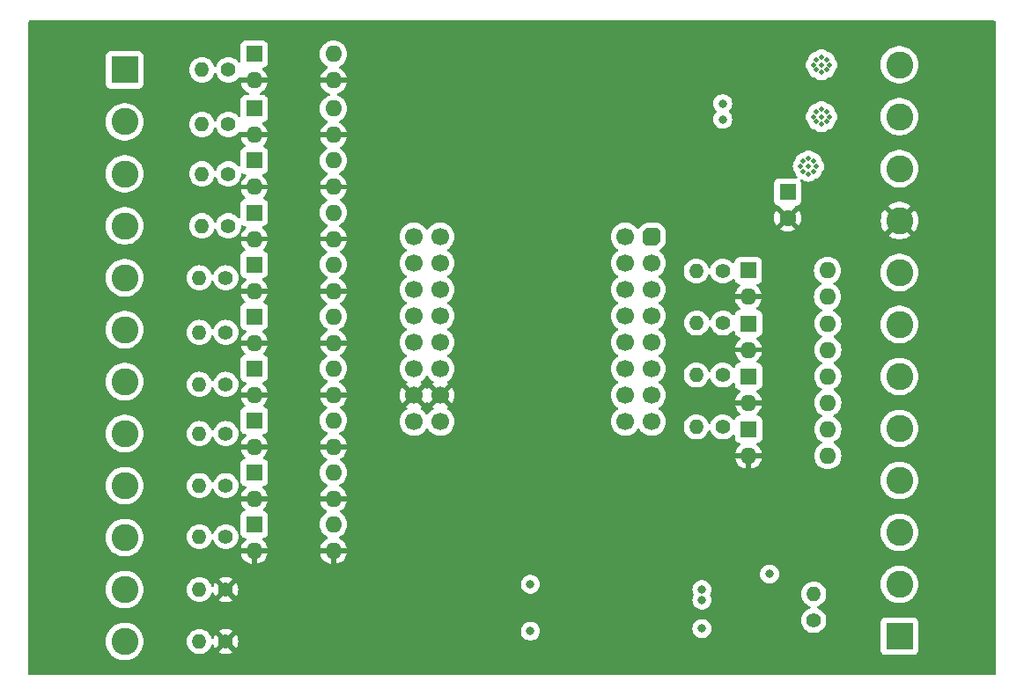
<source format=gbr>
%TF.GenerationSoftware,KiCad,Pcbnew,7.0.6*%
%TF.CreationDate,2023-09-04T23:14:40+02:00*%
%TF.ProjectId,ESP32RIO,45535033-3252-4494-9f2e-6b696361645f,rev?*%
%TF.SameCoordinates,Original*%
%TF.FileFunction,Copper,L4,Bot*%
%TF.FilePolarity,Positive*%
%FSLAX46Y46*%
G04 Gerber Fmt 4.6, Leading zero omitted, Abs format (unit mm)*
G04 Created by KiCad (PCBNEW 7.0.6) date 2023-09-04 23:14:40*
%MOMM*%
%LPD*%
G01*
G04 APERTURE LIST*
G04 Aperture macros list*
%AMFreePoly0*
4,1,19,-0.850000,0.255000,-0.829726,0.408997,-0.770285,0.552500,-0.675729,0.675729,-0.552500,0.770285,-0.408997,0.829726,-0.255000,0.850000,0.510000,0.850000,0.850000,0.510000,0.850000,-0.255000,0.829726,-0.408997,0.770285,-0.552500,0.675729,-0.675729,0.552500,-0.770285,0.408997,-0.829726,0.255000,-0.850000,-0.510000,-0.850000,-0.850000,-0.510000,-0.850000,0.255000,-0.850000,0.255000,
$1*%
G04 Aperture macros list end*
%TA.AperFunction,ComponentPad*%
%ADD10C,1.600000*%
%TD*%
%TA.AperFunction,ComponentPad*%
%ADD11R,1.600000X1.600000*%
%TD*%
%TA.AperFunction,ComponentPad*%
%ADD12O,1.600000X1.600000*%
%TD*%
%TA.AperFunction,ComponentPad*%
%ADD13C,1.400000*%
%TD*%
%TA.AperFunction,ComponentPad*%
%ADD14O,1.400000X1.400000*%
%TD*%
%TA.AperFunction,ComponentPad*%
%ADD15R,2.600000X2.600000*%
%TD*%
%TA.AperFunction,ComponentPad*%
%ADD16C,2.600000*%
%TD*%
%TA.AperFunction,ComponentPad*%
%ADD17FreePoly0,180.000000*%
%TD*%
%TA.AperFunction,ComponentPad*%
%ADD18C,1.700000*%
%TD*%
%TA.AperFunction,ViaPad*%
%ADD19C,0.500000*%
%TD*%
%TA.AperFunction,ViaPad*%
%ADD20C,0.800000*%
%TD*%
G04 APERTURE END LIST*
D10*
%TO.P,C4,2*%
%TO.N,GND*%
X173250000Y-72000000D03*
D11*
%TO.P,C4,1*%
%TO.N,Net-(J1-Pin_10)*%
X173250000Y-69500000D03*
%TD*%
%TO.P,U8,1*%
%TO.N,Net-(R8-Pad1)*%
X121950000Y-91475000D03*
D12*
%TO.P,U8,2*%
%TO.N,GND*%
X121950000Y-94015000D03*
%TO.P,U8,3*%
X129570000Y-94015000D03*
%TO.P,U8,4*%
%TO.N,Net-(U11-GPIO33)*%
X129570000Y-91475000D03*
%TD*%
D11*
%TO.P,U4,1*%
%TO.N,Net-(R4-Pad1)*%
X121950000Y-71475000D03*
D12*
%TO.P,U4,2*%
%TO.N,GND*%
X121950000Y-74015000D03*
%TO.P,U4,3*%
X129570000Y-74015000D03*
%TO.P,U4,4*%
%TO.N,Net-(U11-GPIO37)*%
X129570000Y-71475000D03*
%TD*%
D13*
%TO.P,R7,1*%
%TO.N,Net-(R7-Pad1)*%
X119220000Y-88000000D03*
D14*
%TO.P,R7,2*%
%TO.N,Net-(J2-Pin_7)*%
X116680000Y-88000000D03*
%TD*%
D13*
%TO.P,R3,1*%
%TO.N,Net-(R3-Pad1)*%
X119470000Y-67750000D03*
D14*
%TO.P,R3,2*%
%TO.N,Net-(J2-Pin_3)*%
X116930000Y-67750000D03*
%TD*%
D11*
%TO.P,U1,1*%
%TO.N,Net-(R1-Pad1)*%
X121950000Y-56225000D03*
D12*
%TO.P,U1,2*%
%TO.N,GND*%
X121950000Y-58765000D03*
%TO.P,U1,3*%
X129570000Y-58765000D03*
%TO.P,U1,4*%
%TO.N,Net-(U11-GPIO40)*%
X129570000Y-56225000D03*
%TD*%
D13*
%TO.P,R11,1*%
%TO.N,Net-(R11-Pad1)*%
X167002032Y-77102460D03*
D14*
%TO.P,R11,2*%
%TO.N,Net-(U11-GPIO8)*%
X164462032Y-77102460D03*
%TD*%
D11*
%TO.P,U10,1*%
%TO.N,Net-(R10-Pad1)*%
X121950000Y-101475000D03*
D12*
%TO.P,U10,2*%
%TO.N,GND*%
X121950000Y-104015000D03*
%TO.P,U10,3*%
X129570000Y-104015000D03*
%TO.P,U10,4*%
%TO.N,Net-(U11-GPIO18)*%
X129570000Y-101475000D03*
%TD*%
D11*
%TO.P,U14,1*%
%TO.N,Net-(R13-Pad1)*%
X169482032Y-87234126D03*
D12*
%TO.P,U14,2*%
%TO.N,GND*%
X169482032Y-89774126D03*
%TO.P,U14,3*%
%TO.N,Net-(J1-Pin_4)*%
X177102032Y-89774126D03*
%TO.P,U14,4*%
%TO.N,Net-(J1-Pin_6)*%
X177102032Y-87234126D03*
%TD*%
D11*
%TO.P,U16,1*%
%TO.N,Net-(R14-Pad1)*%
X169482032Y-92327459D03*
D12*
%TO.P,U16,2*%
%TO.N,GND*%
X169482032Y-94867459D03*
%TO.P,U16,3*%
%TO.N,Net-(J1-Pin_4)*%
X177102032Y-94867459D03*
%TO.P,U16,4*%
%TO.N,Net-(J1-Pin_5)*%
X177102032Y-92327459D03*
%TD*%
D13*
%TO.P,R13,1*%
%TO.N,Net-(R13-Pad1)*%
X167002032Y-87102460D03*
D14*
%TO.P,R13,2*%
%TO.N,Net-(U11-GPIO10)*%
X164462032Y-87102460D03*
%TD*%
D13*
%TO.P,R15,1*%
%TO.N,Net-(J1-Pin_1)*%
X175750000Y-110720000D03*
D14*
%TO.P,R15,2*%
%TO.N,Net-(J1-Pin_2)*%
X175750000Y-108180000D03*
%TD*%
D13*
%TO.P,R6,1*%
%TO.N,Net-(R6-Pad1)*%
X119220000Y-83000000D03*
D14*
%TO.P,R6,2*%
%TO.N,Net-(J2-Pin_6)*%
X116680000Y-83000000D03*
%TD*%
D11*
%TO.P,U9,1*%
%TO.N,Net-(R9-Pad1)*%
X121950000Y-96475000D03*
D12*
%TO.P,U9,2*%
%TO.N,GND*%
X121950000Y-99015000D03*
%TO.P,U9,3*%
X129570000Y-99015000D03*
%TO.P,U9,4*%
%TO.N,Net-(U11-GPIO21)*%
X129570000Y-96475000D03*
%TD*%
D13*
%TO.P,R4,1*%
%TO.N,Net-(R4-Pad1)*%
X119470000Y-72750000D03*
D14*
%TO.P,R4,2*%
%TO.N,Net-(J2-Pin_4)*%
X116930000Y-72750000D03*
%TD*%
D13*
%TO.P,R12,1*%
%TO.N,Net-(R12-Pad1)*%
X167032032Y-82102460D03*
D14*
%TO.P,R12,2*%
%TO.N,Net-(U11-GPIO9)*%
X164492032Y-82102460D03*
%TD*%
D13*
%TO.P,R9,1*%
%TO.N,Net-(R9-Pad1)*%
X119220000Y-97750000D03*
D14*
%TO.P,R9,2*%
%TO.N,Net-(J2-Pin_9)*%
X116680000Y-97750000D03*
%TD*%
D13*
%TO.P,R1,1*%
%TO.N,Net-(R1-Pad1)*%
X119470000Y-57750000D03*
D14*
%TO.P,R1,2*%
%TO.N,Net-(J2-Pin_1)*%
X116930000Y-57750000D03*
%TD*%
D13*
%TO.P,R10,1*%
%TO.N,Net-(R10-Pad1)*%
X119220000Y-102669888D03*
D14*
%TO.P,R10,2*%
%TO.N,Net-(J2-Pin_10)*%
X116680000Y-102669888D03*
%TD*%
D13*
%TO.P,R8,1*%
%TO.N,Net-(R8-Pad1)*%
X119220000Y-92750000D03*
D14*
%TO.P,R8,2*%
%TO.N,Net-(J2-Pin_8)*%
X116680000Y-92750000D03*
%TD*%
D11*
%TO.P,U12,1*%
%TO.N,Net-(R11-Pad1)*%
X169462032Y-77047460D03*
D12*
%TO.P,U12,2*%
%TO.N,GND*%
X169462032Y-79587460D03*
%TO.P,U12,3*%
%TO.N,Net-(J1-Pin_4)*%
X177082032Y-79587460D03*
%TO.P,U12,4*%
%TO.N,Net-(J1-Pin_8)*%
X177082032Y-77047460D03*
%TD*%
D15*
%TO.P,J1,1,Pin_1*%
%TO.N,Net-(J1-Pin_1)*%
X184000000Y-112250000D03*
D16*
%TO.P,J1,2,Pin_2*%
%TO.N,Net-(J1-Pin_2)*%
X184000000Y-107250000D03*
%TO.P,J1,3,Pin_3*%
%TO.N,+24V*%
X184000000Y-102250000D03*
%TO.P,J1,4,Pin_4*%
%TO.N,Net-(J1-Pin_4)*%
X184000000Y-97250000D03*
%TO.P,J1,5,Pin_5*%
%TO.N,Net-(J1-Pin_5)*%
X184000000Y-92250000D03*
%TO.P,J1,6,Pin_6*%
%TO.N,Net-(J1-Pin_6)*%
X184000000Y-87250000D03*
%TO.P,J1,7,Pin_7*%
%TO.N,Net-(J1-Pin_7)*%
X184000000Y-82250000D03*
%TO.P,J1,8,Pin_8*%
%TO.N,Net-(J1-Pin_8)*%
X184000000Y-77250000D03*
%TO.P,J1,9,Pin_9*%
%TO.N,GND*%
X184000000Y-72250000D03*
%TO.P,J1,10,Pin_10*%
%TO.N,Net-(J1-Pin_10)*%
X184000000Y-67250000D03*
%TO.P,J1,11,Pin_11*%
%TO.N,Net-(J1-Pin_11)*%
X184000000Y-62250000D03*
%TO.P,J1,12,Pin_12*%
%TO.N,Net-(J1-Pin_12)*%
X184000000Y-57250000D03*
%TD*%
D13*
%TO.P,R17,1*%
%TO.N,GND*%
X119220000Y-107750000D03*
D14*
%TO.P,R17,2*%
%TO.N,Net-(J2-Pin_11)*%
X116680000Y-107750000D03*
%TD*%
D13*
%TO.P,R2,1*%
%TO.N,Net-(R2-Pad1)*%
X119470000Y-63000000D03*
D14*
%TO.P,R2,2*%
%TO.N,Net-(J2-Pin_2)*%
X116930000Y-63000000D03*
%TD*%
D13*
%TO.P,R16,1*%
%TO.N,GND*%
X119220000Y-112750000D03*
D14*
%TO.P,R16,2*%
%TO.N,Net-(J2-Pin_12)*%
X116680000Y-112750000D03*
%TD*%
D11*
%TO.P,U3,1*%
%TO.N,Net-(R3-Pad1)*%
X121950000Y-66475000D03*
D12*
%TO.P,U3,2*%
%TO.N,GND*%
X121950000Y-69015000D03*
%TO.P,U3,3*%
X129570000Y-69015000D03*
%TO.P,U3,4*%
%TO.N,Net-(U11-GPIO38)*%
X129570000Y-66475000D03*
%TD*%
D11*
%TO.P,U13,1*%
%TO.N,Net-(R12-Pad1)*%
X169482032Y-82140793D03*
D12*
%TO.P,U13,2*%
%TO.N,GND*%
X169482032Y-84680793D03*
%TO.P,U13,3*%
%TO.N,Net-(J1-Pin_4)*%
X177102032Y-84680793D03*
%TO.P,U13,4*%
%TO.N,Net-(J1-Pin_7)*%
X177102032Y-82140793D03*
%TD*%
D11*
%TO.P,U7,1*%
%TO.N,Net-(R7-Pad1)*%
X121950000Y-86475000D03*
D12*
%TO.P,U7,2*%
%TO.N,GND*%
X121950000Y-89015000D03*
%TO.P,U7,3*%
X129570000Y-89015000D03*
%TO.P,U7,4*%
%TO.N,Net-(U11-GPIO34)*%
X129570000Y-86475000D03*
%TD*%
D13*
%TO.P,R5,1*%
%TO.N,Net-(R5-Pad1)*%
X119220000Y-77750000D03*
D14*
%TO.P,R5,2*%
%TO.N,Net-(J2-Pin_5)*%
X116680000Y-77750000D03*
%TD*%
D11*
%TO.P,U5,1*%
%TO.N,Net-(R5-Pad1)*%
X121950000Y-76475000D03*
D12*
%TO.P,U5,2*%
%TO.N,GND*%
X121950000Y-79015000D03*
%TO.P,U5,3*%
X129570000Y-79015000D03*
%TO.P,U5,4*%
%TO.N,Net-(U11-GPIO36)*%
X129570000Y-76475000D03*
%TD*%
D11*
%TO.P,U6,1*%
%TO.N,Net-(R6-Pad1)*%
X121950000Y-81475000D03*
D12*
%TO.P,U6,2*%
%TO.N,GND*%
X121950000Y-84015000D03*
%TO.P,U6,3*%
X129570000Y-84015000D03*
%TO.P,U6,4*%
%TO.N,Net-(U11-GPIO35)*%
X129570000Y-81475000D03*
%TD*%
D13*
%TO.P,R14,1*%
%TO.N,Net-(R14-Pad1)*%
X167002032Y-92102460D03*
D14*
%TO.P,R14,2*%
%TO.N,Net-(U11-GPIO11)*%
X164462032Y-92102460D03*
%TD*%
D11*
%TO.P,U2,1*%
%TO.N,Net-(R2-Pad1)*%
X121950000Y-61475000D03*
D12*
%TO.P,U2,2*%
%TO.N,GND*%
X121950000Y-64015000D03*
%TO.P,U2,3*%
X129570000Y-64015000D03*
%TO.P,U2,4*%
%TO.N,Net-(U11-GPIO39)*%
X129570000Y-61475000D03*
%TD*%
D15*
%TO.P,J2,1,Pin_1*%
%TO.N,Net-(J2-Pin_1)*%
X109500000Y-57750000D03*
D16*
%TO.P,J2,2,Pin_2*%
%TO.N,Net-(J2-Pin_2)*%
X109500000Y-62750000D03*
%TO.P,J2,3,Pin_3*%
%TO.N,Net-(J2-Pin_3)*%
X109500000Y-67750000D03*
%TO.P,J2,4,Pin_4*%
%TO.N,Net-(J2-Pin_4)*%
X109500000Y-72750000D03*
%TO.P,J2,5,Pin_5*%
%TO.N,Net-(J2-Pin_5)*%
X109500000Y-77750000D03*
%TO.P,J2,6,Pin_6*%
%TO.N,Net-(J2-Pin_6)*%
X109500000Y-82750000D03*
%TO.P,J2,7,Pin_7*%
%TO.N,Net-(J2-Pin_7)*%
X109500000Y-87750000D03*
%TO.P,J2,8,Pin_8*%
%TO.N,Net-(J2-Pin_8)*%
X109500000Y-92750000D03*
%TO.P,J2,9,Pin_9*%
%TO.N,Net-(J2-Pin_9)*%
X109500000Y-97750000D03*
%TO.P,J2,10,Pin_10*%
%TO.N,Net-(J2-Pin_10)*%
X109500000Y-102750000D03*
%TO.P,J2,11,Pin_11*%
%TO.N,Net-(J2-Pin_11)*%
X109500000Y-107750000D03*
%TO.P,J2,12,Pin_12*%
%TO.N,Net-(J2-Pin_12)*%
X109500000Y-112750000D03*
%TD*%
D17*
%TO.P,U11,1,EN*%
%TO.N,unconnected-(U11-EN-Pad1)*%
X160162500Y-73805000D03*
D18*
%TO.P,U11,2,GPIO3*%
%TO.N,Net-(U11-GPIO3)*%
X160162500Y-76345000D03*
%TO.P,U11,3,GPIO5*%
%TO.N,unconnected-(U11-GPIO5-Pad3)*%
X160162500Y-78885000D03*
%TO.P,U11,4,GPIO7*%
%TO.N,unconnected-(U11-GPIO7-Pad4)*%
X160162500Y-81425000D03*
%TO.P,U11,5,GPIO9*%
%TO.N,Net-(U11-GPIO9)*%
X160162500Y-83965000D03*
%TO.P,U11,6,GPIO11*%
%TO.N,Net-(U11-GPIO11)*%
X160162500Y-86505000D03*
%TO.P,U11,7,GPIO12*%
%TO.N,/RX-I*%
X160162500Y-89045000D03*
%TO.P,U11,8,3V3*%
%TO.N,Net-(U11-3V3)*%
X160162500Y-91585000D03*
%TO.P,U11,9,VBUS*%
%TO.N,Net-(U11-VBUS)*%
X137302500Y-91585000D03*
%TO.P,U11,10,GND*%
%TO.N,GND*%
X137302500Y-89045000D03*
%TO.P,U11,11,GPIO16*%
%TO.N,Net-(J2-Pin_11)*%
X137302500Y-86505000D03*
%TO.P,U11,12,GPIO18*%
%TO.N,Net-(U11-GPIO18)*%
X137302500Y-83965000D03*
%TO.P,U11,13,GPIO33*%
%TO.N,Net-(U11-GPIO33)*%
X137302500Y-81425000D03*
%TO.P,U11,14,GPIO35*%
%TO.N,Net-(U11-GPIO35)*%
X137302500Y-78885000D03*
%TO.P,U11,15,GPIO37*%
%TO.N,Net-(U11-GPIO37)*%
X137302500Y-76345000D03*
%TO.P,U11,16,GPIO39*%
%TO.N,Net-(U11-GPIO39)*%
X137302500Y-73805000D03*
%TO.P,U11,17,GPIO1*%
%TO.N,unconnected-(U11-GPIO1-Pad17)*%
X157622500Y-73805000D03*
%TO.P,U11,18,GPIO2*%
%TO.N,Net-(U11-GPIO2)*%
X157622500Y-76345000D03*
%TO.P,U11,19,GPIO4*%
%TO.N,unconnected-(U11-GPIO4-Pad19)*%
X157622500Y-78885000D03*
%TO.P,U11,20,GPIO6*%
%TO.N,unconnected-(U11-GPIO6-Pad20)*%
X157622500Y-81425000D03*
%TO.P,U11,21,GPIO8*%
%TO.N,Net-(U11-GPIO8)*%
X157622500Y-83965000D03*
%TO.P,U11,22,GPIO10*%
%TO.N,Net-(U11-GPIO10)*%
X157622500Y-86505000D03*
%TO.P,U11,23,GPIO13*%
%TO.N,/RTS*%
X157622500Y-89045000D03*
%TO.P,U11,24,GPIO14*%
%TO.N,/TX-O*%
X157622500Y-91585000D03*
%TO.P,U11,25,GPIO15*%
%TO.N,unconnected-(U11-GPIO15-Pad25)*%
X139842500Y-91585000D03*
%TO.P,U11,26,GND*%
%TO.N,GND*%
X139842500Y-89045000D03*
%TO.P,U11,27,GPIO17*%
%TO.N,Net-(J2-Pin_12)*%
X139842500Y-86505000D03*
%TO.P,U11,28,GPIO21*%
%TO.N,Net-(U11-GPIO21)*%
X139842500Y-83965000D03*
%TO.P,U11,29,GPIO34*%
%TO.N,Net-(U11-GPIO34)*%
X139842500Y-81425000D03*
%TO.P,U11,30,GPIO36*%
%TO.N,Net-(U11-GPIO36)*%
X139842500Y-78885000D03*
%TO.P,U11,31,GPIO38*%
%TO.N,Net-(U11-GPIO38)*%
X139842500Y-76345000D03*
%TO.P,U11,32,GPIO40*%
%TO.N,Net-(U11-GPIO40)*%
X139842500Y-73805000D03*
%TD*%
D19*
%TO.N,GND*%
X141250000Y-112000000D03*
X140250000Y-112000000D03*
X144250000Y-110250000D03*
X170250000Y-60500000D03*
X145250000Y-109250000D03*
X171000000Y-62750000D03*
X144250000Y-109250000D03*
X142250000Y-107250000D03*
X143250000Y-112000000D03*
X139250000Y-110250000D03*
X139250000Y-112000000D03*
X141250000Y-110250000D03*
X139250000Y-107250000D03*
X140250000Y-110250000D03*
X144250000Y-108250000D03*
X171000000Y-60500000D03*
X171750000Y-60500000D03*
X145250000Y-108250000D03*
X171750000Y-62750000D03*
X140250000Y-108250000D03*
X139250000Y-108250000D03*
X140250000Y-107250000D03*
X142250000Y-108250000D03*
X139250000Y-111000000D03*
X170250000Y-62000000D03*
X141250000Y-111000000D03*
X141250000Y-108250000D03*
X171750000Y-61250000D03*
X170250000Y-61250000D03*
X144250000Y-112000000D03*
X144250000Y-107250000D03*
X143250000Y-108250000D03*
X142250000Y-111000000D03*
X142250000Y-110250000D03*
X145250000Y-107250000D03*
X145250000Y-111250000D03*
X170250000Y-62750000D03*
X171000000Y-61250000D03*
X143250000Y-110250000D03*
X145250000Y-112000000D03*
X140250000Y-109250000D03*
X141250000Y-107250000D03*
X143250000Y-109250000D03*
X143250000Y-111250000D03*
X140250000Y-111000000D03*
X171750000Y-62000000D03*
X144250000Y-111250000D03*
X145250000Y-110250000D03*
X171000000Y-62000000D03*
X143250000Y-107250000D03*
X141250000Y-109250000D03*
X139250000Y-109250000D03*
X142250000Y-112000000D03*
X142250000Y-109250000D03*
D20*
%TO.N,/TX-O*%
X165000000Y-107750000D03*
%TO.N,/RTS*%
X165000000Y-108750000D03*
%TO.N,/RX-I*%
X165000000Y-111500000D03*
D19*
%TO.N,Net-(J1-Pin_11)*%
X176500000Y-62250000D03*
X177250000Y-62250000D03*
X176000000Y-62750000D03*
X176500000Y-61500000D03*
X177000000Y-61750000D03*
X175750000Y-62250000D03*
X176000000Y-61750000D03*
X176500000Y-63000000D03*
X177000000Y-62750000D03*
%TO.N,Net-(J1-Pin_12)*%
X177250000Y-57250000D03*
X176000000Y-57750000D03*
X176000000Y-56750000D03*
X176500000Y-58000000D03*
X177000000Y-57750000D03*
X176500000Y-56500000D03*
X175750000Y-57250000D03*
X177000000Y-56750000D03*
X176500000Y-57250000D03*
D20*
%TO.N,+24V*%
X148500000Y-111750000D03*
D19*
%TO.N,Net-(J1-Pin_10)*%
X174500000Y-67000000D03*
X174750000Y-67500000D03*
X176000000Y-67000000D03*
X175750000Y-66500000D03*
X175750000Y-67500000D03*
X174750000Y-66500000D03*
X175250000Y-67000000D03*
X175250000Y-67750000D03*
X175250000Y-66250000D03*
D20*
%TO.N,Net-(U11-3V3)*%
X171500000Y-106250000D03*
%TO.N,Net-(U11-VBUS)*%
X148500000Y-107250000D03*
%TO.N,Net-(U11-GPIO3)*%
X167000000Y-62500000D03*
%TO.N,Net-(U11-GPIO2)*%
X167000000Y-61000000D03*
%TD*%
%TA.AperFunction,Conductor*%
%TO.N,GND*%
G36*
X139383007Y-89254844D02*
G01*
X139460739Y-89375798D01*
X139569400Y-89469952D01*
X139700185Y-89529680D01*
X139709966Y-89531086D01*
X139081125Y-90159925D01*
X139152301Y-90209763D01*
X139195926Y-90264340D01*
X139203120Y-90333838D01*
X139171597Y-90396193D01*
X139140197Y-90420392D01*
X139096927Y-90443809D01*
X139096922Y-90443812D01*
X138919261Y-90582092D01*
X138919256Y-90582097D01*
X138766784Y-90747723D01*
X138766776Y-90747734D01*
X138676308Y-90886206D01*
X138623162Y-90931562D01*
X138553931Y-90940986D01*
X138490595Y-90911484D01*
X138468692Y-90886206D01*
X138399512Y-90780319D01*
X138378222Y-90747732D01*
X138378219Y-90747729D01*
X138378215Y-90747723D01*
X138225743Y-90582097D01*
X138225738Y-90582092D01*
X138048077Y-90443812D01*
X138048077Y-90443811D01*
X138004803Y-90420393D01*
X137955213Y-90371173D01*
X137940105Y-90302957D01*
X137964275Y-90237401D01*
X137992698Y-90209763D01*
X138063873Y-90159925D01*
X137435033Y-89531086D01*
X137444815Y-89529680D01*
X137575600Y-89469952D01*
X137684261Y-89375798D01*
X137761993Y-89254844D01*
X137785576Y-89174524D01*
X138417425Y-89806373D01*
X138470925Y-89729968D01*
X138525502Y-89686344D01*
X138595001Y-89679151D01*
X138657355Y-89710673D01*
X138674076Y-89729969D01*
X138727573Y-89806372D01*
X139359422Y-89174523D01*
X139383007Y-89254844D01*
G37*
%TD.AperFunction*%
%TA.AperFunction,Conductor*%
G36*
X138654405Y-87178515D02*
G01*
X138676304Y-87203787D01*
X138766778Y-87342268D01*
X138766783Y-87342273D01*
X138766784Y-87342276D01*
X138894673Y-87481198D01*
X138919260Y-87507906D01*
X139096924Y-87646189D01*
X139123962Y-87660821D01*
X139140195Y-87669606D01*
X139189786Y-87718825D01*
X139204894Y-87787042D01*
X139180724Y-87852597D01*
X139152301Y-87880236D01*
X139081126Y-87930072D01*
X139081125Y-87930073D01*
X139709966Y-88558913D01*
X139700185Y-88560320D01*
X139569400Y-88620048D01*
X139460739Y-88714202D01*
X139383007Y-88835156D01*
X139359423Y-88915474D01*
X138727573Y-88283625D01*
X138727572Y-88283626D01*
X138674074Y-88360030D01*
X138619498Y-88403655D01*
X138549999Y-88410849D01*
X138487644Y-88379326D01*
X138470924Y-88360030D01*
X138417425Y-88283626D01*
X138417425Y-88283625D01*
X137785576Y-88915475D01*
X137761993Y-88835156D01*
X137684261Y-88714202D01*
X137575600Y-88620048D01*
X137444815Y-88560320D01*
X137435033Y-88558913D01*
X138063873Y-87930073D01*
X138063873Y-87930072D01*
X137992699Y-87880236D01*
X137949074Y-87825659D01*
X137941880Y-87756161D01*
X137973403Y-87693806D01*
X138004805Y-87669606D01*
X138021038Y-87660821D01*
X138048076Y-87646189D01*
X138225740Y-87507906D01*
X138331113Y-87393442D01*
X138378215Y-87342276D01*
X138378215Y-87342275D01*
X138378222Y-87342268D01*
X138468693Y-87203790D01*
X138521838Y-87158437D01*
X138591069Y-87149013D01*
X138654405Y-87178515D01*
G37*
%TD.AperFunction*%
%TA.AperFunction,Conductor*%
G36*
X193193039Y-53019685D02*
G01*
X193238794Y-53072489D01*
X193250000Y-53124000D01*
X193250000Y-115876000D01*
X193230315Y-115943039D01*
X193177511Y-115988794D01*
X193126000Y-116000000D01*
X100374000Y-116000000D01*
X100306961Y-115980315D01*
X100261206Y-115927511D01*
X100250000Y-115876000D01*
X100250000Y-112750004D01*
X107686429Y-112750004D01*
X107706683Y-113020289D01*
X107706684Y-113020294D01*
X107766997Y-113284545D01*
X107766999Y-113284554D01*
X107767001Y-113284559D01*
X107866029Y-113536879D01*
X108001557Y-113771621D01*
X108170558Y-113983542D01*
X108369257Y-114167907D01*
X108593215Y-114320599D01*
X108837428Y-114438206D01*
X109096442Y-114518101D01*
X109096443Y-114518101D01*
X109096446Y-114518102D01*
X109364464Y-114558499D01*
X109364469Y-114558499D01*
X109364472Y-114558500D01*
X109364473Y-114558500D01*
X109635527Y-114558500D01*
X109635528Y-114558500D01*
X109635535Y-114558499D01*
X109903553Y-114518102D01*
X109903554Y-114518101D01*
X109903558Y-114518101D01*
X110162572Y-114438206D01*
X110406786Y-114320599D01*
X110630743Y-114167907D01*
X110829442Y-113983542D01*
X110998443Y-113771621D01*
X111133971Y-113536879D01*
X111232999Y-113284559D01*
X111293315Y-113020299D01*
X111296977Y-112971439D01*
X111313571Y-112750004D01*
X111313571Y-112750001D01*
X115466884Y-112750001D01*
X115485313Y-112960649D01*
X115485315Y-112960660D01*
X115540041Y-113164902D01*
X115540043Y-113164906D01*
X115540044Y-113164910D01*
X115595831Y-113284545D01*
X115629410Y-113356556D01*
X115629411Y-113356558D01*
X115750700Y-113529778D01*
X115900221Y-113679299D01*
X115900224Y-113679301D01*
X116073442Y-113800589D01*
X116265090Y-113889956D01*
X116469345Y-113944686D01*
X116619812Y-113957850D01*
X116679998Y-113963116D01*
X116680000Y-113963116D01*
X116680002Y-113963116D01*
X116732663Y-113958508D01*
X116890655Y-113944686D01*
X117094910Y-113889956D01*
X117286558Y-113800589D01*
X117348981Y-113756880D01*
X118566672Y-113756880D01*
X118682821Y-113828797D01*
X118682822Y-113828798D01*
X118890195Y-113909134D01*
X119108807Y-113950000D01*
X119331193Y-113950000D01*
X119549809Y-113909133D01*
X119757168Y-113828801D01*
X119757181Y-113828795D01*
X119873326Y-113756879D01*
X119715101Y-113598654D01*
X182191500Y-113598654D01*
X182198011Y-113659202D01*
X182198011Y-113659204D01*
X182239942Y-113771621D01*
X182249111Y-113796204D01*
X182336739Y-113913261D01*
X182453796Y-114000889D01*
X182590799Y-114051989D01*
X182618050Y-114054918D01*
X182651345Y-114058499D01*
X182651362Y-114058500D01*
X185348638Y-114058500D01*
X185348654Y-114058499D01*
X185375692Y-114055591D01*
X185409201Y-114051989D01*
X185546204Y-114000889D01*
X185663261Y-113913261D01*
X185750889Y-113796204D01*
X185801989Y-113659201D01*
X185805591Y-113625692D01*
X185808499Y-113598654D01*
X185808500Y-113598637D01*
X185808500Y-110901362D01*
X185808499Y-110901345D01*
X185802064Y-110841500D01*
X185801989Y-110840799D01*
X185794654Y-110821134D01*
X185756933Y-110720001D01*
X185750889Y-110703796D01*
X185663261Y-110586739D01*
X185546204Y-110499111D01*
X185546203Y-110499110D01*
X185409203Y-110448011D01*
X185348654Y-110441500D01*
X185348638Y-110441500D01*
X182651362Y-110441500D01*
X182651345Y-110441500D01*
X182590797Y-110448011D01*
X182590795Y-110448011D01*
X182453795Y-110499111D01*
X182336739Y-110586739D01*
X182249111Y-110703795D01*
X182198011Y-110840795D01*
X182198011Y-110840797D01*
X182191500Y-110901345D01*
X182191500Y-113598654D01*
X119715101Y-113598654D01*
X119220001Y-113103553D01*
X119220000Y-113103553D01*
X118566672Y-113756879D01*
X118566672Y-113756880D01*
X117348981Y-113756880D01*
X117459776Y-113679301D01*
X117609301Y-113529776D01*
X117730589Y-113356558D01*
X117819956Y-113164910D01*
X117834944Y-113108973D01*
X117871309Y-113049314D01*
X117934155Y-113018784D01*
X118003531Y-113027078D01*
X118057409Y-113071563D01*
X118073986Y-113107134D01*
X118096239Y-113185349D01*
X118195369Y-113384428D01*
X118211137Y-113405308D01*
X118211138Y-113405308D01*
X118837145Y-112779302D01*
X118866372Y-112779302D01*
X118895047Y-112892538D01*
X118958936Y-112990327D01*
X119051115Y-113062072D01*
X119161595Y-113100000D01*
X119249005Y-113100000D01*
X119335216Y-113085614D01*
X119437947Y-113030019D01*
X119517060Y-112944079D01*
X119563982Y-112837108D01*
X119571200Y-112750000D01*
X119573553Y-112750000D01*
X120228861Y-113405308D01*
X120244631Y-113384425D01*
X120244633Y-113384422D01*
X120343759Y-113185350D01*
X120404621Y-112971439D01*
X120425141Y-112750000D01*
X120425141Y-112749999D01*
X120404621Y-112528560D01*
X120343759Y-112314649D01*
X120244635Y-112115580D01*
X120244630Y-112115572D01*
X120228860Y-112094690D01*
X119573553Y-112749999D01*
X119573553Y-112750000D01*
X119571200Y-112750000D01*
X119573628Y-112720698D01*
X119544953Y-112607462D01*
X119481064Y-112509673D01*
X119388885Y-112437928D01*
X119278405Y-112400000D01*
X119190995Y-112400000D01*
X119104784Y-112414386D01*
X119002053Y-112469981D01*
X118922940Y-112555921D01*
X118876018Y-112662892D01*
X118866372Y-112779302D01*
X118837145Y-112779302D01*
X118866447Y-112750000D01*
X118211138Y-112094691D01*
X118211137Y-112094691D01*
X118195368Y-112115574D01*
X118096240Y-112314649D01*
X118073986Y-112392866D01*
X118036706Y-112451959D01*
X117973397Y-112481517D01*
X117904157Y-112472155D01*
X117850971Y-112426846D01*
X117834944Y-112391025D01*
X117819958Y-112335097D01*
X117819957Y-112335096D01*
X117819956Y-112335090D01*
X117730589Y-112143442D01*
X117609301Y-111970224D01*
X117609299Y-111970221D01*
X117459778Y-111820700D01*
X117348980Y-111743119D01*
X118566671Y-111743119D01*
X119220000Y-112396447D01*
X119220001Y-112396447D01*
X119866446Y-111750000D01*
X147586496Y-111750000D01*
X147606458Y-111939928D01*
X147606459Y-111939931D01*
X147665470Y-112121549D01*
X147665473Y-112121556D01*
X147760960Y-112286944D01*
X147888747Y-112428866D01*
X148043248Y-112541118D01*
X148217712Y-112618794D01*
X148404513Y-112658500D01*
X148595487Y-112658500D01*
X148782288Y-112618794D01*
X148956752Y-112541118D01*
X149111253Y-112428866D01*
X149239040Y-112286944D01*
X149334527Y-112121556D01*
X149393542Y-111939928D01*
X149413504Y-111750000D01*
X149393542Y-111560072D01*
X149374023Y-111500000D01*
X164086496Y-111500000D01*
X164106458Y-111689928D01*
X164106459Y-111689931D01*
X164165470Y-111871549D01*
X164165473Y-111871556D01*
X164260960Y-112036944D01*
X164388747Y-112178866D01*
X164543248Y-112291118D01*
X164717712Y-112368794D01*
X164904513Y-112408500D01*
X165095487Y-112408500D01*
X165282288Y-112368794D01*
X165456752Y-112291118D01*
X165611253Y-112178866D01*
X165739040Y-112036944D01*
X165834527Y-111871556D01*
X165893542Y-111689928D01*
X165913504Y-111500000D01*
X165893542Y-111310072D01*
X165834527Y-111128444D01*
X165739040Y-110963056D01*
X165611253Y-110821134D01*
X165472056Y-110720001D01*
X174536884Y-110720001D01*
X174555313Y-110930649D01*
X174555315Y-110930660D01*
X174610041Y-111134902D01*
X174610043Y-111134906D01*
X174610044Y-111134910D01*
X174630791Y-111179401D01*
X174699410Y-111326556D01*
X174699411Y-111326558D01*
X174820700Y-111499778D01*
X174970221Y-111649299D01*
X174970224Y-111649301D01*
X175143442Y-111770589D01*
X175335090Y-111859956D01*
X175539345Y-111914686D01*
X175689812Y-111927850D01*
X175749998Y-111933116D01*
X175750000Y-111933116D01*
X175750002Y-111933116D01*
X175802663Y-111928508D01*
X175960655Y-111914686D01*
X176164910Y-111859956D01*
X176356558Y-111770589D01*
X176529776Y-111649301D01*
X176679301Y-111499776D01*
X176800589Y-111326558D01*
X176889956Y-111134910D01*
X176944686Y-110930655D01*
X176963116Y-110720000D01*
X176962143Y-110708883D01*
X176955347Y-110631205D01*
X176944686Y-110509345D01*
X176889956Y-110305090D01*
X176800589Y-110113442D01*
X176679301Y-109940224D01*
X176679299Y-109940221D01*
X176529778Y-109790700D01*
X176356558Y-109669411D01*
X176356556Y-109669410D01*
X176333159Y-109658500D01*
X176164910Y-109580044D01*
X176164906Y-109580043D01*
X176164902Y-109580041D01*
X176126586Y-109569775D01*
X176066925Y-109533410D01*
X176036396Y-109470564D01*
X176044690Y-109401188D01*
X176089175Y-109347310D01*
X176126586Y-109330225D01*
X176162499Y-109320602D01*
X176164910Y-109319956D01*
X176356558Y-109230589D01*
X176529776Y-109109301D01*
X176679301Y-108959776D01*
X176800589Y-108786558D01*
X176889956Y-108594910D01*
X176944686Y-108390655D01*
X176963116Y-108180000D01*
X176944686Y-107969345D01*
X176889956Y-107765090D01*
X176800589Y-107573442D01*
X176679301Y-107400224D01*
X176679299Y-107400221D01*
X176529778Y-107250700D01*
X176528784Y-107250004D01*
X182186429Y-107250004D01*
X182206683Y-107520289D01*
X182206684Y-107520294D01*
X182266997Y-107784545D01*
X182266999Y-107784554D01*
X182267001Y-107784559D01*
X182366029Y-108036879D01*
X182501557Y-108271621D01*
X182670558Y-108483542D01*
X182869257Y-108667907D01*
X183093215Y-108820599D01*
X183337428Y-108938206D01*
X183596442Y-109018101D01*
X183596443Y-109018101D01*
X183596446Y-109018102D01*
X183864464Y-109058499D01*
X183864469Y-109058499D01*
X183864472Y-109058500D01*
X183864473Y-109058500D01*
X184135527Y-109058500D01*
X184135528Y-109058500D01*
X184135535Y-109058499D01*
X184403553Y-109018102D01*
X184403554Y-109018101D01*
X184403558Y-109018101D01*
X184662572Y-108938206D01*
X184855548Y-108845273D01*
X184906778Y-108820603D01*
X184906778Y-108820602D01*
X184906786Y-108820599D01*
X185130743Y-108667907D01*
X185329442Y-108483542D01*
X185498443Y-108271621D01*
X185633971Y-108036879D01*
X185732999Y-107784559D01*
X185793315Y-107520299D01*
X185793316Y-107520289D01*
X185813571Y-107250004D01*
X185813571Y-107249995D01*
X185793316Y-106979710D01*
X185793315Y-106979705D01*
X185793315Y-106979701D01*
X185732999Y-106715441D01*
X185633971Y-106463121D01*
X185498443Y-106228379D01*
X185329442Y-106016458D01*
X185130743Y-105832093D01*
X184906786Y-105679401D01*
X184906780Y-105679398D01*
X184906779Y-105679397D01*
X184906778Y-105679396D01*
X184662574Y-105561795D01*
X184662576Y-105561795D01*
X184403559Y-105481899D01*
X184403553Y-105481897D01*
X184135535Y-105441500D01*
X184135528Y-105441500D01*
X183864472Y-105441500D01*
X183864464Y-105441500D01*
X183596446Y-105481897D01*
X183596440Y-105481899D01*
X183337427Y-105561794D01*
X183093219Y-105679398D01*
X182869256Y-105832093D01*
X182670560Y-106016456D01*
X182670558Y-106016458D01*
X182501557Y-106228379D01*
X182366029Y-106463120D01*
X182267003Y-106715435D01*
X182266997Y-106715454D01*
X182206684Y-106979705D01*
X182206683Y-106979710D01*
X182186429Y-107249995D01*
X182186429Y-107250004D01*
X176528784Y-107250004D01*
X176356558Y-107129411D01*
X176356556Y-107129410D01*
X176326880Y-107115572D01*
X176164910Y-107040044D01*
X176164906Y-107040043D01*
X176164902Y-107040041D01*
X175960660Y-106985315D01*
X175960656Y-106985314D01*
X175960655Y-106985314D01*
X175960654Y-106985313D01*
X175960649Y-106985313D01*
X175750002Y-106966884D01*
X175749998Y-106966884D01*
X175539350Y-106985313D01*
X175539339Y-106985315D01*
X175335097Y-107040041D01*
X175335088Y-107040045D01*
X175143443Y-107129410D01*
X175143441Y-107129411D01*
X174970221Y-107250700D01*
X174820700Y-107400221D01*
X174699411Y-107573441D01*
X174699410Y-107573443D01*
X174610045Y-107765088D01*
X174610041Y-107765097D01*
X174555315Y-107969339D01*
X174555313Y-107969350D01*
X174536884Y-108179998D01*
X174536884Y-108180001D01*
X174555313Y-108390649D01*
X174555315Y-108390660D01*
X174610041Y-108594902D01*
X174610043Y-108594906D01*
X174610044Y-108594910D01*
X174649396Y-108679301D01*
X174699410Y-108786556D01*
X174699411Y-108786558D01*
X174820700Y-108959778D01*
X174970221Y-109109299D01*
X174970224Y-109109301D01*
X175143442Y-109230589D01*
X175335090Y-109319956D01*
X175337490Y-109320599D01*
X175373414Y-109330225D01*
X175433074Y-109366590D01*
X175463603Y-109429437D01*
X175455308Y-109498813D01*
X175410823Y-109552691D01*
X175373414Y-109569775D01*
X175335094Y-109580042D01*
X175335088Y-109580045D01*
X175143443Y-109669410D01*
X175143441Y-109669411D01*
X174970221Y-109790700D01*
X174820700Y-109940221D01*
X174699411Y-110113441D01*
X174699410Y-110113443D01*
X174610045Y-110305088D01*
X174610041Y-110305097D01*
X174555315Y-110509339D01*
X174555313Y-110509350D01*
X174536884Y-110719998D01*
X174536884Y-110720001D01*
X165472056Y-110720001D01*
X165456752Y-110708882D01*
X165282288Y-110631206D01*
X165282286Y-110631205D01*
X165095487Y-110591500D01*
X164904513Y-110591500D01*
X164717714Y-110631205D01*
X164717711Y-110631206D01*
X164717712Y-110631206D01*
X164554672Y-110703796D01*
X164543246Y-110708883D01*
X164388745Y-110821135D01*
X164260959Y-110963057D01*
X164165473Y-111128443D01*
X164165470Y-111128450D01*
X164137980Y-111213057D01*
X164106458Y-111310072D01*
X164086496Y-111500000D01*
X149374023Y-111500000D01*
X149334527Y-111378444D01*
X149239040Y-111213056D01*
X149111253Y-111071134D01*
X148956752Y-110958882D01*
X148782288Y-110881206D01*
X148782286Y-110881205D01*
X148595487Y-110841500D01*
X148404513Y-110841500D01*
X148217714Y-110881205D01*
X148043246Y-110958883D01*
X147888745Y-111071135D01*
X147760959Y-111213057D01*
X147665473Y-111378443D01*
X147665470Y-111378450D01*
X147606459Y-111560068D01*
X147606458Y-111560072D01*
X147586496Y-111750000D01*
X119866446Y-111750000D01*
X119873327Y-111743119D01*
X119757178Y-111671202D01*
X119757177Y-111671201D01*
X119549804Y-111590865D01*
X119331193Y-111550000D01*
X119108807Y-111550000D01*
X118890195Y-111590865D01*
X118682824Y-111671200D01*
X118682823Y-111671201D01*
X118566671Y-111743119D01*
X117348980Y-111743119D01*
X117286558Y-111699411D01*
X117286556Y-111699410D01*
X117265071Y-111689391D01*
X117094910Y-111610044D01*
X117094906Y-111610043D01*
X117094902Y-111610041D01*
X116890660Y-111555315D01*
X116890656Y-111555314D01*
X116890655Y-111555314D01*
X116890654Y-111555313D01*
X116890649Y-111555313D01*
X116680002Y-111536884D01*
X116679998Y-111536884D01*
X116469350Y-111555313D01*
X116469339Y-111555315D01*
X116265097Y-111610041D01*
X116265088Y-111610045D01*
X116073443Y-111699410D01*
X116073441Y-111699411D01*
X115900221Y-111820700D01*
X115750700Y-111970221D01*
X115629411Y-112143441D01*
X115629410Y-112143443D01*
X115540045Y-112335088D01*
X115540041Y-112335097D01*
X115485315Y-112539339D01*
X115485313Y-112539350D01*
X115466884Y-112749998D01*
X115466884Y-112750001D01*
X111313571Y-112750001D01*
X111313571Y-112749995D01*
X111293316Y-112479710D01*
X111293315Y-112479705D01*
X111293315Y-112479701D01*
X111232999Y-112215441D01*
X111133971Y-111963121D01*
X110998443Y-111728379D01*
X110829442Y-111516458D01*
X110630743Y-111332093D01*
X110406786Y-111179401D01*
X110406780Y-111179398D01*
X110406779Y-111179397D01*
X110406778Y-111179396D01*
X110162574Y-111061795D01*
X110162576Y-111061795D01*
X109903559Y-110981899D01*
X109903553Y-110981897D01*
X109635535Y-110941500D01*
X109635528Y-110941500D01*
X109364472Y-110941500D01*
X109364464Y-110941500D01*
X109096446Y-110981897D01*
X109096440Y-110981899D01*
X108837427Y-111061794D01*
X108593219Y-111179398D01*
X108369256Y-111332093D01*
X108170560Y-111516456D01*
X108170558Y-111516458D01*
X108001557Y-111728379D01*
X107866029Y-111963120D01*
X107767003Y-112215435D01*
X107766997Y-112215454D01*
X107706684Y-112479705D01*
X107706683Y-112479710D01*
X107686429Y-112749995D01*
X107686429Y-112750004D01*
X100250000Y-112750004D01*
X100250000Y-107750004D01*
X107686429Y-107750004D01*
X107706683Y-108020289D01*
X107706684Y-108020294D01*
X107766997Y-108284545D01*
X107766999Y-108284554D01*
X107767001Y-108284559D01*
X107866029Y-108536879D01*
X108001557Y-108771621D01*
X108170558Y-108983542D01*
X108369257Y-109167907D01*
X108593215Y-109320599D01*
X108837428Y-109438206D01*
X109096442Y-109518101D01*
X109096443Y-109518101D01*
X109096446Y-109518102D01*
X109364464Y-109558499D01*
X109364469Y-109558499D01*
X109364472Y-109558500D01*
X109364473Y-109558500D01*
X109635527Y-109558500D01*
X109635528Y-109558500D01*
X109635535Y-109558499D01*
X109903553Y-109518102D01*
X109903554Y-109518101D01*
X109903558Y-109518101D01*
X110162572Y-109438206D01*
X110355548Y-109345273D01*
X110406778Y-109320603D01*
X110406778Y-109320602D01*
X110406786Y-109320599D01*
X110630743Y-109167907D01*
X110829442Y-108983542D01*
X110998443Y-108771621D01*
X111133971Y-108536879D01*
X111232999Y-108284559D01*
X111293315Y-108020299D01*
X111297133Y-107969350D01*
X111313571Y-107750004D01*
X111313571Y-107750001D01*
X115466884Y-107750001D01*
X115485313Y-107960649D01*
X115485315Y-107960660D01*
X115540041Y-108164902D01*
X115540043Y-108164906D01*
X115540044Y-108164910D01*
X115579722Y-108250000D01*
X115629410Y-108356556D01*
X115629411Y-108356558D01*
X115750700Y-108529778D01*
X115900221Y-108679299D01*
X115900224Y-108679301D01*
X116073442Y-108800589D01*
X116265090Y-108889956D01*
X116469345Y-108944686D01*
X116619812Y-108957850D01*
X116679998Y-108963116D01*
X116680000Y-108963116D01*
X116680002Y-108963116D01*
X116732663Y-108958508D01*
X116890655Y-108944686D01*
X117094910Y-108889956D01*
X117286558Y-108800589D01*
X117348981Y-108756880D01*
X118566672Y-108756880D01*
X118682821Y-108828797D01*
X118682822Y-108828798D01*
X118890195Y-108909134D01*
X119108807Y-108950000D01*
X119331193Y-108950000D01*
X119549809Y-108909133D01*
X119757168Y-108828801D01*
X119757181Y-108828795D01*
X119873326Y-108756879D01*
X119866447Y-108750000D01*
X164086496Y-108750000D01*
X164106458Y-108939928D01*
X164106459Y-108939931D01*
X164165470Y-109121549D01*
X164165473Y-109121556D01*
X164260960Y-109286944D01*
X164388747Y-109428866D01*
X164543248Y-109541118D01*
X164717712Y-109618794D01*
X164904513Y-109658500D01*
X165095487Y-109658500D01*
X165282288Y-109618794D01*
X165456752Y-109541118D01*
X165611253Y-109428866D01*
X165739040Y-109286944D01*
X165834527Y-109121556D01*
X165893542Y-108939928D01*
X165913504Y-108750000D01*
X165893542Y-108560072D01*
X165843256Y-108405308D01*
X165834528Y-108378446D01*
X165821891Y-108356558D01*
X165796164Y-108311998D01*
X165779692Y-108244101D01*
X165796164Y-108188001D01*
X165834527Y-108121556D01*
X165893542Y-107939928D01*
X165913504Y-107750000D01*
X165893542Y-107560072D01*
X165834527Y-107378444D01*
X165739040Y-107213056D01*
X165611253Y-107071134D01*
X165456752Y-106958882D01*
X165282288Y-106881206D01*
X165282286Y-106881205D01*
X165095487Y-106841500D01*
X164904513Y-106841500D01*
X164717714Y-106881205D01*
X164543246Y-106958883D01*
X164388745Y-107071135D01*
X164260959Y-107213057D01*
X164165473Y-107378443D01*
X164165470Y-107378450D01*
X164106459Y-107560068D01*
X164106458Y-107560072D01*
X164089576Y-107720698D01*
X164086497Y-107749995D01*
X164086496Y-107750000D01*
X164106458Y-107939928D01*
X164106459Y-107939931D01*
X164165470Y-108121549D01*
X164165472Y-108121553D01*
X164165473Y-108121556D01*
X164202304Y-108185350D01*
X164203834Y-108187999D01*
X164220307Y-108255899D01*
X164203835Y-108311997D01*
X164165474Y-108378441D01*
X164165470Y-108378450D01*
X164116301Y-108529778D01*
X164106458Y-108560072D01*
X164086496Y-108750000D01*
X119866447Y-108750000D01*
X119220001Y-108103553D01*
X119220000Y-108103553D01*
X118566672Y-108756879D01*
X118566672Y-108756880D01*
X117348981Y-108756880D01*
X117459776Y-108679301D01*
X117609301Y-108529776D01*
X117730589Y-108356558D01*
X117819956Y-108164910D01*
X117834944Y-108108973D01*
X117871309Y-108049314D01*
X117934155Y-108018784D01*
X118003531Y-108027078D01*
X118057409Y-108071563D01*
X118073986Y-108107134D01*
X118096239Y-108185349D01*
X118195369Y-108384428D01*
X118211137Y-108405308D01*
X118211138Y-108405308D01*
X118837144Y-107779302D01*
X118866372Y-107779302D01*
X118895047Y-107892538D01*
X118958936Y-107990327D01*
X119051115Y-108062072D01*
X119161595Y-108100000D01*
X119249005Y-108100000D01*
X119335216Y-108085614D01*
X119437947Y-108030019D01*
X119517060Y-107944079D01*
X119563982Y-107837108D01*
X119571200Y-107749999D01*
X119573553Y-107749999D01*
X120228860Y-108405308D01*
X120244631Y-108384425D01*
X120244633Y-108384422D01*
X120343759Y-108185350D01*
X120404621Y-107971439D01*
X120425141Y-107750000D01*
X120425141Y-107749999D01*
X120404621Y-107528560D01*
X120343759Y-107314649D01*
X120311568Y-107250000D01*
X147586496Y-107250000D01*
X147606458Y-107439928D01*
X147606459Y-107439931D01*
X147665470Y-107621549D01*
X147665473Y-107621556D01*
X147760960Y-107786944D01*
X147888747Y-107928866D01*
X148043248Y-108041118D01*
X148217712Y-108118794D01*
X148404513Y-108158500D01*
X148595487Y-108158500D01*
X148782288Y-108118794D01*
X148956752Y-108041118D01*
X149111253Y-107928866D01*
X149239040Y-107786944D01*
X149334527Y-107621556D01*
X149393542Y-107439928D01*
X149413504Y-107250000D01*
X149393542Y-107060072D01*
X149334527Y-106878444D01*
X149239040Y-106713056D01*
X149111253Y-106571134D01*
X148956752Y-106458882D01*
X148782288Y-106381206D01*
X148782286Y-106381205D01*
X148595487Y-106341500D01*
X148404513Y-106341500D01*
X148217714Y-106381205D01*
X148043246Y-106458883D01*
X147888745Y-106571135D01*
X147760959Y-106713057D01*
X147665473Y-106878443D01*
X147665470Y-106878450D01*
X147606459Y-107060068D01*
X147606458Y-107060072D01*
X147596113Y-107158500D01*
X147586497Y-107249995D01*
X147586496Y-107250000D01*
X120311568Y-107250000D01*
X120244635Y-107115580D01*
X120244630Y-107115572D01*
X120228860Y-107094690D01*
X119573553Y-107749997D01*
X119573553Y-107749999D01*
X119571200Y-107749999D01*
X119573628Y-107720698D01*
X119544953Y-107607462D01*
X119481064Y-107509673D01*
X119388885Y-107437928D01*
X119278405Y-107400000D01*
X119190995Y-107400000D01*
X119104784Y-107414386D01*
X119002053Y-107469981D01*
X118922940Y-107555921D01*
X118876018Y-107662892D01*
X118866372Y-107779302D01*
X118837144Y-107779302D01*
X118866447Y-107749999D01*
X118866447Y-107749998D01*
X118211138Y-107094690D01*
X118211137Y-107094691D01*
X118195368Y-107115574D01*
X118096240Y-107314649D01*
X118073986Y-107392866D01*
X118036706Y-107451959D01*
X117973397Y-107481517D01*
X117904157Y-107472155D01*
X117850971Y-107426846D01*
X117834944Y-107391025D01*
X117819958Y-107335097D01*
X117819957Y-107335096D01*
X117819956Y-107335090D01*
X117730589Y-107143442D01*
X117609301Y-106970224D01*
X117609299Y-106970221D01*
X117459778Y-106820700D01*
X117348980Y-106743119D01*
X118566671Y-106743119D01*
X119220000Y-107396446D01*
X119220001Y-107396446D01*
X119873327Y-106743119D01*
X119757178Y-106671202D01*
X119757177Y-106671201D01*
X119549804Y-106590865D01*
X119331193Y-106550000D01*
X119108807Y-106550000D01*
X118890195Y-106590865D01*
X118682824Y-106671200D01*
X118682823Y-106671201D01*
X118566671Y-106743119D01*
X117348980Y-106743119D01*
X117286558Y-106699411D01*
X117286556Y-106699410D01*
X117265071Y-106689391D01*
X117094910Y-106610044D01*
X117094906Y-106610043D01*
X117094902Y-106610041D01*
X116890660Y-106555315D01*
X116890656Y-106555314D01*
X116890655Y-106555314D01*
X116890654Y-106555313D01*
X116890649Y-106555313D01*
X116680002Y-106536884D01*
X116679998Y-106536884D01*
X116469350Y-106555313D01*
X116469339Y-106555315D01*
X116265097Y-106610041D01*
X116265088Y-106610045D01*
X116073443Y-106699410D01*
X116073441Y-106699411D01*
X115900221Y-106820700D01*
X115750700Y-106970221D01*
X115629411Y-107143441D01*
X115629410Y-107143443D01*
X115540045Y-107335088D01*
X115540041Y-107335097D01*
X115485315Y-107539339D01*
X115485313Y-107539350D01*
X115466884Y-107749998D01*
X115466884Y-107750001D01*
X111313571Y-107750001D01*
X111313571Y-107749995D01*
X111293316Y-107479710D01*
X111293315Y-107479705D01*
X111293315Y-107479701D01*
X111232999Y-107215441D01*
X111133971Y-106963121D01*
X110998443Y-106728379D01*
X110829442Y-106516458D01*
X110630743Y-106332093D01*
X110510335Y-106250000D01*
X170586496Y-106250000D01*
X170606458Y-106439928D01*
X170606459Y-106439931D01*
X170665470Y-106621549D01*
X170665473Y-106621556D01*
X170760960Y-106786944D01*
X170888747Y-106928866D01*
X171043248Y-107041118D01*
X171217712Y-107118794D01*
X171404513Y-107158500D01*
X171595487Y-107158500D01*
X171782288Y-107118794D01*
X171956752Y-107041118D01*
X172111253Y-106928866D01*
X172239040Y-106786944D01*
X172334527Y-106621556D01*
X172393542Y-106439928D01*
X172413504Y-106250000D01*
X172393542Y-106060072D01*
X172334527Y-105878444D01*
X172239040Y-105713056D01*
X172111253Y-105571134D01*
X171956752Y-105458882D01*
X171782288Y-105381206D01*
X171782286Y-105381205D01*
X171595487Y-105341500D01*
X171404513Y-105341500D01*
X171217714Y-105381205D01*
X171043246Y-105458883D01*
X170888745Y-105571135D01*
X170760959Y-105713057D01*
X170665473Y-105878443D01*
X170665470Y-105878450D01*
X170620629Y-106016458D01*
X170606458Y-106060072D01*
X170586496Y-106250000D01*
X110510335Y-106250000D01*
X110406786Y-106179401D01*
X110406780Y-106179398D01*
X110406779Y-106179397D01*
X110406778Y-106179396D01*
X110162574Y-106061795D01*
X110162576Y-106061795D01*
X109903559Y-105981899D01*
X109903553Y-105981897D01*
X109635535Y-105941500D01*
X109635528Y-105941500D01*
X109364472Y-105941500D01*
X109364464Y-105941500D01*
X109096446Y-105981897D01*
X109096440Y-105981899D01*
X108837427Y-106061794D01*
X108593219Y-106179398D01*
X108369256Y-106332093D01*
X108170560Y-106516456D01*
X108170558Y-106516458D01*
X108001557Y-106728379D01*
X107866029Y-106963120D01*
X107767003Y-107215435D01*
X107766997Y-107215454D01*
X107706684Y-107479705D01*
X107706683Y-107479710D01*
X107686429Y-107749995D01*
X107686429Y-107750004D01*
X100250000Y-107750004D01*
X100250000Y-102750004D01*
X107686429Y-102750004D01*
X107706683Y-103020289D01*
X107706684Y-103020294D01*
X107766997Y-103284545D01*
X107766999Y-103284554D01*
X107767001Y-103284559D01*
X107866029Y-103536879D01*
X108001557Y-103771621D01*
X108170558Y-103983542D01*
X108369257Y-104167907D01*
X108593215Y-104320599D01*
X108837428Y-104438206D01*
X109096442Y-104518101D01*
X109096443Y-104518101D01*
X109096446Y-104518102D01*
X109364464Y-104558499D01*
X109364469Y-104558499D01*
X109364472Y-104558500D01*
X109364473Y-104558500D01*
X109635527Y-104558500D01*
X109635528Y-104558500D01*
X109635535Y-104558499D01*
X109903553Y-104518102D01*
X109903554Y-104518101D01*
X109903558Y-104518101D01*
X110162572Y-104438206D01*
X110406786Y-104320599D01*
X110630743Y-104167907D01*
X110829442Y-103983542D01*
X110998443Y-103771621D01*
X111133971Y-103536879D01*
X111232999Y-103284559D01*
X111293315Y-103020299D01*
X111293316Y-103020289D01*
X111313571Y-102750004D01*
X111313571Y-102749995D01*
X111307568Y-102669889D01*
X115466884Y-102669889D01*
X115485313Y-102880537D01*
X115485315Y-102880548D01*
X115540041Y-103084790D01*
X115540043Y-103084794D01*
X115540044Y-103084798D01*
X115582656Y-103176179D01*
X115629410Y-103276444D01*
X115629411Y-103276446D01*
X115750700Y-103449666D01*
X115900221Y-103599187D01*
X115943747Y-103629664D01*
X116073442Y-103720477D01*
X116265090Y-103809844D01*
X116469345Y-103864574D01*
X116619812Y-103877738D01*
X116679998Y-103883004D01*
X116680000Y-103883004D01*
X116680002Y-103883004D01*
X116732663Y-103878396D01*
X116890655Y-103864574D01*
X117094910Y-103809844D01*
X117286558Y-103720477D01*
X117459776Y-103599189D01*
X117609301Y-103449664D01*
X117730589Y-103276446D01*
X117819956Y-103084798D01*
X117830224Y-103046473D01*
X117866587Y-102986815D01*
X117929433Y-102956284D01*
X117998809Y-102964577D01*
X118052688Y-103009061D01*
X118069773Y-103046472D01*
X118080039Y-103084784D01*
X118080042Y-103084793D01*
X118080044Y-103084798D01*
X118122656Y-103176179D01*
X118169410Y-103276444D01*
X118169411Y-103276446D01*
X118290700Y-103449666D01*
X118440221Y-103599187D01*
X118483747Y-103629664D01*
X118613442Y-103720477D01*
X118805090Y-103809844D01*
X119009345Y-103864574D01*
X119159812Y-103877738D01*
X119219998Y-103883004D01*
X119220000Y-103883004D01*
X119220002Y-103883004D01*
X119272663Y-103878396D01*
X119430655Y-103864574D01*
X119634910Y-103809844D01*
X119826558Y-103720477D01*
X119999776Y-103599189D01*
X120149301Y-103449664D01*
X120270589Y-103276446D01*
X120359956Y-103084798D01*
X120414686Y-102880543D01*
X120433116Y-102669888D01*
X120414686Y-102459233D01*
X120414684Y-102459228D01*
X120414254Y-102454305D01*
X120416499Y-102443130D01*
X120408964Y-102433780D01*
X120403750Y-102418420D01*
X120359958Y-102254985D01*
X120359957Y-102254984D01*
X120359956Y-102254978D01*
X120270589Y-102063330D01*
X120149301Y-101890112D01*
X120149299Y-101890109D01*
X119999778Y-101740588D01*
X119826558Y-101619299D01*
X119826556Y-101619298D01*
X119805071Y-101609279D01*
X119634910Y-101529932D01*
X119634906Y-101529931D01*
X119634902Y-101529929D01*
X119430660Y-101475203D01*
X119430656Y-101475202D01*
X119430655Y-101475202D01*
X119430654Y-101475201D01*
X119430649Y-101475201D01*
X119220002Y-101456772D01*
X119219998Y-101456772D01*
X119009350Y-101475201D01*
X119009339Y-101475203D01*
X118805097Y-101529929D01*
X118805088Y-101529933D01*
X118613443Y-101619298D01*
X118613441Y-101619299D01*
X118440221Y-101740588D01*
X118290700Y-101890109D01*
X118169411Y-102063329D01*
X118169410Y-102063331D01*
X118080045Y-102254976D01*
X118080040Y-102254989D01*
X118069773Y-102293304D01*
X118033407Y-102352964D01*
X117970559Y-102383492D01*
X117901184Y-102375195D01*
X117847307Y-102330709D01*
X117830224Y-102293299D01*
X117819960Y-102254990D01*
X117819957Y-102254985D01*
X117819956Y-102254978D01*
X117730589Y-102063330D01*
X117609301Y-101890112D01*
X117609299Y-101890109D01*
X117459778Y-101740588D01*
X117286558Y-101619299D01*
X117286556Y-101619298D01*
X117265071Y-101609279D01*
X117094910Y-101529932D01*
X117094906Y-101529931D01*
X117094902Y-101529929D01*
X116890660Y-101475203D01*
X116890656Y-101475202D01*
X116890655Y-101475202D01*
X116890654Y-101475201D01*
X116890649Y-101475201D01*
X116680002Y-101456772D01*
X116679998Y-101456772D01*
X116469350Y-101475201D01*
X116469339Y-101475203D01*
X116265097Y-101529929D01*
X116265088Y-101529933D01*
X116073443Y-101619298D01*
X116073441Y-101619299D01*
X115900221Y-101740588D01*
X115750700Y-101890109D01*
X115629411Y-102063329D01*
X115629410Y-102063331D01*
X115540045Y-102254976D01*
X115540041Y-102254985D01*
X115485315Y-102459227D01*
X115485313Y-102459238D01*
X115466884Y-102669886D01*
X115466884Y-102669889D01*
X111307568Y-102669889D01*
X111293316Y-102479710D01*
X111293315Y-102479705D01*
X111293315Y-102479701D01*
X111232999Y-102215441D01*
X111133971Y-101963121D01*
X110998443Y-101728379D01*
X110829442Y-101516458D01*
X110630743Y-101332093D01*
X110406786Y-101179401D01*
X110406780Y-101179398D01*
X110406779Y-101179397D01*
X110406778Y-101179396D01*
X110162574Y-101061795D01*
X110162576Y-101061795D01*
X109903559Y-100981899D01*
X109903553Y-100981897D01*
X109635535Y-100941500D01*
X109635528Y-100941500D01*
X109364472Y-100941500D01*
X109364464Y-100941500D01*
X109096446Y-100981897D01*
X109096440Y-100981899D01*
X108837427Y-101061794D01*
X108593219Y-101179398D01*
X108369256Y-101332093D01*
X108170560Y-101516456D01*
X108170558Y-101516458D01*
X108001557Y-101728379D01*
X107866029Y-101963120D01*
X107767003Y-102215435D01*
X107766997Y-102215454D01*
X107706684Y-102479705D01*
X107706683Y-102479710D01*
X107686429Y-102749995D01*
X107686429Y-102750004D01*
X100250000Y-102750004D01*
X100250000Y-97750004D01*
X107686429Y-97750004D01*
X107706683Y-98020289D01*
X107706684Y-98020294D01*
X107766997Y-98284545D01*
X107766999Y-98284554D01*
X107767001Y-98284559D01*
X107866029Y-98536879D01*
X108001557Y-98771621D01*
X108170558Y-98983542D01*
X108369257Y-99167907D01*
X108593215Y-99320599D01*
X108837428Y-99438206D01*
X109096442Y-99518101D01*
X109096443Y-99518101D01*
X109096446Y-99518102D01*
X109364464Y-99558499D01*
X109364469Y-99558499D01*
X109364472Y-99558500D01*
X109364473Y-99558500D01*
X109635527Y-99558500D01*
X109635528Y-99558500D01*
X109635535Y-99558499D01*
X109903553Y-99518102D01*
X109903554Y-99518101D01*
X109903558Y-99518101D01*
X110162572Y-99438206D01*
X110406786Y-99320599D01*
X110630743Y-99167907D01*
X110829442Y-98983542D01*
X110998443Y-98771621D01*
X111133971Y-98536879D01*
X111232999Y-98284559D01*
X111293315Y-98020299D01*
X111293316Y-98020289D01*
X111313571Y-97750004D01*
X111313571Y-97750001D01*
X115466884Y-97750001D01*
X115485313Y-97960649D01*
X115485315Y-97960660D01*
X115540041Y-98164902D01*
X115540043Y-98164906D01*
X115540044Y-98164910D01*
X115545299Y-98176179D01*
X115629410Y-98356556D01*
X115629411Y-98356558D01*
X115750700Y-98529778D01*
X115900221Y-98679299D01*
X115900224Y-98679301D01*
X116073442Y-98800589D01*
X116265090Y-98889956D01*
X116469345Y-98944686D01*
X116619812Y-98957850D01*
X116679998Y-98963116D01*
X116680000Y-98963116D01*
X116680002Y-98963116D01*
X116732663Y-98958508D01*
X116890655Y-98944686D01*
X117094910Y-98889956D01*
X117286558Y-98800589D01*
X117459776Y-98679301D01*
X117609301Y-98529776D01*
X117730589Y-98356558D01*
X117819956Y-98164910D01*
X117830224Y-98126585D01*
X117866587Y-98066927D01*
X117929433Y-98036396D01*
X117998809Y-98044689D01*
X118052688Y-98089173D01*
X118069773Y-98126584D01*
X118080039Y-98164896D01*
X118080042Y-98164905D01*
X118080044Y-98164910D01*
X118085299Y-98176179D01*
X118169410Y-98356556D01*
X118169411Y-98356558D01*
X118290700Y-98529778D01*
X118440221Y-98679299D01*
X118440224Y-98679301D01*
X118613442Y-98800589D01*
X118805090Y-98889956D01*
X119009345Y-98944686D01*
X119159812Y-98957850D01*
X119219998Y-98963116D01*
X119220000Y-98963116D01*
X119220002Y-98963116D01*
X119272663Y-98958508D01*
X119430655Y-98944686D01*
X119634910Y-98889956D01*
X119826558Y-98800589D01*
X119999776Y-98679301D01*
X120149301Y-98529776D01*
X120270589Y-98356558D01*
X120359956Y-98164910D01*
X120414686Y-97960655D01*
X120433116Y-97750000D01*
X120431006Y-97725888D01*
X120423340Y-97638260D01*
X120414686Y-97539345D01*
X120359956Y-97335090D01*
X120270589Y-97143442D01*
X120149301Y-96970224D01*
X120149299Y-96970221D01*
X119999778Y-96820700D01*
X119826558Y-96699411D01*
X119826556Y-96699410D01*
X119805071Y-96689391D01*
X119634910Y-96610044D01*
X119634906Y-96610043D01*
X119634902Y-96610041D01*
X119430660Y-96555315D01*
X119430656Y-96555314D01*
X119430655Y-96555314D01*
X119430654Y-96555313D01*
X119430649Y-96555313D01*
X119220002Y-96536884D01*
X119219998Y-96536884D01*
X119009350Y-96555313D01*
X119009339Y-96555315D01*
X118805097Y-96610041D01*
X118805088Y-96610045D01*
X118613443Y-96699410D01*
X118613441Y-96699411D01*
X118440221Y-96820700D01*
X118290700Y-96970221D01*
X118169411Y-97143441D01*
X118169410Y-97143443D01*
X118080045Y-97335088D01*
X118080040Y-97335101D01*
X118069773Y-97373416D01*
X118033407Y-97433076D01*
X117970559Y-97463604D01*
X117901184Y-97455307D01*
X117847307Y-97410821D01*
X117830224Y-97373411D01*
X117819960Y-97335102D01*
X117819957Y-97335097D01*
X117819956Y-97335090D01*
X117730589Y-97143442D01*
X117609301Y-96970224D01*
X117609299Y-96970221D01*
X117459778Y-96820700D01*
X117286558Y-96699411D01*
X117286556Y-96699410D01*
X117265071Y-96689391D01*
X117094910Y-96610044D01*
X117094906Y-96610043D01*
X117094902Y-96610041D01*
X116890660Y-96555315D01*
X116890656Y-96555314D01*
X116890655Y-96555314D01*
X116890654Y-96555313D01*
X116890649Y-96555313D01*
X116680002Y-96536884D01*
X116679998Y-96536884D01*
X116469350Y-96555313D01*
X116469339Y-96555315D01*
X116265097Y-96610041D01*
X116265088Y-96610045D01*
X116073443Y-96699410D01*
X116073441Y-96699411D01*
X115900221Y-96820700D01*
X115750700Y-96970221D01*
X115629411Y-97143441D01*
X115629410Y-97143443D01*
X115540045Y-97335088D01*
X115540041Y-97335097D01*
X115485315Y-97539339D01*
X115485313Y-97539350D01*
X115466884Y-97749998D01*
X115466884Y-97750001D01*
X111313571Y-97750001D01*
X111313571Y-97749995D01*
X111293316Y-97479710D01*
X111293315Y-97479705D01*
X111293315Y-97479701D01*
X111232999Y-97215441D01*
X111133971Y-96963121D01*
X110998443Y-96728379D01*
X110829442Y-96516458D01*
X110630743Y-96332093D01*
X110406786Y-96179401D01*
X110406780Y-96179398D01*
X110406779Y-96179397D01*
X110406778Y-96179396D01*
X110162574Y-96061795D01*
X110162576Y-96061795D01*
X109903559Y-95981899D01*
X109903553Y-95981897D01*
X109635535Y-95941500D01*
X109635528Y-95941500D01*
X109364472Y-95941500D01*
X109364464Y-95941500D01*
X109096446Y-95981897D01*
X109096440Y-95981899D01*
X108837427Y-96061794D01*
X108593219Y-96179398D01*
X108369256Y-96332093D01*
X108170560Y-96516456D01*
X108170558Y-96516458D01*
X108001557Y-96728379D01*
X107866029Y-96963120D01*
X107767003Y-97215435D01*
X107766997Y-97215454D01*
X107706684Y-97479705D01*
X107706683Y-97479710D01*
X107686429Y-97749995D01*
X107686429Y-97750004D01*
X100250000Y-97750004D01*
X100250000Y-92750004D01*
X107686429Y-92750004D01*
X107706683Y-93020289D01*
X107706684Y-93020294D01*
X107766997Y-93284545D01*
X107766999Y-93284554D01*
X107767001Y-93284559D01*
X107866029Y-93536879D01*
X108001557Y-93771621D01*
X108170558Y-93983542D01*
X108369257Y-94167907D01*
X108593215Y-94320599D01*
X108837428Y-94438206D01*
X109096442Y-94518101D01*
X109096443Y-94518101D01*
X109096446Y-94518102D01*
X109364464Y-94558499D01*
X109364469Y-94558499D01*
X109364472Y-94558500D01*
X109364473Y-94558500D01*
X109635527Y-94558500D01*
X109635528Y-94558500D01*
X109635535Y-94558499D01*
X109903553Y-94518102D01*
X109903554Y-94518101D01*
X109903558Y-94518101D01*
X110162572Y-94438206D01*
X110406786Y-94320599D01*
X110630743Y-94167907D01*
X110829442Y-93983542D01*
X110998443Y-93771621D01*
X111133971Y-93536879D01*
X111232999Y-93284559D01*
X111293315Y-93020299D01*
X111293316Y-93020289D01*
X111313571Y-92750004D01*
X111313571Y-92750001D01*
X115466884Y-92750001D01*
X115485313Y-92960649D01*
X115485315Y-92960660D01*
X115540041Y-93164902D01*
X115540043Y-93164906D01*
X115540044Y-93164910D01*
X115545299Y-93176179D01*
X115629410Y-93356556D01*
X115629411Y-93356558D01*
X115750700Y-93529778D01*
X115900221Y-93679299D01*
X115900224Y-93679301D01*
X116073442Y-93800589D01*
X116265090Y-93889956D01*
X116469345Y-93944686D01*
X116619812Y-93957850D01*
X116679998Y-93963116D01*
X116680000Y-93963116D01*
X116680002Y-93963116D01*
X116732663Y-93958508D01*
X116890655Y-93944686D01*
X117094910Y-93889956D01*
X117286558Y-93800589D01*
X117459776Y-93679301D01*
X117609301Y-93529776D01*
X117730589Y-93356558D01*
X117819956Y-93164910D01*
X117830224Y-93126585D01*
X117866587Y-93066927D01*
X117929433Y-93036396D01*
X117998809Y-93044689D01*
X118052688Y-93089173D01*
X118069773Y-93126584D01*
X118080039Y-93164896D01*
X118080042Y-93164905D01*
X118080044Y-93164910D01*
X118085299Y-93176179D01*
X118169410Y-93356556D01*
X118169411Y-93356558D01*
X118290700Y-93529778D01*
X118440221Y-93679299D01*
X118440224Y-93679301D01*
X118613442Y-93800589D01*
X118805090Y-93889956D01*
X119009345Y-93944686D01*
X119159812Y-93957850D01*
X119219998Y-93963116D01*
X119220000Y-93963116D01*
X119220002Y-93963116D01*
X119272663Y-93958508D01*
X119430655Y-93944686D01*
X119634910Y-93889956D01*
X119826558Y-93800589D01*
X119999776Y-93679301D01*
X120149301Y-93529776D01*
X120270589Y-93356558D01*
X120359956Y-93164910D01*
X120414686Y-92960655D01*
X120433116Y-92750000D01*
X120431006Y-92725888D01*
X120423340Y-92638260D01*
X120414686Y-92539345D01*
X120359956Y-92335090D01*
X120270589Y-92143442D01*
X120149301Y-91970224D01*
X120149299Y-91970221D01*
X119999778Y-91820700D01*
X119826558Y-91699411D01*
X119826556Y-91699410D01*
X119765015Y-91670713D01*
X119634910Y-91610044D01*
X119634906Y-91610043D01*
X119634902Y-91610041D01*
X119430660Y-91555315D01*
X119430656Y-91555314D01*
X119430655Y-91555314D01*
X119430654Y-91555313D01*
X119430649Y-91555313D01*
X119220002Y-91536884D01*
X119219998Y-91536884D01*
X119009350Y-91555313D01*
X119009339Y-91555315D01*
X118805097Y-91610041D01*
X118805088Y-91610045D01*
X118613443Y-91699410D01*
X118613441Y-91699411D01*
X118440221Y-91820700D01*
X118290700Y-91970221D01*
X118169411Y-92143441D01*
X118169410Y-92143443D01*
X118080045Y-92335088D01*
X118080040Y-92335101D01*
X118069773Y-92373416D01*
X118033407Y-92433076D01*
X117970559Y-92463604D01*
X117901184Y-92455307D01*
X117847307Y-92410821D01*
X117830224Y-92373411D01*
X117819960Y-92335102D01*
X117819957Y-92335097D01*
X117819956Y-92335090D01*
X117730589Y-92143442D01*
X117609301Y-91970224D01*
X117609299Y-91970221D01*
X117459778Y-91820700D01*
X117286558Y-91699411D01*
X117286556Y-91699410D01*
X117225015Y-91670713D01*
X117094910Y-91610044D01*
X117094906Y-91610043D01*
X117094902Y-91610041D01*
X116890660Y-91555315D01*
X116890656Y-91555314D01*
X116890655Y-91555314D01*
X116890654Y-91555313D01*
X116890649Y-91555313D01*
X116680002Y-91536884D01*
X116679998Y-91536884D01*
X116469350Y-91555313D01*
X116469339Y-91555315D01*
X116265097Y-91610041D01*
X116265088Y-91610045D01*
X116073443Y-91699410D01*
X116073441Y-91699411D01*
X115900221Y-91820700D01*
X115750700Y-91970221D01*
X115629411Y-92143441D01*
X115629410Y-92143443D01*
X115540045Y-92335088D01*
X115540041Y-92335097D01*
X115485315Y-92539339D01*
X115485313Y-92539350D01*
X115466884Y-92749998D01*
X115466884Y-92750001D01*
X111313571Y-92750001D01*
X111313571Y-92749995D01*
X111293316Y-92479710D01*
X111293315Y-92479705D01*
X111293315Y-92479701D01*
X111232999Y-92215441D01*
X111133971Y-91963121D01*
X110998443Y-91728379D01*
X110829442Y-91516458D01*
X110630743Y-91332093D01*
X110406786Y-91179401D01*
X110406780Y-91179398D01*
X110406779Y-91179397D01*
X110406778Y-91179396D01*
X110162574Y-91061795D01*
X110162576Y-91061795D01*
X109903559Y-90981899D01*
X109903553Y-90981897D01*
X109635535Y-90941500D01*
X109635528Y-90941500D01*
X109364472Y-90941500D01*
X109364464Y-90941500D01*
X109096446Y-90981897D01*
X109096440Y-90981899D01*
X108837427Y-91061794D01*
X108593219Y-91179398D01*
X108369256Y-91332093D01*
X108170560Y-91516456D01*
X108170558Y-91516458D01*
X108001557Y-91728379D01*
X107866029Y-91963120D01*
X107767003Y-92215435D01*
X107766997Y-92215454D01*
X107706684Y-92479705D01*
X107706683Y-92479710D01*
X107686429Y-92749995D01*
X107686429Y-92750004D01*
X100250000Y-92750004D01*
X100250000Y-87750004D01*
X107686429Y-87750004D01*
X107706683Y-88020289D01*
X107706684Y-88020294D01*
X107766997Y-88284545D01*
X107766999Y-88284554D01*
X107767001Y-88284559D01*
X107866029Y-88536879D01*
X108001557Y-88771621D01*
X108170558Y-88983542D01*
X108369257Y-89167907D01*
X108593215Y-89320599D01*
X108837428Y-89438206D01*
X109096442Y-89518101D01*
X109096443Y-89518101D01*
X109096446Y-89518102D01*
X109364464Y-89558499D01*
X109364469Y-89558499D01*
X109364472Y-89558500D01*
X109364473Y-89558500D01*
X109635527Y-89558500D01*
X109635528Y-89558500D01*
X109635535Y-89558499D01*
X109903553Y-89518102D01*
X109903554Y-89518101D01*
X109903558Y-89518101D01*
X110162572Y-89438206D01*
X110361015Y-89342641D01*
X110406778Y-89320603D01*
X110406778Y-89320602D01*
X110406786Y-89320599D01*
X110630743Y-89167907D01*
X110829442Y-88983542D01*
X110998443Y-88771621D01*
X111133971Y-88536879D01*
X111232999Y-88284559D01*
X111293315Y-88020299D01*
X111293316Y-88020289D01*
X111294836Y-88000001D01*
X115466884Y-88000001D01*
X115485313Y-88210649D01*
X115485315Y-88210660D01*
X115540041Y-88414902D01*
X115540043Y-88414906D01*
X115540044Y-88414910D01*
X115572048Y-88483542D01*
X115629410Y-88606556D01*
X115629411Y-88606558D01*
X115750700Y-88779778D01*
X115900221Y-88929299D01*
X115900974Y-88929826D01*
X116073442Y-89050589D01*
X116265090Y-89139956D01*
X116265096Y-89139957D01*
X116265097Y-89139958D01*
X116314255Y-89153129D01*
X116469345Y-89194686D01*
X116619812Y-89207850D01*
X116679998Y-89213116D01*
X116680000Y-89213116D01*
X116680002Y-89213116D01*
X116732663Y-89208508D01*
X116890655Y-89194686D01*
X117094910Y-89139956D01*
X117286558Y-89050589D01*
X117459776Y-88929301D01*
X117609301Y-88779776D01*
X117730589Y-88606558D01*
X117819956Y-88414910D01*
X117830224Y-88376585D01*
X117866587Y-88316927D01*
X117929433Y-88286396D01*
X117998809Y-88294689D01*
X118052688Y-88339173D01*
X118069773Y-88376584D01*
X118080039Y-88414896D01*
X118080042Y-88414905D01*
X118080044Y-88414910D01*
X118112048Y-88483542D01*
X118169410Y-88606556D01*
X118169411Y-88606558D01*
X118290700Y-88779778D01*
X118440221Y-88929299D01*
X118440974Y-88929826D01*
X118613442Y-89050589D01*
X118805090Y-89139956D01*
X118805096Y-89139957D01*
X118805097Y-89139958D01*
X118854255Y-89153129D01*
X119009345Y-89194686D01*
X119159812Y-89207850D01*
X119219998Y-89213116D01*
X119220000Y-89213116D01*
X119220002Y-89213116D01*
X119272663Y-89208508D01*
X119430655Y-89194686D01*
X119634910Y-89139956D01*
X119826558Y-89050589D01*
X119999776Y-88929301D01*
X120149301Y-88779776D01*
X120270589Y-88606558D01*
X120359956Y-88414910D01*
X120414686Y-88210655D01*
X120431340Y-88020299D01*
X120433116Y-88000001D01*
X120433116Y-87999998D01*
X120424701Y-87903812D01*
X120414686Y-87789345D01*
X120359956Y-87585090D01*
X120270589Y-87393442D01*
X120149301Y-87220224D01*
X120149299Y-87220221D01*
X119999778Y-87070700D01*
X119826558Y-86949411D01*
X119826556Y-86949410D01*
X119703032Y-86891810D01*
X119634910Y-86860044D01*
X119634906Y-86860043D01*
X119634902Y-86860041D01*
X119430660Y-86805315D01*
X119430656Y-86805314D01*
X119430655Y-86805314D01*
X119430654Y-86805313D01*
X119430649Y-86805313D01*
X119220002Y-86786884D01*
X119219998Y-86786884D01*
X119009350Y-86805313D01*
X119009339Y-86805315D01*
X118805097Y-86860041D01*
X118805088Y-86860045D01*
X118613443Y-86949410D01*
X118613441Y-86949411D01*
X118440221Y-87070700D01*
X118290700Y-87220221D01*
X118169411Y-87393441D01*
X118169410Y-87393443D01*
X118080045Y-87585088D01*
X118080040Y-87585101D01*
X118069773Y-87623416D01*
X118033407Y-87683076D01*
X117970559Y-87713604D01*
X117901184Y-87705307D01*
X117847307Y-87660821D01*
X117830224Y-87623411D01*
X117819960Y-87585102D01*
X117819957Y-87585097D01*
X117819956Y-87585090D01*
X117730589Y-87393442D01*
X117609301Y-87220224D01*
X117609299Y-87220221D01*
X117459778Y-87070700D01*
X117286558Y-86949411D01*
X117286556Y-86949410D01*
X117163032Y-86891810D01*
X117094910Y-86860044D01*
X117094906Y-86860043D01*
X117094902Y-86860041D01*
X116890660Y-86805315D01*
X116890656Y-86805314D01*
X116890655Y-86805314D01*
X116890654Y-86805313D01*
X116890649Y-86805313D01*
X116680002Y-86786884D01*
X116679998Y-86786884D01*
X116469350Y-86805313D01*
X116469339Y-86805315D01*
X116265097Y-86860041D01*
X116265088Y-86860045D01*
X116073443Y-86949410D01*
X116073441Y-86949411D01*
X115900221Y-87070700D01*
X115750700Y-87220221D01*
X115629411Y-87393441D01*
X115629410Y-87393443D01*
X115540045Y-87585088D01*
X115540041Y-87585097D01*
X115485315Y-87789339D01*
X115485313Y-87789350D01*
X115466884Y-87999998D01*
X115466884Y-88000001D01*
X111294836Y-88000001D01*
X111313571Y-87750004D01*
X111313571Y-87749995D01*
X111293316Y-87479710D01*
X111293315Y-87479705D01*
X111293315Y-87479701D01*
X111232999Y-87215441D01*
X111133971Y-86963121D01*
X110998443Y-86728379D01*
X110829442Y-86516458D01*
X110630743Y-86332093D01*
X110406786Y-86179401D01*
X110406780Y-86179398D01*
X110406779Y-86179397D01*
X110406778Y-86179396D01*
X110162574Y-86061795D01*
X110162576Y-86061795D01*
X109903559Y-85981899D01*
X109903553Y-85981897D01*
X109635535Y-85941500D01*
X109635528Y-85941500D01*
X109364472Y-85941500D01*
X109364464Y-85941500D01*
X109096446Y-85981897D01*
X109096440Y-85981899D01*
X108837427Y-86061794D01*
X108593219Y-86179398D01*
X108369256Y-86332093D01*
X108170560Y-86516456D01*
X108170558Y-86516458D01*
X108001557Y-86728379D01*
X107866029Y-86963120D01*
X107767003Y-87215435D01*
X107766997Y-87215454D01*
X107706684Y-87479705D01*
X107706683Y-87479710D01*
X107686429Y-87749995D01*
X107686429Y-87750004D01*
X100250000Y-87750004D01*
X100250000Y-82750004D01*
X107686429Y-82750004D01*
X107706683Y-83020289D01*
X107706684Y-83020294D01*
X107766997Y-83284545D01*
X107766999Y-83284554D01*
X107767001Y-83284559D01*
X107866029Y-83536879D01*
X108001557Y-83771621D01*
X108170558Y-83983542D01*
X108369257Y-84167907D01*
X108593215Y-84320599D01*
X108837428Y-84438206D01*
X109096442Y-84518101D01*
X109096443Y-84518101D01*
X109096446Y-84518102D01*
X109364464Y-84558499D01*
X109364469Y-84558499D01*
X109364472Y-84558500D01*
X109364473Y-84558500D01*
X109635527Y-84558500D01*
X109635528Y-84558500D01*
X109654470Y-84555645D01*
X109903553Y-84518102D01*
X109903554Y-84518101D01*
X109903558Y-84518101D01*
X110162572Y-84438206D01*
X110406786Y-84320599D01*
X110630743Y-84167907D01*
X110829442Y-83983542D01*
X110998443Y-83771621D01*
X111133971Y-83536879D01*
X111232999Y-83284559D01*
X111293315Y-83020299D01*
X111293316Y-83020289D01*
X111294836Y-83000001D01*
X115466884Y-83000001D01*
X115485313Y-83210649D01*
X115485315Y-83210660D01*
X115540041Y-83414902D01*
X115540043Y-83414906D01*
X115540044Y-83414910D01*
X115611745Y-83568673D01*
X115629410Y-83606556D01*
X115629411Y-83606558D01*
X115750700Y-83779778D01*
X115900221Y-83929299D01*
X115900224Y-83929301D01*
X116073442Y-84050589D01*
X116265090Y-84139956D01*
X116265096Y-84139957D01*
X116265097Y-84139958D01*
X116314255Y-84153129D01*
X116469345Y-84194686D01*
X116619812Y-84207850D01*
X116679998Y-84213116D01*
X116680000Y-84213116D01*
X116680002Y-84213116D01*
X116732663Y-84208508D01*
X116890655Y-84194686D01*
X117094910Y-84139956D01*
X117286558Y-84050589D01*
X117459776Y-83929301D01*
X117609301Y-83779776D01*
X117730589Y-83606558D01*
X117819956Y-83414910D01*
X117830224Y-83376585D01*
X117866587Y-83316927D01*
X117929433Y-83286396D01*
X117998809Y-83294689D01*
X118052688Y-83339173D01*
X118069773Y-83376584D01*
X118080039Y-83414896D01*
X118080042Y-83414905D01*
X118080044Y-83414910D01*
X118151745Y-83568673D01*
X118169410Y-83606556D01*
X118169411Y-83606558D01*
X118290700Y-83779778D01*
X118440221Y-83929299D01*
X118440224Y-83929301D01*
X118613442Y-84050589D01*
X118805090Y-84139956D01*
X118805096Y-84139957D01*
X118805097Y-84139958D01*
X118854255Y-84153129D01*
X119009345Y-84194686D01*
X119159812Y-84207850D01*
X119219998Y-84213116D01*
X119220000Y-84213116D01*
X119220002Y-84213116D01*
X119272663Y-84208508D01*
X119430655Y-84194686D01*
X119634910Y-84139956D01*
X119826558Y-84050589D01*
X119999776Y-83929301D01*
X120149301Y-83779776D01*
X120270589Y-83606558D01*
X120359956Y-83414910D01*
X120414686Y-83210655D01*
X120431340Y-83020299D01*
X120433116Y-83000001D01*
X120433116Y-82999998D01*
X120427333Y-82933903D01*
X120414686Y-82789345D01*
X120359956Y-82585090D01*
X120270589Y-82393442D01*
X120149301Y-82220224D01*
X120149299Y-82220221D01*
X119999778Y-82070700D01*
X119826558Y-81949411D01*
X119826556Y-81949410D01*
X119772574Y-81924238D01*
X119634910Y-81860044D01*
X119634906Y-81860043D01*
X119634902Y-81860041D01*
X119430660Y-81805315D01*
X119430656Y-81805314D01*
X119430655Y-81805314D01*
X119430654Y-81805313D01*
X119430649Y-81805313D01*
X119220002Y-81786884D01*
X119219998Y-81786884D01*
X119009350Y-81805313D01*
X119009339Y-81805315D01*
X118805097Y-81860041D01*
X118805088Y-81860045D01*
X118613443Y-81949410D01*
X118613441Y-81949411D01*
X118440221Y-82070700D01*
X118290700Y-82220221D01*
X118169411Y-82393441D01*
X118169410Y-82393443D01*
X118080045Y-82585088D01*
X118080040Y-82585101D01*
X118069773Y-82623416D01*
X118033407Y-82683076D01*
X117970559Y-82713604D01*
X117901184Y-82705307D01*
X117847307Y-82660821D01*
X117830224Y-82623411D01*
X117819960Y-82585102D01*
X117819957Y-82585097D01*
X117819956Y-82585090D01*
X117730589Y-82393442D01*
X117609301Y-82220224D01*
X117609299Y-82220221D01*
X117459778Y-82070700D01*
X117286558Y-81949411D01*
X117286556Y-81949410D01*
X117232574Y-81924238D01*
X117094910Y-81860044D01*
X117094906Y-81860043D01*
X117094902Y-81860041D01*
X116890660Y-81805315D01*
X116890656Y-81805314D01*
X116890655Y-81805314D01*
X116890654Y-81805313D01*
X116890649Y-81805313D01*
X116680002Y-81786884D01*
X116679998Y-81786884D01*
X116469350Y-81805313D01*
X116469339Y-81805315D01*
X116265097Y-81860041D01*
X116265088Y-81860045D01*
X116073443Y-81949410D01*
X116073441Y-81949411D01*
X115900221Y-82070700D01*
X115750700Y-82220221D01*
X115629411Y-82393441D01*
X115629410Y-82393443D01*
X115540045Y-82585088D01*
X115540041Y-82585097D01*
X115485315Y-82789339D01*
X115485313Y-82789350D01*
X115466884Y-82999998D01*
X115466884Y-83000001D01*
X111294836Y-83000001D01*
X111313571Y-82750004D01*
X111313571Y-82749995D01*
X111293316Y-82479710D01*
X111293315Y-82479705D01*
X111293315Y-82479701D01*
X111232999Y-82215441D01*
X111133971Y-81963121D01*
X110998443Y-81728379D01*
X110829442Y-81516458D01*
X110630743Y-81332093D01*
X110406786Y-81179401D01*
X110406780Y-81179398D01*
X110406779Y-81179397D01*
X110406778Y-81179396D01*
X110162574Y-81061795D01*
X110162576Y-81061795D01*
X109903559Y-80981899D01*
X109903553Y-80981897D01*
X109635535Y-80941500D01*
X109635528Y-80941500D01*
X109364472Y-80941500D01*
X109364464Y-80941500D01*
X109096446Y-80981897D01*
X109096440Y-80981899D01*
X108837427Y-81061794D01*
X108593219Y-81179398D01*
X108369256Y-81332093D01*
X108170560Y-81516456D01*
X108170558Y-81516458D01*
X108001557Y-81728379D01*
X107866029Y-81963120D01*
X107767003Y-82215435D01*
X107766997Y-82215454D01*
X107706684Y-82479705D01*
X107706683Y-82479710D01*
X107686429Y-82749995D01*
X107686429Y-82750004D01*
X100250000Y-82750004D01*
X100250000Y-77750004D01*
X107686429Y-77750004D01*
X107706683Y-78020289D01*
X107706684Y-78020294D01*
X107766997Y-78284545D01*
X107766999Y-78284554D01*
X107767001Y-78284559D01*
X107866029Y-78536879D01*
X108001557Y-78771621D01*
X108170558Y-78983542D01*
X108369257Y-79167907D01*
X108593215Y-79320599D01*
X108837428Y-79438206D01*
X109096442Y-79518101D01*
X109096443Y-79518101D01*
X109096446Y-79518102D01*
X109364464Y-79558499D01*
X109364469Y-79558499D01*
X109364472Y-79558500D01*
X109364473Y-79558500D01*
X109635527Y-79558500D01*
X109635528Y-79558500D01*
X109635535Y-79558499D01*
X109903553Y-79518102D01*
X109903554Y-79518101D01*
X109903558Y-79518101D01*
X110162572Y-79438206D01*
X110406786Y-79320599D01*
X110630743Y-79167907D01*
X110829442Y-78983542D01*
X110998443Y-78771621D01*
X111133971Y-78536879D01*
X111232999Y-78284559D01*
X111293315Y-78020299D01*
X111293316Y-78020289D01*
X111313571Y-77750004D01*
X111313571Y-77750001D01*
X115466884Y-77750001D01*
X115485313Y-77960649D01*
X115485315Y-77960660D01*
X115540041Y-78164902D01*
X115540043Y-78164906D01*
X115540044Y-78164910D01*
X115575519Y-78240986D01*
X115629410Y-78356556D01*
X115629411Y-78356558D01*
X115750700Y-78529778D01*
X115900221Y-78679299D01*
X115900224Y-78679301D01*
X116073442Y-78800589D01*
X116265090Y-78889956D01*
X116469345Y-78944686D01*
X116619812Y-78957850D01*
X116679998Y-78963116D01*
X116680000Y-78963116D01*
X116680002Y-78963116D01*
X116732663Y-78958508D01*
X116890655Y-78944686D01*
X117094910Y-78889956D01*
X117286558Y-78800589D01*
X117459776Y-78679301D01*
X117609301Y-78529776D01*
X117730589Y-78356558D01*
X117819956Y-78164910D01*
X117830224Y-78126585D01*
X117866587Y-78066927D01*
X117929433Y-78036396D01*
X117998809Y-78044689D01*
X118052688Y-78089173D01*
X118069773Y-78126584D01*
X118080039Y-78164896D01*
X118080042Y-78164905D01*
X118080044Y-78164910D01*
X118115519Y-78240986D01*
X118169410Y-78356556D01*
X118169411Y-78356558D01*
X118290700Y-78529778D01*
X118440221Y-78679299D01*
X118440224Y-78679301D01*
X118613442Y-78800589D01*
X118805090Y-78889956D01*
X119009345Y-78944686D01*
X119159812Y-78957850D01*
X119219998Y-78963116D01*
X119220000Y-78963116D01*
X119220002Y-78963116D01*
X119272663Y-78958508D01*
X119430655Y-78944686D01*
X119634910Y-78889956D01*
X119826558Y-78800589D01*
X119999776Y-78679301D01*
X120149301Y-78529776D01*
X120270589Y-78356558D01*
X120359956Y-78164910D01*
X120414686Y-77960655D01*
X120433116Y-77750000D01*
X120432574Y-77743809D01*
X120423340Y-77638260D01*
X120414686Y-77539345D01*
X120359956Y-77335090D01*
X120270589Y-77143442D01*
X120149301Y-76970224D01*
X120149299Y-76970221D01*
X119999778Y-76820700D01*
X119826558Y-76699411D01*
X119826556Y-76699410D01*
X119801118Y-76687548D01*
X119634910Y-76610044D01*
X119634906Y-76610043D01*
X119634902Y-76610041D01*
X119430660Y-76555315D01*
X119430656Y-76555314D01*
X119430655Y-76555314D01*
X119430654Y-76555313D01*
X119430649Y-76555313D01*
X119220002Y-76536884D01*
X119219998Y-76536884D01*
X119009350Y-76555313D01*
X119009339Y-76555315D01*
X118805097Y-76610041D01*
X118805088Y-76610045D01*
X118613443Y-76699410D01*
X118613441Y-76699411D01*
X118440221Y-76820700D01*
X118290700Y-76970221D01*
X118169411Y-77143441D01*
X118169410Y-77143443D01*
X118080045Y-77335088D01*
X118080040Y-77335101D01*
X118069773Y-77373416D01*
X118033407Y-77433076D01*
X117970559Y-77463604D01*
X117901184Y-77455307D01*
X117847307Y-77410821D01*
X117830224Y-77373411D01*
X117819960Y-77335102D01*
X117819957Y-77335097D01*
X117819956Y-77335090D01*
X117730589Y-77143442D01*
X117609301Y-76970224D01*
X117609299Y-76970221D01*
X117459778Y-76820700D01*
X117286558Y-76699411D01*
X117286556Y-76699410D01*
X117261118Y-76687548D01*
X117094910Y-76610044D01*
X117094906Y-76610043D01*
X117094902Y-76610041D01*
X116890660Y-76555315D01*
X116890656Y-76555314D01*
X116890655Y-76555314D01*
X116890654Y-76555313D01*
X116890649Y-76555313D01*
X116680002Y-76536884D01*
X116679998Y-76536884D01*
X116469350Y-76555313D01*
X116469339Y-76555315D01*
X116265097Y-76610041D01*
X116265088Y-76610045D01*
X116073443Y-76699410D01*
X116073441Y-76699411D01*
X115900221Y-76820700D01*
X115750700Y-76970221D01*
X115629411Y-77143441D01*
X115629410Y-77143443D01*
X115540045Y-77335088D01*
X115540041Y-77335097D01*
X115485315Y-77539339D01*
X115485313Y-77539350D01*
X115466884Y-77749998D01*
X115466884Y-77750001D01*
X111313571Y-77750001D01*
X111313571Y-77749995D01*
X111293316Y-77479710D01*
X111293315Y-77479705D01*
X111293315Y-77479701D01*
X111232999Y-77215441D01*
X111133971Y-76963121D01*
X110998443Y-76728379D01*
X110829442Y-76516458D01*
X110630743Y-76332093D01*
X110406786Y-76179401D01*
X110406780Y-76179398D01*
X110406779Y-76179397D01*
X110406778Y-76179396D01*
X110162574Y-76061795D01*
X110162576Y-76061795D01*
X109903559Y-75981899D01*
X109903553Y-75981897D01*
X109635535Y-75941500D01*
X109635528Y-75941500D01*
X109364472Y-75941500D01*
X109364464Y-75941500D01*
X109096446Y-75981897D01*
X109096440Y-75981899D01*
X108837427Y-76061794D01*
X108593219Y-76179398D01*
X108369256Y-76332093D01*
X108170560Y-76516456D01*
X108170558Y-76516458D01*
X108001557Y-76728379D01*
X107866029Y-76963120D01*
X107767003Y-77215435D01*
X107766997Y-77215454D01*
X107706684Y-77479705D01*
X107706683Y-77479710D01*
X107686429Y-77749995D01*
X107686429Y-77750004D01*
X100250000Y-77750004D01*
X100250000Y-72750004D01*
X107686429Y-72750004D01*
X107706683Y-73020289D01*
X107706684Y-73020294D01*
X107766997Y-73284545D01*
X107766999Y-73284554D01*
X107767001Y-73284559D01*
X107866029Y-73536879D01*
X108001557Y-73771621D01*
X108170558Y-73983542D01*
X108369257Y-74167907D01*
X108593215Y-74320599D01*
X108837428Y-74438206D01*
X109096442Y-74518101D01*
X109096443Y-74518101D01*
X109096446Y-74518102D01*
X109364464Y-74558499D01*
X109364469Y-74558499D01*
X109364472Y-74558500D01*
X109364473Y-74558500D01*
X109635527Y-74558500D01*
X109635528Y-74558500D01*
X109635535Y-74558499D01*
X109903553Y-74518102D01*
X109903554Y-74518101D01*
X109903558Y-74518101D01*
X110162572Y-74438206D01*
X110406786Y-74320599D01*
X110630743Y-74167907D01*
X110829442Y-73983542D01*
X110998443Y-73771621D01*
X111133971Y-73536879D01*
X111232999Y-73284559D01*
X111293315Y-73020299D01*
X111293432Y-73018743D01*
X111313571Y-72750004D01*
X111313571Y-72750001D01*
X115716884Y-72750001D01*
X115735313Y-72960649D01*
X115735315Y-72960660D01*
X115790041Y-73164902D01*
X115790043Y-73164906D01*
X115790044Y-73164910D01*
X115837569Y-73266828D01*
X115879410Y-73356556D01*
X115879411Y-73356558D01*
X116000700Y-73529778D01*
X116150221Y-73679299D01*
X116150224Y-73679301D01*
X116323442Y-73800589D01*
X116515090Y-73889956D01*
X116719345Y-73944686D01*
X116869812Y-73957850D01*
X116929998Y-73963116D01*
X116930000Y-73963116D01*
X116930002Y-73963116D01*
X116982663Y-73958508D01*
X117140655Y-73944686D01*
X117344910Y-73889956D01*
X117536558Y-73800589D01*
X117709776Y-73679301D01*
X117859301Y-73529776D01*
X117980589Y-73356558D01*
X118069956Y-73164910D01*
X118075816Y-73143040D01*
X118080225Y-73126586D01*
X118116590Y-73066925D01*
X118179436Y-73036396D01*
X118248812Y-73044690D01*
X118302690Y-73089175D01*
X118319775Y-73126586D01*
X118330041Y-73164902D01*
X118330043Y-73164906D01*
X118330044Y-73164910D01*
X118377569Y-73266828D01*
X118419410Y-73356556D01*
X118419411Y-73356558D01*
X118540700Y-73529778D01*
X118690221Y-73679299D01*
X118690224Y-73679301D01*
X118863442Y-73800589D01*
X119055090Y-73889956D01*
X119259345Y-73944686D01*
X119409812Y-73957850D01*
X119469998Y-73963116D01*
X119470000Y-73963116D01*
X119470002Y-73963116D01*
X119522663Y-73958508D01*
X119680655Y-73944686D01*
X119884910Y-73889956D01*
X120076558Y-73800589D01*
X120249776Y-73679301D01*
X120399301Y-73529776D01*
X120520589Y-73356558D01*
X120609956Y-73164910D01*
X120664686Y-72960655D01*
X120679236Y-72794344D01*
X120704688Y-72729276D01*
X120761279Y-72688297D01*
X120831041Y-72684419D01*
X120877073Y-72705884D01*
X120903796Y-72725889D01*
X120970244Y-72750673D01*
X121040793Y-72776987D01*
X121040799Y-72776989D01*
X121068346Y-72779950D01*
X121132894Y-72806686D01*
X121172744Y-72864078D01*
X121175239Y-72933903D01*
X121139587Y-72993992D01*
X121126218Y-73004811D01*
X121111181Y-73015340D01*
X120950342Y-73176179D01*
X120819865Y-73362517D01*
X120723734Y-73568673D01*
X120723730Y-73568682D01*
X120671127Y-73764999D01*
X120671128Y-73765000D01*
X121634314Y-73765000D01*
X121622359Y-73776955D01*
X121564835Y-73889852D01*
X121545014Y-74015000D01*
X121564835Y-74140148D01*
X121622359Y-74253045D01*
X121634314Y-74265000D01*
X120671128Y-74265000D01*
X120723730Y-74461317D01*
X120723734Y-74461326D01*
X120819865Y-74667482D01*
X120950342Y-74853820D01*
X121070960Y-74974438D01*
X121104445Y-75035761D01*
X121099461Y-75105453D01*
X121057589Y-75161386D01*
X121026615Y-75178300D01*
X120903794Y-75224111D01*
X120786739Y-75311739D01*
X120699111Y-75428795D01*
X120648011Y-75565795D01*
X120648011Y-75565797D01*
X120641500Y-75626345D01*
X120641500Y-77323654D01*
X120648011Y-77384202D01*
X120648011Y-77384204D01*
X120689975Y-77496709D01*
X120699111Y-77521204D01*
X120786739Y-77638261D01*
X120903796Y-77725889D01*
X120970244Y-77750673D01*
X121040793Y-77776987D01*
X121040799Y-77776989D01*
X121068346Y-77779950D01*
X121132894Y-77806686D01*
X121172744Y-77864078D01*
X121175239Y-77933903D01*
X121139587Y-77993992D01*
X121126218Y-78004811D01*
X121111181Y-78015340D01*
X120950342Y-78176179D01*
X120819865Y-78362517D01*
X120723734Y-78568673D01*
X120723730Y-78568682D01*
X120671127Y-78764999D01*
X120671128Y-78765000D01*
X121634314Y-78765000D01*
X121622359Y-78776955D01*
X121564835Y-78889852D01*
X121545014Y-79015000D01*
X121564835Y-79140148D01*
X121622359Y-79253045D01*
X121634314Y-79265000D01*
X120671128Y-79265000D01*
X120723730Y-79461317D01*
X120723734Y-79461326D01*
X120819865Y-79667482D01*
X120950342Y-79853820D01*
X121070960Y-79974438D01*
X121104445Y-80035761D01*
X121099461Y-80105453D01*
X121057589Y-80161386D01*
X121026615Y-80178300D01*
X120903794Y-80224111D01*
X120786739Y-80311739D01*
X120699111Y-80428795D01*
X120648011Y-80565795D01*
X120648011Y-80565797D01*
X120641500Y-80626345D01*
X120641500Y-82323654D01*
X120648011Y-82384202D01*
X120648011Y-82384204D01*
X120684189Y-82481198D01*
X120699111Y-82521204D01*
X120786739Y-82638261D01*
X120903796Y-82725889D01*
X120970244Y-82750673D01*
X121040793Y-82776987D01*
X121040799Y-82776989D01*
X121068346Y-82779950D01*
X121132894Y-82806686D01*
X121172744Y-82864078D01*
X121175239Y-82933903D01*
X121139587Y-82993992D01*
X121126218Y-83004811D01*
X121111181Y-83015340D01*
X120950342Y-83176179D01*
X120819865Y-83362517D01*
X120723734Y-83568673D01*
X120723730Y-83568682D01*
X120671127Y-83764999D01*
X120671128Y-83765000D01*
X121634314Y-83765000D01*
X121622359Y-83776955D01*
X121564835Y-83889852D01*
X121545014Y-84015000D01*
X121564835Y-84140148D01*
X121622359Y-84253045D01*
X121634314Y-84265000D01*
X120671128Y-84265000D01*
X120723730Y-84461317D01*
X120723734Y-84461326D01*
X120819865Y-84667482D01*
X120950342Y-84853820D01*
X121070960Y-84974438D01*
X121104445Y-85035761D01*
X121099461Y-85105453D01*
X121057589Y-85161386D01*
X121026615Y-85178300D01*
X120903794Y-85224111D01*
X120786739Y-85311739D01*
X120699111Y-85428795D01*
X120648011Y-85565795D01*
X120648011Y-85565797D01*
X120641500Y-85626345D01*
X120641500Y-87323654D01*
X120648011Y-87384202D01*
X120648011Y-87384204D01*
X120694151Y-87507906D01*
X120699111Y-87521204D01*
X120786739Y-87638261D01*
X120903796Y-87725889D01*
X120970244Y-87750673D01*
X121040793Y-87776987D01*
X121040799Y-87776989D01*
X121068346Y-87779950D01*
X121132894Y-87806686D01*
X121172744Y-87864078D01*
X121175239Y-87933903D01*
X121139587Y-87993992D01*
X121126218Y-88004811D01*
X121111181Y-88015340D01*
X120950342Y-88176179D01*
X120819867Y-88362516D01*
X120819866Y-88362516D01*
X120723734Y-88568673D01*
X120723730Y-88568682D01*
X120671127Y-88764999D01*
X120671128Y-88765000D01*
X121634314Y-88765000D01*
X121622359Y-88776955D01*
X121564835Y-88889852D01*
X121545014Y-89015000D01*
X121564835Y-89140148D01*
X121622359Y-89253045D01*
X121634314Y-89265000D01*
X120671128Y-89265000D01*
X120723730Y-89461317D01*
X120723734Y-89461326D01*
X120819865Y-89667482D01*
X120950342Y-89853820D01*
X121070960Y-89974438D01*
X121104445Y-90035761D01*
X121099461Y-90105453D01*
X121057589Y-90161386D01*
X121026615Y-90178300D01*
X120903794Y-90224111D01*
X120786739Y-90311739D01*
X120699111Y-90428795D01*
X120648011Y-90565795D01*
X120648011Y-90565797D01*
X120641500Y-90626345D01*
X120641500Y-92323654D01*
X120648011Y-92384202D01*
X120648011Y-92384204D01*
X120684189Y-92481198D01*
X120699111Y-92521204D01*
X120786739Y-92638261D01*
X120903796Y-92725889D01*
X120970244Y-92750673D01*
X121040793Y-92776987D01*
X121040799Y-92776989D01*
X121068346Y-92779950D01*
X121132894Y-92806686D01*
X121172744Y-92864078D01*
X121175239Y-92933903D01*
X121139587Y-92993992D01*
X121126218Y-93004811D01*
X121111181Y-93015340D01*
X120950342Y-93176179D01*
X120819865Y-93362517D01*
X120723734Y-93568673D01*
X120723730Y-93568682D01*
X120671127Y-93764999D01*
X120671128Y-93765000D01*
X121634314Y-93765000D01*
X121622359Y-93776955D01*
X121564835Y-93889852D01*
X121545014Y-94015000D01*
X121564835Y-94140148D01*
X121622359Y-94253045D01*
X121634314Y-94265000D01*
X120671128Y-94265000D01*
X120723730Y-94461317D01*
X120723734Y-94461326D01*
X120819865Y-94667482D01*
X120950342Y-94853820D01*
X121070960Y-94974438D01*
X121104445Y-95035761D01*
X121099461Y-95105453D01*
X121057589Y-95161386D01*
X121026615Y-95178300D01*
X120903794Y-95224111D01*
X120786739Y-95311739D01*
X120699111Y-95428795D01*
X120648011Y-95565795D01*
X120648011Y-95565797D01*
X120641500Y-95626345D01*
X120641500Y-97323654D01*
X120648011Y-97384202D01*
X120648011Y-97384204D01*
X120684189Y-97481198D01*
X120699111Y-97521204D01*
X120786739Y-97638261D01*
X120903796Y-97725889D01*
X120970244Y-97750673D01*
X121040793Y-97776987D01*
X121040799Y-97776989D01*
X121068346Y-97779950D01*
X121132894Y-97806686D01*
X121172744Y-97864078D01*
X121175239Y-97933903D01*
X121139587Y-97993992D01*
X121126218Y-98004811D01*
X121111181Y-98015340D01*
X120950342Y-98176179D01*
X120819865Y-98362517D01*
X120723734Y-98568673D01*
X120723730Y-98568682D01*
X120671127Y-98764999D01*
X120671128Y-98765000D01*
X121634314Y-98765000D01*
X121622359Y-98776955D01*
X121564835Y-98889852D01*
X121545014Y-99015000D01*
X121564835Y-99140148D01*
X121622359Y-99253045D01*
X121634314Y-99265000D01*
X120671128Y-99265000D01*
X120723730Y-99461317D01*
X120723734Y-99461326D01*
X120819865Y-99667482D01*
X120950342Y-99853820D01*
X121070960Y-99974438D01*
X121104445Y-100035761D01*
X121099461Y-100105453D01*
X121057589Y-100161386D01*
X121026615Y-100178300D01*
X120903794Y-100224111D01*
X120786739Y-100311739D01*
X120699111Y-100428795D01*
X120648011Y-100565795D01*
X120648011Y-100565797D01*
X120641500Y-100626345D01*
X120641500Y-102323654D01*
X120646814Y-102373071D01*
X120644338Y-102386792D01*
X120653261Y-102398325D01*
X120653963Y-102400162D01*
X120684189Y-102481198D01*
X120699111Y-102521204D01*
X120786739Y-102638261D01*
X120903796Y-102725889D01*
X120970244Y-102750673D01*
X121040793Y-102776987D01*
X121040799Y-102776989D01*
X121068346Y-102779950D01*
X121132894Y-102806686D01*
X121172744Y-102864078D01*
X121175239Y-102933903D01*
X121139587Y-102993992D01*
X121126218Y-103004811D01*
X121111181Y-103015340D01*
X120950342Y-103176179D01*
X120819865Y-103362517D01*
X120723734Y-103568673D01*
X120723730Y-103568682D01*
X120671127Y-103764999D01*
X120671128Y-103765000D01*
X121634314Y-103765000D01*
X121622359Y-103776955D01*
X121564835Y-103889852D01*
X121545014Y-104015000D01*
X121564835Y-104140148D01*
X121622359Y-104253045D01*
X121634314Y-104265000D01*
X120671128Y-104265000D01*
X120723730Y-104461317D01*
X120723734Y-104461326D01*
X120819865Y-104667482D01*
X120950342Y-104853820D01*
X121111179Y-105014657D01*
X121297517Y-105145134D01*
X121503673Y-105241265D01*
X121503682Y-105241269D01*
X121699999Y-105293872D01*
X121700000Y-105293871D01*
X121700000Y-104330686D01*
X121711955Y-104342641D01*
X121824852Y-104400165D01*
X121918519Y-104415000D01*
X121981481Y-104415000D01*
X122075148Y-104400165D01*
X122188045Y-104342641D01*
X122200000Y-104330686D01*
X122200000Y-105293872D01*
X122396317Y-105241269D01*
X122396326Y-105241265D01*
X122602482Y-105145134D01*
X122788820Y-105014657D01*
X122949657Y-104853820D01*
X123080134Y-104667482D01*
X123176265Y-104461326D01*
X123176269Y-104461317D01*
X123228872Y-104265000D01*
X122265686Y-104265000D01*
X122277641Y-104253045D01*
X122335165Y-104140148D01*
X122354986Y-104015000D01*
X122335165Y-103889852D01*
X122277641Y-103776955D01*
X122265686Y-103765000D01*
X123228872Y-103765000D01*
X123228872Y-103764999D01*
X123176269Y-103568682D01*
X123176265Y-103568673D01*
X123080134Y-103362517D01*
X122949657Y-103176179D01*
X122788818Y-103015340D01*
X122773784Y-103004813D01*
X122730160Y-102950235D01*
X122722968Y-102880737D01*
X122754491Y-102818382D01*
X122814722Y-102782970D01*
X122831640Y-102779952D01*
X122859201Y-102776989D01*
X122996204Y-102725889D01*
X123113261Y-102638261D01*
X123200889Y-102521204D01*
X123251989Y-102384201D01*
X123257740Y-102330709D01*
X123258499Y-102323654D01*
X123258499Y-102323647D01*
X123258500Y-102323638D01*
X123258500Y-101475001D01*
X128256502Y-101475001D01*
X128276456Y-101703081D01*
X128276457Y-101703089D01*
X128335714Y-101924238D01*
X128335718Y-101924249D01*
X128400572Y-102063329D01*
X128432477Y-102131749D01*
X128563802Y-102319300D01*
X128725700Y-102481198D01*
X128913251Y-102612522D01*
X128913251Y-102612523D01*
X128966401Y-102637307D01*
X129018840Y-102683479D01*
X129037992Y-102750673D01*
X129017776Y-102817554D01*
X128966401Y-102862071D01*
X128917517Y-102884865D01*
X128731179Y-103015342D01*
X128570342Y-103176179D01*
X128439865Y-103362517D01*
X128343734Y-103568673D01*
X128343730Y-103568682D01*
X128291127Y-103764999D01*
X128291128Y-103765000D01*
X129254314Y-103765000D01*
X129242359Y-103776955D01*
X129184835Y-103889852D01*
X129165014Y-104015000D01*
X129184835Y-104140148D01*
X129242359Y-104253045D01*
X129254314Y-104265000D01*
X128291128Y-104265000D01*
X128343730Y-104461317D01*
X128343734Y-104461326D01*
X128439865Y-104667482D01*
X128570342Y-104853820D01*
X128731179Y-105014657D01*
X128917517Y-105145134D01*
X129123673Y-105241265D01*
X129123682Y-105241269D01*
X129319999Y-105293872D01*
X129320000Y-105293871D01*
X129320000Y-104330685D01*
X129331955Y-104342641D01*
X129444852Y-104400165D01*
X129538519Y-104415000D01*
X129601481Y-104415000D01*
X129695148Y-104400165D01*
X129808045Y-104342641D01*
X129819999Y-104330686D01*
X129819999Y-105293872D01*
X130016317Y-105241269D01*
X130016326Y-105241265D01*
X130222482Y-105145134D01*
X130408820Y-105014657D01*
X130569657Y-104853820D01*
X130700134Y-104667482D01*
X130796265Y-104461326D01*
X130796269Y-104461317D01*
X130848872Y-104265000D01*
X129885686Y-104265000D01*
X129897641Y-104253045D01*
X129955165Y-104140148D01*
X129974986Y-104015000D01*
X129955165Y-103889852D01*
X129897641Y-103776955D01*
X129885686Y-103765000D01*
X130848872Y-103765000D01*
X130848872Y-103764999D01*
X130796269Y-103568682D01*
X130796265Y-103568673D01*
X130700134Y-103362517D01*
X130569657Y-103176179D01*
X130408820Y-103015342D01*
X130222481Y-102884865D01*
X130222479Y-102884864D01*
X130173599Y-102862071D01*
X130121159Y-102815899D01*
X130102007Y-102748706D01*
X130122223Y-102681824D01*
X130173599Y-102637307D01*
X130226749Y-102612523D01*
X130414300Y-102481198D01*
X130576198Y-102319300D01*
X130624720Y-102250004D01*
X182186429Y-102250004D01*
X182206683Y-102520289D01*
X182206684Y-102520294D01*
X182266997Y-102784545D01*
X182266999Y-102784554D01*
X182267001Y-102784559D01*
X182366029Y-103036879D01*
X182501557Y-103271621D01*
X182670558Y-103483542D01*
X182869257Y-103667907D01*
X183093215Y-103820599D01*
X183337428Y-103938206D01*
X183596442Y-104018101D01*
X183596443Y-104018101D01*
X183596446Y-104018102D01*
X183864464Y-104058499D01*
X183864469Y-104058499D01*
X183864472Y-104058500D01*
X183864473Y-104058500D01*
X184135527Y-104058500D01*
X184135528Y-104058500D01*
X184135535Y-104058499D01*
X184403553Y-104018102D01*
X184403554Y-104018101D01*
X184403558Y-104018101D01*
X184662572Y-103938206D01*
X184906786Y-103820599D01*
X185130743Y-103667907D01*
X185329442Y-103483542D01*
X185498443Y-103271621D01*
X185633971Y-103036879D01*
X185732999Y-102784559D01*
X185793315Y-102520299D01*
X185796357Y-102479705D01*
X185813571Y-102250004D01*
X185813571Y-102249995D01*
X185793316Y-101979710D01*
X185793315Y-101979705D01*
X185793315Y-101979701D01*
X185732999Y-101715441D01*
X185633971Y-101463121D01*
X185498443Y-101228379D01*
X185329442Y-101016458D01*
X185130743Y-100832093D01*
X184906786Y-100679401D01*
X184906780Y-100679398D01*
X184906779Y-100679397D01*
X184906778Y-100679396D01*
X184662574Y-100561795D01*
X184662576Y-100561795D01*
X184403559Y-100481899D01*
X184403553Y-100481897D01*
X184135535Y-100441500D01*
X184135528Y-100441500D01*
X183864472Y-100441500D01*
X183864464Y-100441500D01*
X183596446Y-100481897D01*
X183596440Y-100481899D01*
X183337427Y-100561794D01*
X183093219Y-100679398D01*
X182869256Y-100832093D01*
X182670560Y-101016456D01*
X182670558Y-101016458D01*
X182501557Y-101228379D01*
X182366029Y-101463120D01*
X182267003Y-101715435D01*
X182266997Y-101715454D01*
X182206684Y-101979705D01*
X182206683Y-101979710D01*
X182186429Y-102249995D01*
X182186429Y-102250004D01*
X130624720Y-102250004D01*
X130707523Y-102131749D01*
X130804284Y-101924243D01*
X130863543Y-101703087D01*
X130883480Y-101475202D01*
X130883498Y-101475001D01*
X130883498Y-101474998D01*
X130863543Y-101246918D01*
X130863543Y-101246913D01*
X130804284Y-101025757D01*
X130707523Y-100818251D01*
X130576198Y-100630700D01*
X130414300Y-100468802D01*
X130357166Y-100428796D01*
X130232332Y-100341385D01*
X130188707Y-100286808D01*
X130181515Y-100217310D01*
X130213038Y-100154955D01*
X130232333Y-100138236D01*
X130408817Y-100014660D01*
X130569657Y-99853820D01*
X130700134Y-99667482D01*
X130796265Y-99461326D01*
X130796269Y-99461317D01*
X130848872Y-99265000D01*
X129885686Y-99265000D01*
X129897641Y-99253045D01*
X129955165Y-99140148D01*
X129974986Y-99015000D01*
X129955165Y-98889852D01*
X129897641Y-98776955D01*
X129885686Y-98765000D01*
X130848872Y-98765000D01*
X130848872Y-98764999D01*
X130796269Y-98568682D01*
X130796265Y-98568673D01*
X130700134Y-98362517D01*
X130569657Y-98176179D01*
X130408820Y-98015342D01*
X130222481Y-97884865D01*
X130222479Y-97884864D01*
X130173599Y-97862071D01*
X130121159Y-97815899D01*
X130102007Y-97748706D01*
X130122223Y-97681824D01*
X130173599Y-97637307D01*
X130226749Y-97612523D01*
X130414300Y-97481198D01*
X130576198Y-97319300D01*
X130624720Y-97250004D01*
X182186429Y-97250004D01*
X182206683Y-97520289D01*
X182206684Y-97520294D01*
X182266997Y-97784545D01*
X182266999Y-97784554D01*
X182267001Y-97784559D01*
X182366029Y-98036879D01*
X182501557Y-98271621D01*
X182670558Y-98483542D01*
X182869257Y-98667907D01*
X183093215Y-98820599D01*
X183337428Y-98938206D01*
X183596442Y-99018101D01*
X183596443Y-99018101D01*
X183596446Y-99018102D01*
X183864464Y-99058499D01*
X183864469Y-99058499D01*
X183864472Y-99058500D01*
X183864473Y-99058500D01*
X184135527Y-99058500D01*
X184135528Y-99058500D01*
X184135535Y-99058499D01*
X184403553Y-99018102D01*
X184403554Y-99018101D01*
X184403558Y-99018101D01*
X184662572Y-98938206D01*
X184906786Y-98820599D01*
X185130743Y-98667907D01*
X185329442Y-98483542D01*
X185498443Y-98271621D01*
X185633971Y-98036879D01*
X185732999Y-97784559D01*
X185793315Y-97520299D01*
X185796357Y-97479705D01*
X185813571Y-97250004D01*
X185813571Y-97249995D01*
X185793316Y-96979710D01*
X185793315Y-96979705D01*
X185793315Y-96979701D01*
X185732999Y-96715441D01*
X185633971Y-96463121D01*
X185498443Y-96228379D01*
X185329442Y-96016458D01*
X185130743Y-95832093D01*
X184906786Y-95679401D01*
X184906780Y-95679398D01*
X184906779Y-95679397D01*
X184906778Y-95679396D01*
X184662574Y-95561795D01*
X184662576Y-95561795D01*
X184403559Y-95481899D01*
X184403553Y-95481897D01*
X184135535Y-95441500D01*
X184135528Y-95441500D01*
X183864472Y-95441500D01*
X183864464Y-95441500D01*
X183596446Y-95481897D01*
X183596440Y-95481899D01*
X183337427Y-95561794D01*
X183093219Y-95679398D01*
X182869256Y-95832093D01*
X182670560Y-96016456D01*
X182670558Y-96016458D01*
X182501557Y-96228379D01*
X182366029Y-96463120D01*
X182267003Y-96715435D01*
X182266997Y-96715454D01*
X182206684Y-96979705D01*
X182206683Y-96979710D01*
X182186429Y-97249995D01*
X182186429Y-97250004D01*
X130624720Y-97250004D01*
X130707523Y-97131749D01*
X130804284Y-96924243D01*
X130863543Y-96703087D01*
X130883498Y-96475000D01*
X130863543Y-96246913D01*
X130804284Y-96025757D01*
X130707523Y-95818251D01*
X130576198Y-95630700D01*
X130414300Y-95468802D01*
X130357166Y-95428796D01*
X130232332Y-95341385D01*
X130188707Y-95286808D01*
X130181515Y-95217310D01*
X130213038Y-95154955D01*
X130232333Y-95138236D01*
X130408817Y-95014660D01*
X130569657Y-94853820D01*
X130700134Y-94667482D01*
X130796265Y-94461326D01*
X130796269Y-94461317D01*
X130848872Y-94265000D01*
X129885686Y-94265000D01*
X129897641Y-94253045D01*
X129955165Y-94140148D01*
X129974986Y-94015000D01*
X129955165Y-93889852D01*
X129897641Y-93776955D01*
X129885686Y-93765000D01*
X130848872Y-93765000D01*
X130848872Y-93764999D01*
X130796269Y-93568682D01*
X130796265Y-93568673D01*
X130700134Y-93362517D01*
X130569657Y-93176179D01*
X130408820Y-93015342D01*
X130222481Y-92884865D01*
X130222479Y-92884864D01*
X130173599Y-92862071D01*
X130121159Y-92815899D01*
X130102007Y-92748706D01*
X130122223Y-92681824D01*
X130173599Y-92637307D01*
X130226749Y-92612523D01*
X130414300Y-92481198D01*
X130576198Y-92319300D01*
X130707523Y-92131749D01*
X130804284Y-91924243D01*
X130863543Y-91703087D01*
X130873874Y-91585005D01*
X135939344Y-91585005D01*
X135957934Y-91809359D01*
X135957936Y-91809371D01*
X136013203Y-92027614D01*
X136103640Y-92233792D01*
X136226776Y-92422265D01*
X136226784Y-92422276D01*
X136379256Y-92587902D01*
X136379261Y-92587907D01*
X136410889Y-92612524D01*
X136556924Y-92726189D01*
X136556925Y-92726189D01*
X136556927Y-92726191D01*
X136650255Y-92776697D01*
X136754926Y-92833342D01*
X136967865Y-92906444D01*
X137189931Y-92943500D01*
X137415069Y-92943500D01*
X137637135Y-92906444D01*
X137850074Y-92833342D01*
X138048076Y-92726189D01*
X138225740Y-92587906D01*
X138360393Y-92441635D01*
X138378215Y-92422276D01*
X138378215Y-92422275D01*
X138378222Y-92422268D01*
X138468693Y-92283790D01*
X138521838Y-92238437D01*
X138591069Y-92229013D01*
X138654405Y-92258515D01*
X138676304Y-92283787D01*
X138766778Y-92422268D01*
X138766783Y-92422273D01*
X138766784Y-92422276D01*
X138919256Y-92587902D01*
X138919261Y-92587907D01*
X138950889Y-92612524D01*
X139096924Y-92726189D01*
X139096925Y-92726189D01*
X139096927Y-92726191D01*
X139190255Y-92776697D01*
X139294926Y-92833342D01*
X139507865Y-92906444D01*
X139729931Y-92943500D01*
X139955069Y-92943500D01*
X140177135Y-92906444D01*
X140390074Y-92833342D01*
X140588076Y-92726189D01*
X140765740Y-92587906D01*
X140900393Y-92441635D01*
X140918215Y-92422276D01*
X140918217Y-92422273D01*
X140918222Y-92422268D01*
X141041360Y-92233791D01*
X141131796Y-92027616D01*
X141187064Y-91809368D01*
X141187197Y-91807768D01*
X141205656Y-91585005D01*
X156259344Y-91585005D01*
X156277934Y-91809359D01*
X156277936Y-91809371D01*
X156333203Y-92027614D01*
X156423640Y-92233792D01*
X156546776Y-92422265D01*
X156546784Y-92422276D01*
X156699256Y-92587902D01*
X156699261Y-92587907D01*
X156730889Y-92612524D01*
X156876924Y-92726189D01*
X156876925Y-92726189D01*
X156876927Y-92726191D01*
X156970255Y-92776697D01*
X157074926Y-92833342D01*
X157287865Y-92906444D01*
X157509931Y-92943500D01*
X157735069Y-92943500D01*
X157957135Y-92906444D01*
X158170074Y-92833342D01*
X158368076Y-92726189D01*
X158545740Y-92587906D01*
X158680393Y-92441635D01*
X158698215Y-92422276D01*
X158698215Y-92422275D01*
X158698222Y-92422268D01*
X158788693Y-92283790D01*
X158841838Y-92238437D01*
X158911069Y-92229013D01*
X158974405Y-92258515D01*
X158996304Y-92283787D01*
X159086778Y-92422268D01*
X159086783Y-92422273D01*
X159086784Y-92422276D01*
X159239256Y-92587902D01*
X159239261Y-92587907D01*
X159270889Y-92612524D01*
X159416924Y-92726189D01*
X159416925Y-92726189D01*
X159416927Y-92726191D01*
X159510255Y-92776697D01*
X159614926Y-92833342D01*
X159827865Y-92906444D01*
X160049931Y-92943500D01*
X160275069Y-92943500D01*
X160497135Y-92906444D01*
X160710074Y-92833342D01*
X160908076Y-92726189D01*
X161085740Y-92587906D01*
X161220393Y-92441635D01*
X161238215Y-92422276D01*
X161238217Y-92422273D01*
X161238222Y-92422268D01*
X161361360Y-92233791D01*
X161418966Y-92102461D01*
X163248916Y-92102461D01*
X163267345Y-92313109D01*
X163267347Y-92313120D01*
X163322073Y-92517362D01*
X163322075Y-92517366D01*
X163322076Y-92517370D01*
X163398762Y-92681824D01*
X163411442Y-92709016D01*
X163411443Y-92709018D01*
X163532732Y-92882238D01*
X163682253Y-93031759D01*
X163682256Y-93031761D01*
X163855474Y-93153049D01*
X164047122Y-93242416D01*
X164251377Y-93297146D01*
X164401844Y-93310310D01*
X164462030Y-93315576D01*
X164462032Y-93315576D01*
X164462034Y-93315576D01*
X164514695Y-93310968D01*
X164672687Y-93297146D01*
X164876942Y-93242416D01*
X165068590Y-93153049D01*
X165241808Y-93031761D01*
X165391333Y-92882236D01*
X165512621Y-92709018D01*
X165601988Y-92517370D01*
X165612256Y-92479046D01*
X165648622Y-92419385D01*
X165711468Y-92388856D01*
X165780844Y-92397150D01*
X165834722Y-92441635D01*
X165851807Y-92479046D01*
X165862073Y-92517362D01*
X165862075Y-92517366D01*
X165862076Y-92517370D01*
X165938762Y-92681824D01*
X165951442Y-92709016D01*
X165951443Y-92709018D01*
X166072732Y-92882238D01*
X166222253Y-93031759D01*
X166222256Y-93031761D01*
X166395474Y-93153049D01*
X166587122Y-93242416D01*
X166791377Y-93297146D01*
X166941844Y-93310310D01*
X167002030Y-93315576D01*
X167002032Y-93315576D01*
X167002034Y-93315576D01*
X167054695Y-93310968D01*
X167212687Y-93297146D01*
X167416942Y-93242416D01*
X167608590Y-93153049D01*
X167781808Y-93031761D01*
X167931333Y-92882236D01*
X167947957Y-92858493D01*
X168002532Y-92814869D01*
X168072030Y-92807675D01*
X168134386Y-92839196D01*
X168169800Y-92899426D01*
X168173532Y-92929617D01*
X168173532Y-93176113D01*
X168180043Y-93236661D01*
X168180043Y-93236663D01*
X168216221Y-93333657D01*
X168231143Y-93373663D01*
X168318771Y-93490720D01*
X168435828Y-93578348D01*
X168534095Y-93615000D01*
X168572825Y-93629446D01*
X168572831Y-93629448D01*
X168600378Y-93632409D01*
X168664926Y-93659145D01*
X168704776Y-93716537D01*
X168707271Y-93786362D01*
X168671619Y-93846451D01*
X168658250Y-93857270D01*
X168643213Y-93867799D01*
X168482374Y-94028638D01*
X168351897Y-94214976D01*
X168255766Y-94421132D01*
X168255762Y-94421141D01*
X168203159Y-94617458D01*
X168203160Y-94617459D01*
X169166346Y-94617459D01*
X169154391Y-94629414D01*
X169096867Y-94742311D01*
X169077046Y-94867459D01*
X169096867Y-94992607D01*
X169154391Y-95105504D01*
X169166346Y-95117459D01*
X168203160Y-95117459D01*
X168255762Y-95313776D01*
X168255766Y-95313785D01*
X168351897Y-95519941D01*
X168482374Y-95706279D01*
X168643211Y-95867116D01*
X168829549Y-95997593D01*
X169035705Y-96093724D01*
X169035714Y-96093728D01*
X169232031Y-96146331D01*
X169232032Y-96146330D01*
X169232032Y-95183145D01*
X169243987Y-95195100D01*
X169356884Y-95252624D01*
X169450551Y-95267459D01*
X169513513Y-95267459D01*
X169607180Y-95252624D01*
X169720077Y-95195100D01*
X169732032Y-95183144D01*
X169732032Y-96146331D01*
X169928349Y-96093728D01*
X169928358Y-96093724D01*
X170134514Y-95997593D01*
X170320852Y-95867116D01*
X170481689Y-95706279D01*
X170612166Y-95519941D01*
X170708297Y-95313785D01*
X170708301Y-95313776D01*
X170760904Y-95117459D01*
X169797718Y-95117459D01*
X169809673Y-95105504D01*
X169867197Y-94992607D01*
X169887018Y-94867459D01*
X169867197Y-94742311D01*
X169809673Y-94629414D01*
X169797718Y-94617459D01*
X170760904Y-94617459D01*
X170760904Y-94617458D01*
X170708301Y-94421141D01*
X170708297Y-94421132D01*
X170612166Y-94214976D01*
X170481689Y-94028638D01*
X170320850Y-93867799D01*
X170305816Y-93857272D01*
X170262192Y-93802694D01*
X170255000Y-93733196D01*
X170286523Y-93670841D01*
X170346754Y-93635429D01*
X170363672Y-93632411D01*
X170391233Y-93629448D01*
X170528236Y-93578348D01*
X170645293Y-93490720D01*
X170732921Y-93373663D01*
X170784021Y-93236660D01*
X170787623Y-93203151D01*
X170790531Y-93176113D01*
X170790532Y-93176096D01*
X170790532Y-91478821D01*
X170790531Y-91478804D01*
X170785510Y-91432108D01*
X170784021Y-91418258D01*
X170775122Y-91394400D01*
X170747844Y-91321265D01*
X170732921Y-91281255D01*
X170645293Y-91164198D01*
X170528236Y-91076570D01*
X170528236Y-91076569D01*
X170391235Y-91025470D01*
X170347178Y-91020733D01*
X170282628Y-90993995D01*
X170242780Y-90936602D01*
X170240287Y-90866776D01*
X170275940Y-90806688D01*
X170289312Y-90795869D01*
X170320850Y-90773785D01*
X170481689Y-90612946D01*
X170612166Y-90426608D01*
X170708297Y-90220452D01*
X170708301Y-90220443D01*
X170760904Y-90024126D01*
X169797718Y-90024126D01*
X169809673Y-90012171D01*
X169867197Y-89899274D01*
X169887018Y-89774126D01*
X169867197Y-89648978D01*
X169809673Y-89536081D01*
X169797718Y-89524126D01*
X170760904Y-89524126D01*
X170760904Y-89524125D01*
X170708301Y-89327808D01*
X170708297Y-89327799D01*
X170612166Y-89121643D01*
X170481689Y-88935305D01*
X170320850Y-88774466D01*
X170305816Y-88763939D01*
X170262192Y-88709361D01*
X170255000Y-88639863D01*
X170286523Y-88577508D01*
X170346754Y-88542096D01*
X170363672Y-88539078D01*
X170391233Y-88536115D01*
X170528236Y-88485015D01*
X170645293Y-88397387D01*
X170732921Y-88280330D01*
X170784021Y-88143327D01*
X170787623Y-88109818D01*
X170790531Y-88082780D01*
X170790532Y-88082763D01*
X170790532Y-86385488D01*
X170790531Y-86385471D01*
X170784802Y-86332194D01*
X170784021Y-86324925D01*
X170783185Y-86322684D01*
X170761554Y-86264690D01*
X170732921Y-86187922D01*
X170645293Y-86070865D01*
X170528236Y-85983237D01*
X170524643Y-85981897D01*
X170391235Y-85932137D01*
X170347178Y-85927400D01*
X170282628Y-85900662D01*
X170242780Y-85843269D01*
X170240287Y-85773443D01*
X170275940Y-85713355D01*
X170289312Y-85702536D01*
X170320850Y-85680452D01*
X170481689Y-85519613D01*
X170612166Y-85333275D01*
X170708297Y-85127119D01*
X170708301Y-85127110D01*
X170760904Y-84930793D01*
X169797718Y-84930793D01*
X169809673Y-84918838D01*
X169867197Y-84805941D01*
X169887018Y-84680793D01*
X169867197Y-84555645D01*
X169809673Y-84442748D01*
X169797718Y-84430793D01*
X170760904Y-84430793D01*
X170760904Y-84430792D01*
X170708301Y-84234475D01*
X170708297Y-84234466D01*
X170612166Y-84028310D01*
X170481689Y-83841972D01*
X170320850Y-83681133D01*
X170305816Y-83670606D01*
X170262192Y-83616028D01*
X170255000Y-83546530D01*
X170286523Y-83484175D01*
X170346754Y-83448763D01*
X170363672Y-83445745D01*
X170391233Y-83442782D01*
X170528236Y-83391682D01*
X170645293Y-83304054D01*
X170732921Y-83186997D01*
X170784021Y-83049994D01*
X170787747Y-83015340D01*
X170790531Y-82989447D01*
X170790532Y-82989430D01*
X170790532Y-81292155D01*
X170790531Y-81292138D01*
X170786418Y-81253892D01*
X170784021Y-81231592D01*
X170772476Y-81200640D01*
X170747844Y-81134599D01*
X170732921Y-81094589D01*
X170645293Y-80977532D01*
X170528236Y-80889904D01*
X170474261Y-80869772D01*
X170391235Y-80838804D01*
X170329841Y-80832203D01*
X170265290Y-80805465D01*
X170225442Y-80748072D01*
X170222949Y-80678247D01*
X170258602Y-80618158D01*
X170271974Y-80607339D01*
X170300850Y-80587119D01*
X170461689Y-80426280D01*
X170592166Y-80239942D01*
X170688297Y-80033786D01*
X170688301Y-80033777D01*
X170740904Y-79837460D01*
X169777718Y-79837460D01*
X169789673Y-79825505D01*
X169847197Y-79712608D01*
X169867018Y-79587461D01*
X175768534Y-79587461D01*
X175788488Y-79815541D01*
X175788489Y-79815549D01*
X175847746Y-80036698D01*
X175847750Y-80036709D01*
X175942519Y-80239942D01*
X175944509Y-80244209D01*
X176075834Y-80431760D01*
X176237732Y-80593658D01*
X176425283Y-80724983D01*
X176492676Y-80756408D01*
X176545113Y-80802578D01*
X176564265Y-80869772D01*
X176544050Y-80936653D01*
X176492675Y-80981170D01*
X176445283Y-81003270D01*
X176445281Y-81003271D01*
X176375875Y-81051870D01*
X176257732Y-81134595D01*
X176257730Y-81134596D01*
X176257727Y-81134599D01*
X176095838Y-81296488D01*
X176095835Y-81296491D01*
X176095834Y-81296493D01*
X176070907Y-81332093D01*
X175964508Y-81484045D01*
X175964507Y-81484047D01*
X175867750Y-81691543D01*
X175867746Y-81691554D01*
X175808489Y-81912703D01*
X175808488Y-81912711D01*
X175788534Y-82140791D01*
X175788534Y-82140794D01*
X175808488Y-82368874D01*
X175808489Y-82368882D01*
X175867746Y-82590031D01*
X175867750Y-82590042D01*
X175951170Y-82768937D01*
X175964509Y-82797542D01*
X176095834Y-82985093D01*
X176257732Y-83146991D01*
X176427988Y-83266206D01*
X176445283Y-83278316D01*
X176488377Y-83298411D01*
X176540816Y-83344584D01*
X176559968Y-83411777D01*
X176539752Y-83478658D01*
X176488377Y-83523175D01*
X176445283Y-83543269D01*
X176342842Y-83615000D01*
X176257732Y-83674595D01*
X176257730Y-83674596D01*
X176257727Y-83674599D01*
X176095838Y-83836488D01*
X175964508Y-84024045D01*
X175964507Y-84024047D01*
X175867750Y-84231543D01*
X175867746Y-84231554D01*
X175808489Y-84452703D01*
X175808488Y-84452711D01*
X175788534Y-84680791D01*
X175788534Y-84680794D01*
X175808488Y-84908874D01*
X175808489Y-84908882D01*
X175867746Y-85130031D01*
X175867750Y-85130042D01*
X175944595Y-85294836D01*
X175964509Y-85337542D01*
X176095834Y-85525093D01*
X176257732Y-85686991D01*
X176445283Y-85818316D01*
X176502675Y-85845078D01*
X176555112Y-85891248D01*
X176574265Y-85958442D01*
X176554050Y-86025323D01*
X176502674Y-86069841D01*
X176445283Y-86096602D01*
X176320158Y-86184216D01*
X176257732Y-86227928D01*
X176257730Y-86227929D01*
X176257727Y-86227932D01*
X176095838Y-86389821D01*
X176095835Y-86389824D01*
X176095834Y-86389826D01*
X176079780Y-86412754D01*
X175964508Y-86577378D01*
X175964507Y-86577380D01*
X175867750Y-86784876D01*
X175867746Y-86784887D01*
X175808489Y-87006036D01*
X175808488Y-87006044D01*
X175788534Y-87234124D01*
X175788534Y-87234127D01*
X175808488Y-87462207D01*
X175808489Y-87462215D01*
X175867746Y-87683364D01*
X175867750Y-87683375D01*
X175964507Y-87890871D01*
X175964509Y-87890875D01*
X176095834Y-88078426D01*
X176257732Y-88240324D01*
X176432240Y-88362516D01*
X176445283Y-88371649D01*
X176488377Y-88391744D01*
X176540816Y-88437917D01*
X176559968Y-88505110D01*
X176539752Y-88571991D01*
X176488377Y-88616508D01*
X176445283Y-88636602D01*
X176341374Y-88709361D01*
X176257732Y-88767928D01*
X176257730Y-88767929D01*
X176257727Y-88767932D01*
X176095838Y-88929821D01*
X176095835Y-88929824D01*
X176095834Y-88929826D01*
X176058222Y-88983542D01*
X175964508Y-89117378D01*
X175964507Y-89117380D01*
X175867750Y-89324876D01*
X175867746Y-89324887D01*
X175808489Y-89546036D01*
X175808488Y-89546044D01*
X175788534Y-89774124D01*
X175788534Y-89774127D01*
X175808488Y-90002207D01*
X175808489Y-90002215D01*
X175867746Y-90223364D01*
X175867750Y-90223375D01*
X175964507Y-90430871D01*
X175964509Y-90430875D01*
X176095834Y-90618426D01*
X176257732Y-90780324D01*
X176445283Y-90911649D01*
X176502675Y-90938411D01*
X176555112Y-90984581D01*
X176574265Y-91051775D01*
X176554050Y-91118656D01*
X176502674Y-91163174D01*
X176445283Y-91189935D01*
X176320158Y-91277549D01*
X176257732Y-91321261D01*
X176257730Y-91321262D01*
X176257727Y-91321265D01*
X176095838Y-91483154D01*
X176095835Y-91483157D01*
X176095834Y-91483159D01*
X176013799Y-91600315D01*
X175964508Y-91670711D01*
X175964507Y-91670713D01*
X175867750Y-91878209D01*
X175867746Y-91878220D01*
X175808489Y-92099369D01*
X175808488Y-92099377D01*
X175788534Y-92327457D01*
X175788534Y-92327460D01*
X175808488Y-92555540D01*
X175808489Y-92555548D01*
X175867746Y-92776697D01*
X175867750Y-92776708D01*
X175948667Y-92950235D01*
X175964509Y-92984208D01*
X176095834Y-93171759D01*
X176257732Y-93333657D01*
X176445282Y-93464981D01*
X176445283Y-93464982D01*
X176488377Y-93485077D01*
X176540816Y-93531250D01*
X176559968Y-93598443D01*
X176539752Y-93665324D01*
X176488377Y-93709841D01*
X176445283Y-93729935D01*
X176344380Y-93800589D01*
X176257732Y-93861261D01*
X176257730Y-93861262D01*
X176257727Y-93861265D01*
X176095838Y-94023154D01*
X175964508Y-94210711D01*
X175964507Y-94210713D01*
X175867750Y-94418209D01*
X175867746Y-94418220D01*
X175808489Y-94639369D01*
X175808488Y-94639377D01*
X175788534Y-94867457D01*
X175788534Y-94867460D01*
X175808488Y-95095540D01*
X175808489Y-95095548D01*
X175867746Y-95316697D01*
X175867750Y-95316708D01*
X175938673Y-95468802D01*
X175964509Y-95524208D01*
X176095834Y-95711759D01*
X176257732Y-95873657D01*
X176445283Y-96004982D01*
X176567118Y-96061794D01*
X176652782Y-96101740D01*
X176652784Y-96101740D01*
X176652789Y-96101743D01*
X176873945Y-96161002D01*
X177036864Y-96175255D01*
X177102030Y-96180957D01*
X177102032Y-96180957D01*
X177102034Y-96180957D01*
X177159053Y-96175968D01*
X177330119Y-96161002D01*
X177551275Y-96101743D01*
X177758781Y-96004982D01*
X177946332Y-95873657D01*
X178108230Y-95711759D01*
X178239555Y-95524208D01*
X178336316Y-95316702D01*
X178395575Y-95095546D01*
X178415530Y-94867459D01*
X178414336Y-94853816D01*
X178395575Y-94639377D01*
X178395575Y-94639372D01*
X178336316Y-94418216D01*
X178334816Y-94415000D01*
X178290797Y-94320599D01*
X178239555Y-94210710D01*
X178108230Y-94023159D01*
X177946332Y-93861261D01*
X177758781Y-93729936D01*
X177715687Y-93709841D01*
X177663247Y-93663669D01*
X177644095Y-93596476D01*
X177664310Y-93529595D01*
X177715687Y-93485077D01*
X177718981Y-93483541D01*
X177758781Y-93464982D01*
X177946332Y-93333657D01*
X178108230Y-93171759D01*
X178239555Y-92984208D01*
X178336316Y-92776702D01*
X178395575Y-92555546D01*
X178415530Y-92327459D01*
X178408754Y-92250004D01*
X182186429Y-92250004D01*
X182206683Y-92520289D01*
X182206684Y-92520294D01*
X182266997Y-92784545D01*
X182266999Y-92784554D01*
X182267001Y-92784559D01*
X182366029Y-93036879D01*
X182501557Y-93271621D01*
X182670558Y-93483542D01*
X182869257Y-93667907D01*
X183093215Y-93820599D01*
X183337428Y-93938206D01*
X183596442Y-94018101D01*
X183596443Y-94018101D01*
X183596446Y-94018102D01*
X183864464Y-94058499D01*
X183864469Y-94058499D01*
X183864472Y-94058500D01*
X183864473Y-94058500D01*
X184135527Y-94058500D01*
X184135528Y-94058500D01*
X184135535Y-94058499D01*
X184403553Y-94018102D01*
X184403554Y-94018101D01*
X184403558Y-94018101D01*
X184662572Y-93938206D01*
X184906786Y-93820599D01*
X185130743Y-93667907D01*
X185329442Y-93483542D01*
X185498443Y-93271621D01*
X185633971Y-93036879D01*
X185732999Y-92784559D01*
X185793315Y-92520299D01*
X185793316Y-92520289D01*
X185813571Y-92250004D01*
X185813571Y-92249995D01*
X185793316Y-91979710D01*
X185793315Y-91979705D01*
X185793315Y-91979701D01*
X185732999Y-91715441D01*
X185633971Y-91463121D01*
X185498443Y-91228379D01*
X185329442Y-91016458D01*
X185130743Y-90832093D01*
X184906786Y-90679401D01*
X184906780Y-90679398D01*
X184906779Y-90679397D01*
X184906778Y-90679396D01*
X184662574Y-90561795D01*
X184662576Y-90561795D01*
X184403559Y-90481899D01*
X184403553Y-90481897D01*
X184135535Y-90441500D01*
X184135528Y-90441500D01*
X183864472Y-90441500D01*
X183864464Y-90441500D01*
X183596446Y-90481897D01*
X183596440Y-90481899D01*
X183337427Y-90561794D01*
X183093219Y-90679398D01*
X182869256Y-90832093D01*
X182670560Y-91016456D01*
X182670558Y-91016458D01*
X182501557Y-91228379D01*
X182366029Y-91463120D01*
X182267003Y-91715435D01*
X182266997Y-91715454D01*
X182206684Y-91979705D01*
X182206683Y-91979710D01*
X182186429Y-92249995D01*
X182186429Y-92250004D01*
X178408754Y-92250004D01*
X178395575Y-92099372D01*
X178336316Y-91878216D01*
X178239555Y-91670710D01*
X178108230Y-91483159D01*
X177946332Y-91321261D01*
X177758781Y-91189936D01*
X177758782Y-91189936D01*
X177758780Y-91189935D01*
X177701389Y-91163174D01*
X177648950Y-91117002D01*
X177629798Y-91049808D01*
X177650014Y-90982927D01*
X177701387Y-90938411D01*
X177758781Y-90911649D01*
X177946332Y-90780324D01*
X178108230Y-90618426D01*
X178239555Y-90430875D01*
X178336316Y-90223369D01*
X178395575Y-90002213D01*
X178415530Y-89774126D01*
X178411020Y-89722582D01*
X178395575Y-89546044D01*
X178395575Y-89546039D01*
X178336316Y-89324883D01*
X178334319Y-89320601D01*
X178297768Y-89242217D01*
X178239555Y-89117377D01*
X178108230Y-88929826D01*
X177946332Y-88767928D01*
X177758781Y-88636603D01*
X177723278Y-88620048D01*
X177715687Y-88616508D01*
X177663247Y-88570336D01*
X177644095Y-88503143D01*
X177664310Y-88436262D01*
X177715687Y-88391744D01*
X177718914Y-88390238D01*
X177758781Y-88371649D01*
X177946332Y-88240324D01*
X178108230Y-88078426D01*
X178239555Y-87890875D01*
X178336316Y-87683369D01*
X178395575Y-87462213D01*
X178414141Y-87250004D01*
X182186429Y-87250004D01*
X182206683Y-87520289D01*
X182206684Y-87520294D01*
X182266997Y-87784545D01*
X182266999Y-87784554D01*
X182267001Y-87784559D01*
X182366029Y-88036879D01*
X182501557Y-88271621D01*
X182670558Y-88483542D01*
X182869257Y-88667907D01*
X183093215Y-88820599D01*
X183093218Y-88820600D01*
X183093219Y-88820601D01*
X183093300Y-88820640D01*
X183337428Y-88938206D01*
X183596442Y-89018101D01*
X183596443Y-89018101D01*
X183596446Y-89018102D01*
X183864464Y-89058499D01*
X183864469Y-89058499D01*
X183864472Y-89058500D01*
X183864473Y-89058500D01*
X184135527Y-89058500D01*
X184135528Y-89058500D01*
X184135535Y-89058499D01*
X184403553Y-89018102D01*
X184403554Y-89018101D01*
X184403558Y-89018101D01*
X184662572Y-88938206D01*
X184906701Y-88820640D01*
X184906778Y-88820603D01*
X184906778Y-88820602D01*
X184906786Y-88820599D01*
X185130743Y-88667907D01*
X185329442Y-88483542D01*
X185498443Y-88271621D01*
X185633971Y-88036879D01*
X185732999Y-87784559D01*
X185793315Y-87520299D01*
X185793316Y-87520289D01*
X185813571Y-87250004D01*
X185813571Y-87249995D01*
X185793316Y-86979710D01*
X185793315Y-86979705D01*
X185793315Y-86979701D01*
X185732999Y-86715441D01*
X185633971Y-86463121D01*
X185498443Y-86228379D01*
X185329442Y-86016458D01*
X185130743Y-85832093D01*
X184906786Y-85679401D01*
X184906780Y-85679398D01*
X184906779Y-85679397D01*
X184906778Y-85679396D01*
X184662574Y-85561795D01*
X184662576Y-85561795D01*
X184403559Y-85481899D01*
X184403553Y-85481897D01*
X184135535Y-85441500D01*
X184135528Y-85441500D01*
X183864472Y-85441500D01*
X183864464Y-85441500D01*
X183596446Y-85481897D01*
X183596440Y-85481899D01*
X183337427Y-85561794D01*
X183093219Y-85679398D01*
X182869256Y-85832093D01*
X182670560Y-86016456D01*
X182670558Y-86016458D01*
X182501557Y-86228379D01*
X182366029Y-86463120D01*
X182267003Y-86715435D01*
X182266997Y-86715454D01*
X182206684Y-86979705D01*
X182206683Y-86979710D01*
X182186429Y-87249995D01*
X182186429Y-87250004D01*
X178414141Y-87250004D01*
X178415530Y-87234126D01*
X178414313Y-87220221D01*
X178404011Y-87102460D01*
X178395575Y-87006039D01*
X178336316Y-86784883D01*
X178310430Y-86729371D01*
X178239556Y-86577380D01*
X178239555Y-86577378D01*
X178239555Y-86577377D01*
X178108230Y-86389826D01*
X177946332Y-86227928D01*
X177758781Y-86096603D01*
X177758782Y-86096603D01*
X177758780Y-86096602D01*
X177701389Y-86069841D01*
X177648950Y-86023669D01*
X177629798Y-85956475D01*
X177650014Y-85889594D01*
X177701387Y-85845078D01*
X177758781Y-85818316D01*
X177946332Y-85686991D01*
X178108230Y-85525093D01*
X178239555Y-85337542D01*
X178336316Y-85130036D01*
X178395575Y-84908880D01*
X178415530Y-84680793D01*
X178414365Y-84667482D01*
X178395575Y-84452711D01*
X178395575Y-84452706D01*
X178336316Y-84231550D01*
X178239555Y-84024044D01*
X178108230Y-83836493D01*
X177946332Y-83674595D01*
X177758781Y-83543270D01*
X177745075Y-83536879D01*
X177715687Y-83523175D01*
X177663247Y-83477003D01*
X177644095Y-83409810D01*
X177664310Y-83342929D01*
X177715687Y-83298411D01*
X177723669Y-83294689D01*
X177758781Y-83278316D01*
X177946332Y-83146991D01*
X178108230Y-82985093D01*
X178239555Y-82797542D01*
X178336316Y-82590036D01*
X178395575Y-82368880D01*
X178405975Y-82250004D01*
X182186429Y-82250004D01*
X182206683Y-82520289D01*
X182206684Y-82520294D01*
X182266997Y-82784545D01*
X182266999Y-82784554D01*
X182267001Y-82784559D01*
X182366029Y-83036879D01*
X182501557Y-83271621D01*
X182670558Y-83483542D01*
X182869257Y-83667907D01*
X183093215Y-83820599D01*
X183337428Y-83938206D01*
X183596442Y-84018101D01*
X183596443Y-84018101D01*
X183596446Y-84018102D01*
X183864464Y-84058499D01*
X183864469Y-84058499D01*
X183864472Y-84058500D01*
X183864473Y-84058500D01*
X184135527Y-84058500D01*
X184135528Y-84058500D01*
X184135535Y-84058499D01*
X184403553Y-84018102D01*
X184403554Y-84018101D01*
X184403558Y-84018101D01*
X184662572Y-83938206D01*
X184906786Y-83820599D01*
X185130743Y-83667907D01*
X185329442Y-83483542D01*
X185498443Y-83271621D01*
X185633971Y-83036879D01*
X185732999Y-82784559D01*
X185793315Y-82520299D01*
X185793316Y-82520289D01*
X185813571Y-82250004D01*
X185813571Y-82249995D01*
X185793316Y-81979710D01*
X185793315Y-81979705D01*
X185793315Y-81979701D01*
X185732999Y-81715441D01*
X185633971Y-81463121D01*
X185498443Y-81228379D01*
X185329442Y-81016458D01*
X185130743Y-80832093D01*
X184906786Y-80679401D01*
X184906780Y-80679398D01*
X184906779Y-80679397D01*
X184906778Y-80679396D01*
X184662574Y-80561795D01*
X184662576Y-80561795D01*
X184403559Y-80481899D01*
X184403553Y-80481897D01*
X184135535Y-80441500D01*
X184135528Y-80441500D01*
X183864472Y-80441500D01*
X183864464Y-80441500D01*
X183596446Y-80481897D01*
X183596440Y-80481899D01*
X183337427Y-80561794D01*
X183093219Y-80679398D01*
X182869256Y-80832093D01*
X182670560Y-81016456D01*
X182670558Y-81016458D01*
X182501557Y-81228379D01*
X182366029Y-81463120D01*
X182267003Y-81715435D01*
X182266997Y-81715454D01*
X182206684Y-81979705D01*
X182206683Y-81979710D01*
X182186429Y-82249995D01*
X182186429Y-82250004D01*
X178405975Y-82250004D01*
X178415530Y-82140793D01*
X178414738Y-82131745D01*
X178401437Y-81979710D01*
X178395575Y-81912706D01*
X178336316Y-81691550D01*
X178239555Y-81484044D01*
X178108230Y-81296493D01*
X177946332Y-81134595D01*
X177758781Y-81003270D01*
X177691388Y-80971844D01*
X177638950Y-80925673D01*
X177619798Y-80858479D01*
X177640014Y-80791598D01*
X177691388Y-80747082D01*
X177738781Y-80724983D01*
X177926332Y-80593658D01*
X178088230Y-80431760D01*
X178219555Y-80244209D01*
X178316316Y-80036703D01*
X178375575Y-79815547D01*
X178395530Y-79587460D01*
X178375575Y-79359373D01*
X178316316Y-79138217D01*
X178302859Y-79109359D01*
X178244190Y-78983541D01*
X178219555Y-78930711D01*
X178088230Y-78743160D01*
X177926332Y-78581262D01*
X177738781Y-78449937D01*
X177722583Y-78442384D01*
X177695687Y-78429842D01*
X177643247Y-78383670D01*
X177624095Y-78316477D01*
X177644310Y-78249596D01*
X177695687Y-78205078D01*
X177698914Y-78203572D01*
X177738781Y-78184983D01*
X177926332Y-78053658D01*
X178088230Y-77891760D01*
X178219555Y-77704209D01*
X178316316Y-77496703D01*
X178375575Y-77275547D01*
X178377810Y-77250004D01*
X182186429Y-77250004D01*
X182206683Y-77520289D01*
X182206684Y-77520294D01*
X182266997Y-77784545D01*
X182266999Y-77784554D01*
X182267001Y-77784559D01*
X182366029Y-78036879D01*
X182501557Y-78271621D01*
X182670558Y-78483542D01*
X182869257Y-78667907D01*
X183093215Y-78820599D01*
X183337428Y-78938206D01*
X183596442Y-79018101D01*
X183596443Y-79018101D01*
X183596446Y-79018102D01*
X183864464Y-79058499D01*
X183864469Y-79058499D01*
X183864472Y-79058500D01*
X183864473Y-79058500D01*
X184135527Y-79058500D01*
X184135528Y-79058500D01*
X184135535Y-79058499D01*
X184403553Y-79018102D01*
X184403554Y-79018101D01*
X184403558Y-79018101D01*
X184662572Y-78938206D01*
X184906786Y-78820599D01*
X185130743Y-78667907D01*
X185329442Y-78483542D01*
X185498443Y-78271621D01*
X185633971Y-78036879D01*
X185732999Y-77784559D01*
X185793315Y-77520299D01*
X185793316Y-77520289D01*
X185813571Y-77250004D01*
X185813571Y-77249995D01*
X185793316Y-76979710D01*
X185793315Y-76979705D01*
X185793315Y-76979701D01*
X185732999Y-76715441D01*
X185633971Y-76463121D01*
X185498443Y-76228379D01*
X185329442Y-76016458D01*
X185130743Y-75832093D01*
X184906786Y-75679401D01*
X184906780Y-75679398D01*
X184906779Y-75679397D01*
X184906778Y-75679396D01*
X184662574Y-75561795D01*
X184662576Y-75561795D01*
X184403559Y-75481899D01*
X184403553Y-75481897D01*
X184135535Y-75441500D01*
X184135528Y-75441500D01*
X183864472Y-75441500D01*
X183864464Y-75441500D01*
X183596446Y-75481897D01*
X183596440Y-75481899D01*
X183337427Y-75561794D01*
X183093219Y-75679398D01*
X182869256Y-75832093D01*
X182670560Y-76016456D01*
X182670558Y-76016458D01*
X182501557Y-76228379D01*
X182366029Y-76463120D01*
X182267003Y-76715435D01*
X182266997Y-76715454D01*
X182206684Y-76979705D01*
X182206683Y-76979710D01*
X182186429Y-77249995D01*
X182186429Y-77250004D01*
X178377810Y-77250004D01*
X178395530Y-77047460D01*
X178375575Y-76819373D01*
X178316316Y-76598217D01*
X178302859Y-76569359D01*
X178277768Y-76515551D01*
X178219555Y-76390711D01*
X178088230Y-76203160D01*
X177926332Y-76041262D01*
X177738781Y-75909937D01*
X177734145Y-75907775D01*
X177531281Y-75813178D01*
X177531270Y-75813174D01*
X177310121Y-75753917D01*
X177310113Y-75753916D01*
X177082034Y-75733962D01*
X177082030Y-75733962D01*
X176853950Y-75753916D01*
X176853942Y-75753917D01*
X176632793Y-75813174D01*
X176632782Y-75813178D01*
X176425286Y-75909935D01*
X176425284Y-75909936D01*
X176425281Y-75909937D01*
X176425283Y-75909937D01*
X176237732Y-76041262D01*
X176237730Y-76041263D01*
X176237727Y-76041266D01*
X176075838Y-76203155D01*
X176075835Y-76203158D01*
X176075834Y-76203160D01*
X175998333Y-76313842D01*
X175944508Y-76390712D01*
X175944507Y-76390714D01*
X175847750Y-76598210D01*
X175847746Y-76598221D01*
X175788489Y-76819370D01*
X175788488Y-76819378D01*
X175768534Y-77047458D01*
X175768534Y-77047461D01*
X175788488Y-77275541D01*
X175788489Y-77275549D01*
X175847746Y-77496698D01*
X175847750Y-77496709D01*
X175944507Y-77704205D01*
X175944509Y-77704209D01*
X176075834Y-77891760D01*
X176237732Y-78053658D01*
X176425283Y-78184983D01*
X176468377Y-78205078D01*
X176520815Y-78251248D01*
X176539968Y-78318441D01*
X176519753Y-78385323D01*
X176468379Y-78429840D01*
X176425284Y-78449936D01*
X176425281Y-78449937D01*
X176425283Y-78449937D01*
X176237732Y-78581262D01*
X176237730Y-78581263D01*
X176237727Y-78581266D01*
X176075838Y-78743155D01*
X176075835Y-78743158D01*
X176075834Y-78743160D01*
X176021608Y-78820603D01*
X175944508Y-78930712D01*
X175944507Y-78930714D01*
X175847750Y-79138210D01*
X175847746Y-79138221D01*
X175788489Y-79359370D01*
X175788488Y-79359378D01*
X175768534Y-79587458D01*
X175768534Y-79587461D01*
X169867018Y-79587461D01*
X169867018Y-79587460D01*
X169847197Y-79462312D01*
X169789673Y-79349415D01*
X169777718Y-79337460D01*
X170740904Y-79337460D01*
X170740904Y-79337459D01*
X170688301Y-79141142D01*
X170688297Y-79141133D01*
X170592166Y-78934977D01*
X170461689Y-78748639D01*
X170300850Y-78587800D01*
X170285816Y-78577273D01*
X170242192Y-78522695D01*
X170235000Y-78453197D01*
X170266523Y-78390842D01*
X170326754Y-78355430D01*
X170343672Y-78352412D01*
X170371233Y-78349449D01*
X170508236Y-78298349D01*
X170625293Y-78210721D01*
X170712921Y-78093664D01*
X170758587Y-77971228D01*
X170764020Y-77956664D01*
X170764020Y-77956663D01*
X170764021Y-77956661D01*
X170767898Y-77920603D01*
X170770531Y-77896114D01*
X170770532Y-77896097D01*
X170770532Y-76198822D01*
X170770531Y-76198805D01*
X170767189Y-76167730D01*
X170764021Y-76138259D01*
X170757449Y-76120640D01*
X170735501Y-76061794D01*
X170712921Y-76001256D01*
X170625293Y-75884199D01*
X170508236Y-75796571D01*
X170371235Y-75745471D01*
X170310686Y-75738960D01*
X170310670Y-75738960D01*
X168613394Y-75738960D01*
X168613377Y-75738960D01*
X168552829Y-75745471D01*
X168552827Y-75745471D01*
X168415827Y-75796571D01*
X168298771Y-75884199D01*
X168211143Y-76001255D01*
X168160043Y-76138255D01*
X168160043Y-76138257D01*
X168153532Y-76198805D01*
X168153532Y-76246803D01*
X168133847Y-76313842D01*
X168081043Y-76359597D01*
X168011885Y-76369541D01*
X167948329Y-76340516D01*
X167934541Y-76326507D01*
X167931329Y-76322679D01*
X167781810Y-76173160D01*
X167608590Y-76051871D01*
X167608588Y-76051870D01*
X167552573Y-76025750D01*
X167416942Y-75962504D01*
X167416938Y-75962503D01*
X167416934Y-75962501D01*
X167212692Y-75907775D01*
X167212688Y-75907774D01*
X167212687Y-75907774D01*
X167212686Y-75907773D01*
X167212681Y-75907773D01*
X167002034Y-75889344D01*
X167002030Y-75889344D01*
X166791382Y-75907773D01*
X166791371Y-75907775D01*
X166587129Y-75962501D01*
X166587120Y-75962505D01*
X166395475Y-76051870D01*
X166395473Y-76051871D01*
X166222253Y-76173160D01*
X166072732Y-76322681D01*
X165951443Y-76495901D01*
X165951442Y-76495903D01*
X165862077Y-76687548D01*
X165862074Y-76687554D01*
X165851807Y-76725874D01*
X165815442Y-76785534D01*
X165752595Y-76816063D01*
X165683219Y-76807768D01*
X165629341Y-76763283D01*
X165612257Y-76725874D01*
X165601989Y-76687554D01*
X165601988Y-76687550D01*
X165512621Y-76495902D01*
X165391333Y-76322684D01*
X165391331Y-76322681D01*
X165241810Y-76173160D01*
X165068590Y-76051871D01*
X165068588Y-76051870D01*
X165012573Y-76025750D01*
X164876942Y-75962504D01*
X164876938Y-75962503D01*
X164876934Y-75962501D01*
X164672692Y-75907775D01*
X164672688Y-75907774D01*
X164672687Y-75907774D01*
X164672686Y-75907773D01*
X164672681Y-75907773D01*
X164462034Y-75889344D01*
X164462030Y-75889344D01*
X164251382Y-75907773D01*
X164251371Y-75907775D01*
X164047129Y-75962501D01*
X164047120Y-75962505D01*
X163855475Y-76051870D01*
X163855473Y-76051871D01*
X163682253Y-76173160D01*
X163532732Y-76322681D01*
X163411443Y-76495901D01*
X163411442Y-76495903D01*
X163322077Y-76687548D01*
X163322073Y-76687557D01*
X163267347Y-76891799D01*
X163267345Y-76891810D01*
X163248916Y-77102458D01*
X163248916Y-77102461D01*
X163267345Y-77313109D01*
X163267347Y-77313120D01*
X163322073Y-77517362D01*
X163322075Y-77517366D01*
X163322076Y-77517370D01*
X163395502Y-77674833D01*
X163411442Y-77709016D01*
X163411443Y-77709018D01*
X163532732Y-77882238D01*
X163682253Y-78031759D01*
X163682256Y-78031761D01*
X163855474Y-78153049D01*
X164047122Y-78242416D01*
X164251377Y-78297146D01*
X164401844Y-78310310D01*
X164462030Y-78315576D01*
X164462032Y-78315576D01*
X164462034Y-78315576D01*
X164514695Y-78310968D01*
X164672687Y-78297146D01*
X164876942Y-78242416D01*
X165068590Y-78153049D01*
X165241808Y-78031761D01*
X165391333Y-77882236D01*
X165512621Y-77709018D01*
X165601988Y-77517370D01*
X165610343Y-77486189D01*
X165612257Y-77479046D01*
X165648622Y-77419385D01*
X165711468Y-77388856D01*
X165780844Y-77397150D01*
X165834722Y-77441635D01*
X165851807Y-77479046D01*
X165862073Y-77517362D01*
X165862075Y-77517366D01*
X165862076Y-77517370D01*
X165935502Y-77674833D01*
X165951442Y-77709016D01*
X165951443Y-77709018D01*
X166072732Y-77882238D01*
X166222253Y-78031759D01*
X166222256Y-78031761D01*
X166395474Y-78153049D01*
X166587122Y-78242416D01*
X166791377Y-78297146D01*
X166941844Y-78310310D01*
X167002030Y-78315576D01*
X167002032Y-78315576D01*
X167002034Y-78315576D01*
X167054695Y-78310968D01*
X167212687Y-78297146D01*
X167416942Y-78242416D01*
X167608590Y-78153049D01*
X167781808Y-78031761D01*
X167931333Y-77882236D01*
X167933118Y-77879685D01*
X167934197Y-77878822D01*
X167934812Y-77878091D01*
X167934959Y-77878214D01*
X167987691Y-77836057D01*
X168057189Y-77828859D01*
X168119546Y-77860376D01*
X168154964Y-77920603D01*
X168157987Y-77937543D01*
X168160043Y-77956663D01*
X168160043Y-77956664D01*
X168209468Y-78089173D01*
X168211143Y-78093664D01*
X168298771Y-78210721D01*
X168415828Y-78298349D01*
X168515142Y-78335391D01*
X168552825Y-78349447D01*
X168552831Y-78349449D01*
X168580378Y-78352410D01*
X168644926Y-78379146D01*
X168684776Y-78436538D01*
X168687271Y-78506363D01*
X168651619Y-78566452D01*
X168638250Y-78577271D01*
X168623213Y-78587800D01*
X168462374Y-78748639D01*
X168331897Y-78934977D01*
X168235766Y-79141133D01*
X168235762Y-79141142D01*
X168183159Y-79337459D01*
X168183160Y-79337460D01*
X169146346Y-79337460D01*
X169134391Y-79349415D01*
X169076867Y-79462312D01*
X169057046Y-79587460D01*
X169076867Y-79712608D01*
X169134391Y-79825505D01*
X169146346Y-79837460D01*
X168183160Y-79837460D01*
X168235762Y-80033777D01*
X168235766Y-80033786D01*
X168331897Y-80239942D01*
X168462374Y-80426280D01*
X168623214Y-80587120D01*
X168657414Y-80611067D01*
X168701039Y-80665644D01*
X168708233Y-80735142D01*
X168676710Y-80797497D01*
X168616480Y-80832911D01*
X168599549Y-80835931D01*
X168572828Y-80838804D01*
X168572827Y-80838804D01*
X168435827Y-80889904D01*
X168318771Y-80977532D01*
X168231143Y-81094588D01*
X168180043Y-81231588D01*
X168180043Y-81231589D01*
X168177645Y-81253892D01*
X168150906Y-81318442D01*
X168093512Y-81358289D01*
X168023687Y-81360782D01*
X167965448Y-81326225D01*
X167965162Y-81326512D01*
X167964039Y-81325389D01*
X167963599Y-81325128D01*
X167962234Y-81323584D01*
X167811810Y-81173160D01*
X167638590Y-81051871D01*
X167638588Y-81051870D01*
X167582573Y-81025750D01*
X167446942Y-80962504D01*
X167446938Y-80962503D01*
X167446934Y-80962501D01*
X167242692Y-80907775D01*
X167242688Y-80907774D01*
X167242687Y-80907774D01*
X167242686Y-80907773D01*
X167242681Y-80907773D01*
X167032034Y-80889344D01*
X167032030Y-80889344D01*
X166821382Y-80907773D01*
X166821371Y-80907775D01*
X166617129Y-80962501D01*
X166617120Y-80962505D01*
X166425475Y-81051870D01*
X166425473Y-81051871D01*
X166252253Y-81173160D01*
X166102732Y-81322681D01*
X165981443Y-81495901D01*
X165981442Y-81495903D01*
X165892077Y-81687548D01*
X165892074Y-81687554D01*
X165881807Y-81725874D01*
X165845442Y-81785534D01*
X165782595Y-81816063D01*
X165713219Y-81807768D01*
X165659341Y-81763283D01*
X165642257Y-81725874D01*
X165631989Y-81687554D01*
X165631988Y-81687550D01*
X165542621Y-81495902D01*
X165424013Y-81326512D01*
X165421331Y-81322681D01*
X165271810Y-81173160D01*
X165098590Y-81051871D01*
X165098588Y-81051870D01*
X165042573Y-81025750D01*
X164906942Y-80962504D01*
X164906938Y-80962503D01*
X164906934Y-80962501D01*
X164702692Y-80907775D01*
X164702688Y-80907774D01*
X164702687Y-80907774D01*
X164702686Y-80907773D01*
X164702681Y-80907773D01*
X164492034Y-80889344D01*
X164492030Y-80889344D01*
X164281382Y-80907773D01*
X164281371Y-80907775D01*
X164077129Y-80962501D01*
X164077120Y-80962505D01*
X163885475Y-81051870D01*
X163885473Y-81051871D01*
X163712253Y-81173160D01*
X163562732Y-81322681D01*
X163441443Y-81495901D01*
X163441442Y-81495903D01*
X163352077Y-81687548D01*
X163352073Y-81687557D01*
X163297347Y-81891799D01*
X163297345Y-81891810D01*
X163278916Y-82102458D01*
X163278916Y-82102461D01*
X163297345Y-82313109D01*
X163297347Y-82313120D01*
X163352073Y-82517362D01*
X163352075Y-82517366D01*
X163352076Y-82517370D01*
X163418968Y-82660821D01*
X163441442Y-82709016D01*
X163441443Y-82709018D01*
X163562732Y-82882238D01*
X163712253Y-83031759D01*
X163738297Y-83049995D01*
X163885474Y-83153049D01*
X164077122Y-83242416D01*
X164281377Y-83297146D01*
X164431844Y-83310310D01*
X164492030Y-83315576D01*
X164492032Y-83315576D01*
X164492034Y-83315576D01*
X164544695Y-83310968D01*
X164702687Y-83297146D01*
X164906942Y-83242416D01*
X165098590Y-83153049D01*
X165271808Y-83031761D01*
X165421333Y-82882236D01*
X165542621Y-82709018D01*
X165631988Y-82517370D01*
X165642256Y-82479046D01*
X165678622Y-82419385D01*
X165741468Y-82388856D01*
X165810844Y-82397150D01*
X165864722Y-82441635D01*
X165881807Y-82479046D01*
X165892073Y-82517362D01*
X165892075Y-82517366D01*
X165892076Y-82517370D01*
X165958968Y-82660821D01*
X165981442Y-82709016D01*
X165981443Y-82709018D01*
X166102732Y-82882238D01*
X166252253Y-83031759D01*
X166278297Y-83049995D01*
X166425474Y-83153049D01*
X166617122Y-83242416D01*
X166821377Y-83297146D01*
X166971844Y-83310310D01*
X167032030Y-83315576D01*
X167032032Y-83315576D01*
X167032034Y-83315576D01*
X167084695Y-83310968D01*
X167242687Y-83297146D01*
X167446942Y-83242416D01*
X167638590Y-83153049D01*
X167811808Y-83031761D01*
X167883015Y-82960554D01*
X167961851Y-82881719D01*
X168023174Y-82848234D01*
X168092866Y-82853218D01*
X168148799Y-82895090D01*
X168173216Y-82960554D01*
X168173532Y-82969400D01*
X168173532Y-82989447D01*
X168180043Y-83049995D01*
X168180043Y-83049997D01*
X168218481Y-83153049D01*
X168231143Y-83186997D01*
X168318771Y-83304054D01*
X168435828Y-83391682D01*
X168498107Y-83414911D01*
X168572825Y-83442780D01*
X168572831Y-83442782D01*
X168600378Y-83445743D01*
X168664926Y-83472479D01*
X168704776Y-83529871D01*
X168707271Y-83599696D01*
X168671619Y-83659785D01*
X168658250Y-83670604D01*
X168643213Y-83681133D01*
X168482374Y-83841972D01*
X168351897Y-84028310D01*
X168255766Y-84234466D01*
X168255762Y-84234475D01*
X168203159Y-84430792D01*
X168203160Y-84430793D01*
X169166346Y-84430793D01*
X169154391Y-84442748D01*
X169096867Y-84555645D01*
X169077046Y-84680793D01*
X169096867Y-84805941D01*
X169154391Y-84918838D01*
X169166346Y-84930793D01*
X168203160Y-84930793D01*
X168255762Y-85127110D01*
X168255766Y-85127119D01*
X168351897Y-85333275D01*
X168482374Y-85519613D01*
X168643215Y-85680454D01*
X168674752Y-85702537D01*
X168718377Y-85757114D01*
X168725569Y-85826613D01*
X168694046Y-85888967D01*
X168633816Y-85924380D01*
X168616885Y-85927400D01*
X168572829Y-85932137D01*
X168572827Y-85932137D01*
X168435827Y-85983237D01*
X168318771Y-86070865D01*
X168231143Y-86187921D01*
X168177331Y-86332194D01*
X168174709Y-86331216D01*
X168146685Y-86380390D01*
X168084763Y-86412754D01*
X168015173Y-86406502D01*
X167960010Y-86363620D01*
X167959038Y-86362251D01*
X167931331Y-86322681D01*
X167781810Y-86173160D01*
X167608590Y-86051871D01*
X167608588Y-86051870D01*
X167552573Y-86025750D01*
X167416942Y-85962504D01*
X167416938Y-85962503D01*
X167416934Y-85962501D01*
X167212692Y-85907775D01*
X167212688Y-85907774D01*
X167212687Y-85907774D01*
X167212686Y-85907773D01*
X167212681Y-85907773D01*
X167002034Y-85889344D01*
X167002030Y-85889344D01*
X166791382Y-85907773D01*
X166791371Y-85907775D01*
X166587129Y-85962501D01*
X166587120Y-85962505D01*
X166395475Y-86051870D01*
X166395473Y-86051871D01*
X166222253Y-86173160D01*
X166072732Y-86322681D01*
X165951443Y-86495901D01*
X165951442Y-86495903D01*
X165862077Y-86687548D01*
X165862074Y-86687554D01*
X165851807Y-86725874D01*
X165815442Y-86785534D01*
X165752595Y-86816063D01*
X165683219Y-86807768D01*
X165629341Y-86763283D01*
X165612257Y-86725874D01*
X165601989Y-86687554D01*
X165601988Y-86687550D01*
X165512621Y-86495902D01*
X165391333Y-86322684D01*
X165391331Y-86322681D01*
X165241810Y-86173160D01*
X165068590Y-86051871D01*
X165068588Y-86051870D01*
X165012573Y-86025750D01*
X164876942Y-85962504D01*
X164876938Y-85962503D01*
X164876934Y-85962501D01*
X164672692Y-85907775D01*
X164672688Y-85907774D01*
X164672687Y-85907774D01*
X164672686Y-85907773D01*
X164672681Y-85907773D01*
X164462034Y-85889344D01*
X164462030Y-85889344D01*
X164251382Y-85907773D01*
X164251371Y-85907775D01*
X164047129Y-85962501D01*
X164047120Y-85962505D01*
X163855475Y-86051870D01*
X163855473Y-86051871D01*
X163682253Y-86173160D01*
X163532732Y-86322681D01*
X163411443Y-86495901D01*
X163411442Y-86495903D01*
X163322077Y-86687548D01*
X163322073Y-86687557D01*
X163267347Y-86891799D01*
X163267345Y-86891810D01*
X163248916Y-87102458D01*
X163248916Y-87102461D01*
X163267345Y-87313109D01*
X163267347Y-87313120D01*
X163322073Y-87517362D01*
X163322075Y-87517366D01*
X163322076Y-87517370D01*
X163382145Y-87646189D01*
X163411442Y-87709016D01*
X163411443Y-87709018D01*
X163532732Y-87882238D01*
X163682253Y-88031759D01*
X163682256Y-88031761D01*
X163855474Y-88153049D01*
X164047122Y-88242416D01*
X164251377Y-88297146D01*
X164401844Y-88310310D01*
X164462030Y-88315576D01*
X164462032Y-88315576D01*
X164462034Y-88315576D01*
X164514695Y-88310968D01*
X164672687Y-88297146D01*
X164876942Y-88242416D01*
X165068590Y-88153049D01*
X165241808Y-88031761D01*
X165391333Y-87882236D01*
X165512621Y-87709018D01*
X165601988Y-87517370D01*
X165612256Y-87479046D01*
X165648622Y-87419385D01*
X165711468Y-87388856D01*
X165780844Y-87397150D01*
X165834722Y-87441635D01*
X165851807Y-87479046D01*
X165862073Y-87517362D01*
X165862075Y-87517366D01*
X165862076Y-87517370D01*
X165922145Y-87646189D01*
X165951442Y-87709016D01*
X165951443Y-87709018D01*
X166072732Y-87882238D01*
X166222253Y-88031759D01*
X166222256Y-88031761D01*
X166395474Y-88153049D01*
X166587122Y-88242416D01*
X166791377Y-88297146D01*
X166941844Y-88310310D01*
X167002030Y-88315576D01*
X167002032Y-88315576D01*
X167002034Y-88315576D01*
X167054695Y-88310968D01*
X167212687Y-88297146D01*
X167416942Y-88242416D01*
X167608590Y-88153049D01*
X167781808Y-88031761D01*
X167931333Y-87882236D01*
X167947957Y-87858493D01*
X168002532Y-87814869D01*
X168072030Y-87807675D01*
X168134386Y-87839196D01*
X168169800Y-87899426D01*
X168173532Y-87929617D01*
X168173532Y-88082780D01*
X168180043Y-88143328D01*
X168180043Y-88143330D01*
X168217002Y-88242418D01*
X168231143Y-88280330D01*
X168318771Y-88397387D01*
X168435828Y-88485015D01*
X168535142Y-88522057D01*
X168572825Y-88536113D01*
X168572831Y-88536115D01*
X168600378Y-88539076D01*
X168664926Y-88565812D01*
X168704776Y-88623204D01*
X168707271Y-88693029D01*
X168671619Y-88753118D01*
X168658250Y-88763937D01*
X168643213Y-88774466D01*
X168482374Y-88935305D01*
X168351897Y-89121643D01*
X168255766Y-89327799D01*
X168255762Y-89327808D01*
X168203159Y-89524125D01*
X168203160Y-89524126D01*
X169166346Y-89524126D01*
X169154391Y-89536081D01*
X169096867Y-89648978D01*
X169077046Y-89774126D01*
X169096867Y-89899274D01*
X169154391Y-90012171D01*
X169166346Y-90024126D01*
X168203160Y-90024126D01*
X168255762Y-90220443D01*
X168255766Y-90220452D01*
X168351897Y-90426608D01*
X168482374Y-90612946D01*
X168643215Y-90773787D01*
X168674752Y-90795870D01*
X168718377Y-90850447D01*
X168725569Y-90919946D01*
X168694046Y-90982300D01*
X168633816Y-91017713D01*
X168616885Y-91020733D01*
X168572829Y-91025470D01*
X168572827Y-91025470D01*
X168435827Y-91076570D01*
X168318771Y-91164198D01*
X168231143Y-91281254D01*
X168199305Y-91366612D01*
X168157433Y-91422545D01*
X168091968Y-91446961D01*
X168023695Y-91432108D01*
X167981549Y-91394400D01*
X167931331Y-91322681D01*
X167781810Y-91173160D01*
X167608590Y-91051871D01*
X167608588Y-91051870D01*
X167535338Y-91017713D01*
X167416942Y-90962504D01*
X167416938Y-90962503D01*
X167416934Y-90962501D01*
X167212692Y-90907775D01*
X167212688Y-90907774D01*
X167212687Y-90907774D01*
X167212686Y-90907773D01*
X167212681Y-90907773D01*
X167002034Y-90889344D01*
X167002030Y-90889344D01*
X166791382Y-90907773D01*
X166791371Y-90907775D01*
X166587129Y-90962501D01*
X166587120Y-90962505D01*
X166395475Y-91051870D01*
X166395473Y-91051871D01*
X166222253Y-91173160D01*
X166072732Y-91322681D01*
X165951443Y-91495901D01*
X165951442Y-91495903D01*
X165862077Y-91687548D01*
X165862074Y-91687554D01*
X165851807Y-91725874D01*
X165815442Y-91785534D01*
X165752595Y-91816063D01*
X165683219Y-91807768D01*
X165629341Y-91763283D01*
X165612257Y-91725874D01*
X165601989Y-91687554D01*
X165601988Y-91687550D01*
X165512621Y-91495902D01*
X165391333Y-91322684D01*
X165391331Y-91322681D01*
X165241810Y-91173160D01*
X165068590Y-91051871D01*
X165068588Y-91051870D01*
X164995338Y-91017713D01*
X164876942Y-90962504D01*
X164876938Y-90962503D01*
X164876934Y-90962501D01*
X164672692Y-90907775D01*
X164672688Y-90907774D01*
X164672687Y-90907774D01*
X164672686Y-90907773D01*
X164672681Y-90907773D01*
X164462034Y-90889344D01*
X164462030Y-90889344D01*
X164251382Y-90907773D01*
X164251371Y-90907775D01*
X164047129Y-90962501D01*
X164047120Y-90962505D01*
X163855475Y-91051870D01*
X163855473Y-91051871D01*
X163682253Y-91173160D01*
X163532732Y-91322681D01*
X163411443Y-91495901D01*
X163411442Y-91495903D01*
X163322077Y-91687548D01*
X163322073Y-91687557D01*
X163267347Y-91891799D01*
X163267345Y-91891810D01*
X163248916Y-92102458D01*
X163248916Y-92102461D01*
X161418966Y-92102461D01*
X161451796Y-92027616D01*
X161507064Y-91809368D01*
X161507197Y-91807768D01*
X161525656Y-91585005D01*
X161525656Y-91584994D01*
X161507065Y-91360640D01*
X161507063Y-91360628D01*
X161463838Y-91189936D01*
X161451796Y-91142384D01*
X161361360Y-90936209D01*
X161345206Y-90911484D01*
X161259512Y-90780319D01*
X161238222Y-90747732D01*
X161238219Y-90747729D01*
X161238215Y-90747723D01*
X161085743Y-90582097D01*
X161085738Y-90582092D01*
X160908077Y-90443812D01*
X160908078Y-90443812D01*
X160908076Y-90443811D01*
X160871570Y-90424055D01*
X160821979Y-90374836D01*
X160806871Y-90306619D01*
X160831041Y-90241064D01*
X160871570Y-90205945D01*
X160871584Y-90205936D01*
X160908076Y-90186189D01*
X161085740Y-90047906D01*
X161238222Y-89882268D01*
X161361360Y-89693791D01*
X161451796Y-89487616D01*
X161507064Y-89269368D01*
X161508417Y-89253045D01*
X161525656Y-89045005D01*
X161525656Y-89044994D01*
X161507065Y-88820640D01*
X161507063Y-88820628D01*
X161494652Y-88771620D01*
X161451796Y-88602384D01*
X161361360Y-88396209D01*
X161348538Y-88376584D01*
X161288419Y-88284564D01*
X161238222Y-88207732D01*
X161238219Y-88207729D01*
X161238215Y-88207723D01*
X161085743Y-88042097D01*
X161085738Y-88042092D01*
X160908077Y-87903812D01*
X160908078Y-87903812D01*
X160908076Y-87903811D01*
X160871570Y-87884055D01*
X160821979Y-87834836D01*
X160806871Y-87766619D01*
X160831041Y-87701064D01*
X160871570Y-87665945D01*
X160881038Y-87660821D01*
X160908076Y-87646189D01*
X161085740Y-87507906D01*
X161191113Y-87393442D01*
X161238215Y-87342276D01*
X161238217Y-87342273D01*
X161238222Y-87342268D01*
X161361360Y-87153791D01*
X161451796Y-86947616D01*
X161507064Y-86729368D01*
X161509242Y-86703087D01*
X161525656Y-86505005D01*
X161525656Y-86504994D01*
X161507065Y-86280640D01*
X161507063Y-86280628D01*
X161493832Y-86228379D01*
X161451796Y-86062384D01*
X161361360Y-85856209D01*
X161354086Y-85845076D01*
X161260961Y-85702537D01*
X161238222Y-85667732D01*
X161238219Y-85667729D01*
X161238215Y-85667723D01*
X161085743Y-85502097D01*
X161085738Y-85502092D01*
X160908077Y-85363812D01*
X160908072Y-85363808D01*
X160871568Y-85344053D01*
X160821978Y-85294833D01*
X160806871Y-85226616D01*
X160831042Y-85161061D01*
X160871569Y-85125945D01*
X160908076Y-85106189D01*
X161085740Y-84967906D01*
X161238222Y-84802268D01*
X161361360Y-84613791D01*
X161451796Y-84407616D01*
X161507064Y-84189368D01*
X161507065Y-84189359D01*
X161525656Y-83965005D01*
X161525656Y-83964994D01*
X161507065Y-83740640D01*
X161507063Y-83740628D01*
X161475510Y-83616028D01*
X161451796Y-83522384D01*
X161361360Y-83316209D01*
X161360946Y-83315576D01*
X161254762Y-83153048D01*
X161238222Y-83127732D01*
X161238219Y-83127729D01*
X161238215Y-83127723D01*
X161085743Y-82962097D01*
X161085738Y-82962092D01*
X160908077Y-82823812D01*
X160908078Y-82823812D01*
X160908076Y-82823811D01*
X160871570Y-82804055D01*
X160821979Y-82754836D01*
X160806871Y-82686619D01*
X160831041Y-82621064D01*
X160871570Y-82585945D01*
X160873128Y-82585102D01*
X160908076Y-82566189D01*
X161085740Y-82427906D01*
X161238222Y-82262268D01*
X161361360Y-82073791D01*
X161451796Y-81867616D01*
X161507064Y-81649368D01*
X161507065Y-81649359D01*
X161525656Y-81425005D01*
X161525656Y-81424994D01*
X161507065Y-81200640D01*
X161507063Y-81200628D01*
X161480210Y-81094588D01*
X161451796Y-80982384D01*
X161361360Y-80776209D01*
X161345206Y-80751484D01*
X161251032Y-80607339D01*
X161238222Y-80587732D01*
X161238219Y-80587729D01*
X161238215Y-80587723D01*
X161085743Y-80422097D01*
X161085738Y-80422092D01*
X160943957Y-80311739D01*
X160908076Y-80283811D01*
X160871570Y-80264055D01*
X160821979Y-80214836D01*
X160806871Y-80146619D01*
X160831041Y-80081064D01*
X160871570Y-80045945D01*
X160871584Y-80045936D01*
X160908076Y-80026189D01*
X161085740Y-79887906D01*
X161238222Y-79722268D01*
X161361360Y-79533791D01*
X161451796Y-79327616D01*
X161507064Y-79109368D01*
X161514884Y-79015000D01*
X161525656Y-78885005D01*
X161525656Y-78884994D01*
X161507065Y-78660640D01*
X161507063Y-78660628D01*
X161473927Y-78529776D01*
X161451796Y-78442384D01*
X161361360Y-78236209D01*
X161345206Y-78211484D01*
X161289742Y-78126589D01*
X161238222Y-78047732D01*
X161238219Y-78047729D01*
X161238215Y-78047723D01*
X161085743Y-77882097D01*
X161085738Y-77882092D01*
X160916892Y-77750673D01*
X160908076Y-77743811D01*
X160871570Y-77724055D01*
X160821979Y-77674836D01*
X160806871Y-77606619D01*
X160831041Y-77541064D01*
X160871570Y-77505945D01*
X160871584Y-77505936D01*
X160908076Y-77486189D01*
X161085740Y-77347906D01*
X161238222Y-77182268D01*
X161361360Y-76993791D01*
X161451796Y-76787616D01*
X161507064Y-76569368D01*
X161507065Y-76569359D01*
X161525656Y-76345005D01*
X161525656Y-76344994D01*
X161507065Y-76120640D01*
X161507063Y-76120628D01*
X161483038Y-76025757D01*
X161451796Y-75902384D01*
X161361360Y-75696209D01*
X161345206Y-75671484D01*
X161238223Y-75507734D01*
X161238215Y-75507723D01*
X161085743Y-75342097D01*
X161085738Y-75342092D01*
X160944279Y-75231989D01*
X160903466Y-75175278D01*
X160899793Y-75105505D01*
X160934424Y-75044822D01*
X160950928Y-75031454D01*
X161123283Y-74914801D01*
X161272301Y-74765783D01*
X161390424Y-74591257D01*
X161455965Y-74438204D01*
X161473382Y-74397532D01*
X161473384Y-74397524D01*
X161505994Y-74247616D01*
X161518179Y-74191602D01*
X161521000Y-74144249D01*
X161521001Y-73253371D01*
X161510271Y-73167951D01*
X161454314Y-73032859D01*
X161443348Y-73018743D01*
X161401508Y-72964881D01*
X161401496Y-72964868D01*
X161002627Y-72565999D01*
X161002617Y-72565990D01*
X160934640Y-72513186D01*
X160888603Y-72494117D01*
X160799548Y-72457229D01*
X160714130Y-72446500D01*
X159823252Y-72446501D01*
X159775898Y-72449321D01*
X159775894Y-72449321D01*
X159775891Y-72449322D01*
X159569975Y-72494115D01*
X159569967Y-72494117D01*
X159376248Y-72577073D01*
X159376244Y-72577075D01*
X159376243Y-72577076D01*
X159340814Y-72601055D01*
X159201715Y-72695199D01*
X159052699Y-72844215D01*
X158980944Y-72950235D01*
X158935782Y-73016960D01*
X158881906Y-73061444D01*
X158812530Y-73069739D01*
X158749683Y-73039210D01*
X158729286Y-73015280D01*
X158698222Y-72967732D01*
X158698217Y-72967727D01*
X158698215Y-72967723D01*
X158545743Y-72802097D01*
X158545738Y-72802092D01*
X158368077Y-72663812D01*
X158368072Y-72663808D01*
X158170080Y-72556661D01*
X158170077Y-72556659D01*
X158170074Y-72556658D01*
X158170071Y-72556657D01*
X158170069Y-72556656D01*
X157957137Y-72483556D01*
X157735069Y-72446500D01*
X157509931Y-72446500D01*
X157287862Y-72483556D01*
X157074930Y-72556656D01*
X157074919Y-72556661D01*
X156876927Y-72663808D01*
X156876922Y-72663812D01*
X156699261Y-72802092D01*
X156699256Y-72802097D01*
X156546784Y-72967723D01*
X156546776Y-72967734D01*
X156423640Y-73156207D01*
X156333203Y-73362385D01*
X156277936Y-73580628D01*
X156277934Y-73580640D01*
X156259344Y-73804994D01*
X156259344Y-73805005D01*
X156277934Y-74029359D01*
X156277936Y-74029371D01*
X156333203Y-74247614D01*
X156423640Y-74453792D01*
X156546776Y-74642265D01*
X156546784Y-74642276D01*
X156699256Y-74807902D01*
X156699260Y-74807906D01*
X156876924Y-74946189D01*
X156876929Y-74946191D01*
X156876931Y-74946193D01*
X156913430Y-74965946D01*
X156963020Y-75015165D01*
X156978128Y-75083382D01*
X156953957Y-75148937D01*
X156913430Y-75184054D01*
X156876931Y-75203806D01*
X156876922Y-75203812D01*
X156699261Y-75342092D01*
X156699256Y-75342097D01*
X156546784Y-75507723D01*
X156546776Y-75507734D01*
X156423640Y-75696207D01*
X156333203Y-75902385D01*
X156277936Y-76120628D01*
X156277934Y-76120640D01*
X156259344Y-76344994D01*
X156259344Y-76345005D01*
X156277934Y-76569359D01*
X156277936Y-76569371D01*
X156333203Y-76787614D01*
X156423640Y-76993792D01*
X156546776Y-77182265D01*
X156546784Y-77182276D01*
X156676934Y-77323654D01*
X156699260Y-77347906D01*
X156876924Y-77486189D01*
X156913430Y-77505945D01*
X156963019Y-77555162D01*
X156978129Y-77623378D01*
X156953959Y-77688934D01*
X156913432Y-77724052D01*
X156876932Y-77743805D01*
X156876922Y-77743812D01*
X156699261Y-77882092D01*
X156699256Y-77882097D01*
X156546784Y-78047723D01*
X156546776Y-78047734D01*
X156423640Y-78236207D01*
X156333203Y-78442385D01*
X156277936Y-78660628D01*
X156277934Y-78660640D01*
X156259344Y-78884994D01*
X156259344Y-78885005D01*
X156277934Y-79109359D01*
X156277936Y-79109371D01*
X156333203Y-79327614D01*
X156423640Y-79533792D01*
X156546776Y-79722265D01*
X156546784Y-79722276D01*
X156667881Y-79853820D01*
X156699260Y-79887906D01*
X156876924Y-80026189D01*
X156876929Y-80026191D01*
X156876931Y-80026193D01*
X156913430Y-80045946D01*
X156963020Y-80095165D01*
X156978128Y-80163382D01*
X156953957Y-80228937D01*
X156913430Y-80264054D01*
X156876931Y-80283806D01*
X156876922Y-80283812D01*
X156699261Y-80422092D01*
X156699256Y-80422097D01*
X156546784Y-80587723D01*
X156546776Y-80587734D01*
X156423640Y-80776207D01*
X156333203Y-80982385D01*
X156277936Y-81200628D01*
X156277934Y-81200640D01*
X156259344Y-81424994D01*
X156259344Y-81425005D01*
X156277934Y-81649359D01*
X156277936Y-81649371D01*
X156333203Y-81867614D01*
X156423640Y-82073792D01*
X156546776Y-82262265D01*
X156546784Y-82262276D01*
X156699256Y-82427902D01*
X156699260Y-82427906D01*
X156876924Y-82566189D01*
X156876929Y-82566191D01*
X156876931Y-82566193D01*
X156913430Y-82585946D01*
X156963020Y-82635165D01*
X156978128Y-82703382D01*
X156953957Y-82768937D01*
X156913430Y-82804054D01*
X156876931Y-82823806D01*
X156876922Y-82823812D01*
X156699261Y-82962092D01*
X156699256Y-82962097D01*
X156546784Y-83127723D01*
X156546776Y-83127734D01*
X156423640Y-83316207D01*
X156333203Y-83522385D01*
X156277936Y-83740628D01*
X156277934Y-83740640D01*
X156259344Y-83964994D01*
X156259344Y-83965005D01*
X156277934Y-84189359D01*
X156277936Y-84189371D01*
X156333203Y-84407614D01*
X156423640Y-84613792D01*
X156546776Y-84802265D01*
X156546784Y-84802276D01*
X156699256Y-84967902D01*
X156699260Y-84967906D01*
X156876924Y-85106189D01*
X156876929Y-85106191D01*
X156876931Y-85106193D01*
X156913430Y-85125946D01*
X156963020Y-85175165D01*
X156978128Y-85243382D01*
X156953957Y-85308937D01*
X156913430Y-85344054D01*
X156876931Y-85363806D01*
X156876922Y-85363812D01*
X156699261Y-85502092D01*
X156699256Y-85502097D01*
X156546784Y-85667723D01*
X156546776Y-85667734D01*
X156423640Y-85856207D01*
X156333203Y-86062385D01*
X156277936Y-86280628D01*
X156277934Y-86280640D01*
X156259344Y-86504994D01*
X156259344Y-86505005D01*
X156277934Y-86729359D01*
X156277936Y-86729371D01*
X156333203Y-86947614D01*
X156423640Y-87153792D01*
X156546776Y-87342265D01*
X156546784Y-87342276D01*
X156674673Y-87481198D01*
X156699260Y-87507906D01*
X156876924Y-87646189D01*
X156876929Y-87646191D01*
X156876931Y-87646193D01*
X156913430Y-87665946D01*
X156963020Y-87715165D01*
X156978128Y-87783382D01*
X156953957Y-87848937D01*
X156913430Y-87884054D01*
X156876931Y-87903806D01*
X156876922Y-87903812D01*
X156699261Y-88042092D01*
X156699256Y-88042097D01*
X156546784Y-88207723D01*
X156546776Y-88207734D01*
X156423640Y-88396207D01*
X156333203Y-88602385D01*
X156277936Y-88820628D01*
X156277934Y-88820640D01*
X156259344Y-89044994D01*
X156259344Y-89045005D01*
X156277934Y-89269359D01*
X156277936Y-89269371D01*
X156333203Y-89487614D01*
X156423640Y-89693792D01*
X156546776Y-89882265D01*
X156546784Y-89882276D01*
X156699256Y-90047902D01*
X156699260Y-90047906D01*
X156876924Y-90186189D01*
X156876929Y-90186191D01*
X156876931Y-90186193D01*
X156913430Y-90205946D01*
X156963020Y-90255165D01*
X156978128Y-90323382D01*
X156953957Y-90388937D01*
X156913430Y-90424054D01*
X156876931Y-90443806D01*
X156876922Y-90443812D01*
X156699261Y-90582092D01*
X156699256Y-90582097D01*
X156546784Y-90747723D01*
X156546776Y-90747734D01*
X156423640Y-90936207D01*
X156333203Y-91142385D01*
X156277936Y-91360628D01*
X156277934Y-91360640D01*
X156259344Y-91584994D01*
X156259344Y-91585005D01*
X141205656Y-91585005D01*
X141205656Y-91584994D01*
X141187065Y-91360640D01*
X141187063Y-91360628D01*
X141143838Y-91189936D01*
X141131796Y-91142384D01*
X141041360Y-90936209D01*
X141025206Y-90911484D01*
X140939512Y-90780319D01*
X140918222Y-90747732D01*
X140918219Y-90747729D01*
X140918215Y-90747723D01*
X140765743Y-90582097D01*
X140765738Y-90582092D01*
X140588077Y-90443812D01*
X140588077Y-90443811D01*
X140544803Y-90420393D01*
X140495213Y-90371173D01*
X140480105Y-90302957D01*
X140504275Y-90237401D01*
X140532698Y-90209763D01*
X140603873Y-90159925D01*
X139975033Y-89531086D01*
X139984815Y-89529680D01*
X140115600Y-89469952D01*
X140224261Y-89375798D01*
X140301993Y-89254844D01*
X140325576Y-89174524D01*
X140957425Y-89806373D01*
X140957426Y-89806373D01*
X141016098Y-89722582D01*
X141016100Y-89722578D01*
X141115929Y-89508492D01*
X141115933Y-89508483D01*
X141177067Y-89280326D01*
X141177069Y-89280315D01*
X141197657Y-89045001D01*
X141197657Y-89044998D01*
X141177069Y-88809684D01*
X141177067Y-88809673D01*
X141115933Y-88581516D01*
X141115929Y-88581507D01*
X141016100Y-88367423D01*
X141016099Y-88367421D01*
X140957425Y-88283626D01*
X140957425Y-88283625D01*
X140325576Y-88915475D01*
X140301993Y-88835156D01*
X140224261Y-88714202D01*
X140115600Y-88620048D01*
X139984815Y-88560320D01*
X139975031Y-88558913D01*
X140603873Y-87930073D01*
X140603873Y-87930072D01*
X140532699Y-87880236D01*
X140489074Y-87825659D01*
X140481880Y-87756161D01*
X140513403Y-87693806D01*
X140544805Y-87669606D01*
X140561038Y-87660821D01*
X140588076Y-87646189D01*
X140765740Y-87507906D01*
X140871113Y-87393442D01*
X140918215Y-87342276D01*
X140918217Y-87342273D01*
X140918222Y-87342268D01*
X141041360Y-87153791D01*
X141131796Y-86947616D01*
X141187064Y-86729368D01*
X141189242Y-86703087D01*
X141205656Y-86505005D01*
X141205656Y-86504994D01*
X141187065Y-86280640D01*
X141187063Y-86280628D01*
X141173832Y-86228379D01*
X141131796Y-86062384D01*
X141041360Y-85856209D01*
X141034086Y-85845076D01*
X140940961Y-85702537D01*
X140918222Y-85667732D01*
X140918219Y-85667729D01*
X140918215Y-85667723D01*
X140765743Y-85502097D01*
X140765738Y-85502092D01*
X140588077Y-85363812D01*
X140588078Y-85363812D01*
X140588076Y-85363811D01*
X140551570Y-85344055D01*
X140501979Y-85294836D01*
X140486871Y-85226619D01*
X140511041Y-85161064D01*
X140551570Y-85125945D01*
X140551584Y-85125936D01*
X140588076Y-85106189D01*
X140765740Y-84967906D01*
X140918222Y-84802268D01*
X141041360Y-84613791D01*
X141131796Y-84407616D01*
X141187064Y-84189368D01*
X141187065Y-84189359D01*
X141205656Y-83965005D01*
X141205656Y-83964994D01*
X141187065Y-83740640D01*
X141187063Y-83740628D01*
X141155510Y-83616028D01*
X141131796Y-83522384D01*
X141041360Y-83316209D01*
X141040946Y-83315576D01*
X140934762Y-83153048D01*
X140918222Y-83127732D01*
X140918219Y-83127729D01*
X140918215Y-83127723D01*
X140765743Y-82962097D01*
X140765738Y-82962092D01*
X140588077Y-82823812D01*
X140588078Y-82823812D01*
X140588076Y-82823811D01*
X140551570Y-82804055D01*
X140501979Y-82754836D01*
X140486871Y-82686619D01*
X140511041Y-82621064D01*
X140551570Y-82585945D01*
X140553128Y-82585102D01*
X140588076Y-82566189D01*
X140765740Y-82427906D01*
X140918222Y-82262268D01*
X141041360Y-82073791D01*
X141131796Y-81867616D01*
X141187064Y-81649368D01*
X141187065Y-81649359D01*
X141205656Y-81425005D01*
X141205656Y-81424994D01*
X141187065Y-81200640D01*
X141187063Y-81200628D01*
X141160210Y-81094588D01*
X141131796Y-80982384D01*
X141041360Y-80776209D01*
X141025206Y-80751484D01*
X140931032Y-80607339D01*
X140918222Y-80587732D01*
X140918219Y-80587729D01*
X140918215Y-80587723D01*
X140765743Y-80422097D01*
X140765738Y-80422092D01*
X140623957Y-80311739D01*
X140588076Y-80283811D01*
X140551570Y-80264055D01*
X140501979Y-80214836D01*
X140486871Y-80146619D01*
X140511041Y-80081064D01*
X140551570Y-80045945D01*
X140551584Y-80045936D01*
X140588076Y-80026189D01*
X140765740Y-79887906D01*
X140918222Y-79722268D01*
X141041360Y-79533791D01*
X141131796Y-79327616D01*
X141187064Y-79109368D01*
X141194884Y-79015000D01*
X141205656Y-78885005D01*
X141205656Y-78884994D01*
X141187065Y-78660640D01*
X141187063Y-78660628D01*
X141153927Y-78529776D01*
X141131796Y-78442384D01*
X141041360Y-78236209D01*
X141025206Y-78211484D01*
X140969742Y-78126589D01*
X140918222Y-78047732D01*
X140918219Y-78047729D01*
X140918215Y-78047723D01*
X140765743Y-77882097D01*
X140765738Y-77882092D01*
X140596892Y-77750673D01*
X140588076Y-77743811D01*
X140588075Y-77743810D01*
X140588072Y-77743808D01*
X140551568Y-77724053D01*
X140501978Y-77674833D01*
X140486871Y-77606616D01*
X140511042Y-77541061D01*
X140551569Y-77505945D01*
X140588076Y-77486189D01*
X140765740Y-77347906D01*
X140918222Y-77182268D01*
X141041360Y-76993791D01*
X141131796Y-76787616D01*
X141187064Y-76569368D01*
X141187065Y-76569359D01*
X141205656Y-76345005D01*
X141205656Y-76344994D01*
X141187065Y-76120640D01*
X141187063Y-76120628D01*
X141163038Y-76025757D01*
X141131796Y-75902384D01*
X141041360Y-75696209D01*
X141025206Y-75671484D01*
X140918223Y-75507734D01*
X140918215Y-75507723D01*
X140765743Y-75342097D01*
X140765738Y-75342092D01*
X140588077Y-75203812D01*
X140588072Y-75203808D01*
X140551568Y-75184053D01*
X140501978Y-75134833D01*
X140486871Y-75066616D01*
X140511042Y-75001061D01*
X140551569Y-74965945D01*
X140588076Y-74946189D01*
X140765740Y-74807906D01*
X140895011Y-74667482D01*
X140918215Y-74642276D01*
X140918217Y-74642273D01*
X140918222Y-74642268D01*
X141041360Y-74453791D01*
X141131796Y-74247616D01*
X141187064Y-74029368D01*
X141188686Y-74009792D01*
X141205656Y-73805005D01*
X141205656Y-73804994D01*
X141187065Y-73580640D01*
X141187063Y-73580628D01*
X141174185Y-73529776D01*
X141131796Y-73362384D01*
X141041360Y-73156209D01*
X141025206Y-73131484D01*
X140960772Y-73032860D01*
X140918222Y-72967732D01*
X140918219Y-72967729D01*
X140918215Y-72967723D01*
X140765743Y-72802097D01*
X140765738Y-72802092D01*
X140588077Y-72663812D01*
X140588072Y-72663808D01*
X140390080Y-72556661D01*
X140390077Y-72556659D01*
X140390074Y-72556658D01*
X140390071Y-72556657D01*
X140390069Y-72556656D01*
X140177137Y-72483556D01*
X139955069Y-72446500D01*
X139729931Y-72446500D01*
X139507862Y-72483556D01*
X139294930Y-72556656D01*
X139294919Y-72556661D01*
X139096927Y-72663808D01*
X139096922Y-72663812D01*
X138919261Y-72802092D01*
X138919256Y-72802097D01*
X138766784Y-72967723D01*
X138766776Y-72967734D01*
X138676308Y-73106206D01*
X138623162Y-73151562D01*
X138553931Y-73160986D01*
X138490595Y-73131484D01*
X138468692Y-73106206D01*
X138378223Y-72967734D01*
X138378215Y-72967723D01*
X138225743Y-72802097D01*
X138225738Y-72802092D01*
X138048077Y-72663812D01*
X138048072Y-72663808D01*
X137850080Y-72556661D01*
X137850077Y-72556659D01*
X137850074Y-72556658D01*
X137850071Y-72556657D01*
X137850069Y-72556656D01*
X137637137Y-72483556D01*
X137415069Y-72446500D01*
X137189931Y-72446500D01*
X136967862Y-72483556D01*
X136754930Y-72556656D01*
X136754919Y-72556661D01*
X136556927Y-72663808D01*
X136556922Y-72663812D01*
X136379261Y-72802092D01*
X136379256Y-72802097D01*
X136226784Y-72967723D01*
X136226776Y-72967734D01*
X136103640Y-73156207D01*
X136013203Y-73362385D01*
X135957936Y-73580628D01*
X135957934Y-73580640D01*
X135939344Y-73804994D01*
X135939344Y-73805005D01*
X135957934Y-74029359D01*
X135957936Y-74029371D01*
X136013203Y-74247614D01*
X136103640Y-74453792D01*
X136226776Y-74642265D01*
X136226784Y-74642276D01*
X136379256Y-74807902D01*
X136379260Y-74807906D01*
X136556924Y-74946189D01*
X136556929Y-74946191D01*
X136556931Y-74946193D01*
X136593430Y-74965946D01*
X136643020Y-75015165D01*
X136658128Y-75083382D01*
X136633957Y-75148937D01*
X136593430Y-75184054D01*
X136556931Y-75203806D01*
X136556922Y-75203812D01*
X136379261Y-75342092D01*
X136379256Y-75342097D01*
X136226784Y-75507723D01*
X136226776Y-75507734D01*
X136103640Y-75696207D01*
X136013203Y-75902385D01*
X135957936Y-76120628D01*
X135957934Y-76120640D01*
X135939344Y-76344994D01*
X135939344Y-76345005D01*
X135957934Y-76569359D01*
X135957936Y-76569371D01*
X136013203Y-76787614D01*
X136103640Y-76993792D01*
X136226776Y-77182265D01*
X136226784Y-77182276D01*
X136356934Y-77323654D01*
X136379260Y-77347906D01*
X136556924Y-77486189D01*
X136556929Y-77486191D01*
X136556931Y-77486193D01*
X136593430Y-77505946D01*
X136643020Y-77555165D01*
X136658128Y-77623382D01*
X136633957Y-77688937D01*
X136593430Y-77724054D01*
X136556931Y-77743806D01*
X136556922Y-77743812D01*
X136379261Y-77882092D01*
X136379256Y-77882097D01*
X136226784Y-78047723D01*
X136226776Y-78047734D01*
X136103640Y-78236207D01*
X136013203Y-78442385D01*
X135957936Y-78660628D01*
X135957934Y-78660640D01*
X135939344Y-78884994D01*
X135939344Y-78885005D01*
X135957934Y-79109359D01*
X135957936Y-79109371D01*
X136013203Y-79327614D01*
X136103640Y-79533792D01*
X136226776Y-79722265D01*
X136226784Y-79722276D01*
X136347881Y-79853820D01*
X136379260Y-79887906D01*
X136556924Y-80026189D01*
X136556929Y-80026191D01*
X136556931Y-80026193D01*
X136593430Y-80045946D01*
X136643020Y-80095165D01*
X136658128Y-80163382D01*
X136633957Y-80228937D01*
X136593430Y-80264054D01*
X136556931Y-80283806D01*
X136556922Y-80283812D01*
X136379261Y-80422092D01*
X136379256Y-80422097D01*
X136226784Y-80587723D01*
X136226776Y-80587734D01*
X136103640Y-80776207D01*
X136013203Y-80982385D01*
X135957936Y-81200628D01*
X135957934Y-81200640D01*
X135939344Y-81424994D01*
X135939344Y-81425005D01*
X135957934Y-81649359D01*
X135957936Y-81649371D01*
X136013203Y-81867614D01*
X136103640Y-82073792D01*
X136226776Y-82262265D01*
X136226784Y-82262276D01*
X136379256Y-82427902D01*
X136379260Y-82427906D01*
X136556924Y-82566189D01*
X136556929Y-82566191D01*
X136556931Y-82566193D01*
X136593430Y-82585946D01*
X136643020Y-82635165D01*
X136658128Y-82703382D01*
X136633957Y-82768937D01*
X136593430Y-82804054D01*
X136556931Y-82823806D01*
X136556922Y-82823812D01*
X136379261Y-82962092D01*
X136379256Y-82962097D01*
X136226784Y-83127723D01*
X136226776Y-83127734D01*
X136103640Y-83316207D01*
X136013203Y-83522385D01*
X135957936Y-83740628D01*
X135957934Y-83740640D01*
X135939344Y-83964994D01*
X135939344Y-83965005D01*
X135957934Y-84189359D01*
X135957936Y-84189371D01*
X136013203Y-84407614D01*
X136103640Y-84613792D01*
X136226776Y-84802265D01*
X136226784Y-84802276D01*
X136379256Y-84967902D01*
X136379260Y-84967906D01*
X136556924Y-85106189D01*
X136593430Y-85125945D01*
X136643019Y-85175162D01*
X136658129Y-85243378D01*
X136633959Y-85308934D01*
X136593432Y-85344052D01*
X136556932Y-85363805D01*
X136556922Y-85363812D01*
X136379261Y-85502092D01*
X136379256Y-85502097D01*
X136226784Y-85667723D01*
X136226776Y-85667734D01*
X136103640Y-85856207D01*
X136013203Y-86062385D01*
X135957936Y-86280628D01*
X135957934Y-86280640D01*
X135939344Y-86504994D01*
X135939344Y-86505005D01*
X135957934Y-86729359D01*
X135957936Y-86729371D01*
X136013203Y-86947614D01*
X136103640Y-87153792D01*
X136226776Y-87342265D01*
X136226784Y-87342276D01*
X136354673Y-87481198D01*
X136379260Y-87507906D01*
X136556924Y-87646189D01*
X136583962Y-87660821D01*
X136600195Y-87669606D01*
X136649786Y-87718825D01*
X136664894Y-87787042D01*
X136640724Y-87852597D01*
X136612301Y-87880236D01*
X136541126Y-87930072D01*
X136541125Y-87930072D01*
X137169966Y-88558913D01*
X137160185Y-88560320D01*
X137029400Y-88620048D01*
X136920739Y-88714202D01*
X136843007Y-88835156D01*
X136819423Y-88915476D01*
X136187572Y-88283625D01*
X136128901Y-88367419D01*
X136029070Y-88581507D01*
X136029066Y-88581516D01*
X135967932Y-88809673D01*
X135967930Y-88809684D01*
X135947343Y-89044998D01*
X135947343Y-89045001D01*
X135967930Y-89280315D01*
X135967932Y-89280326D01*
X136029066Y-89508483D01*
X136029070Y-89508492D01*
X136128900Y-89722579D01*
X136128902Y-89722583D01*
X136187572Y-89806373D01*
X136187573Y-89806373D01*
X136819423Y-89174523D01*
X136843007Y-89254844D01*
X136920739Y-89375798D01*
X137029400Y-89469952D01*
X137160185Y-89529680D01*
X137169966Y-89531086D01*
X136541125Y-90159925D01*
X136612301Y-90209763D01*
X136655926Y-90264340D01*
X136663120Y-90333838D01*
X136631597Y-90396193D01*
X136600197Y-90420392D01*
X136556927Y-90443809D01*
X136556922Y-90443812D01*
X136379261Y-90582092D01*
X136379256Y-90582097D01*
X136226784Y-90747723D01*
X136226776Y-90747734D01*
X136103640Y-90936207D01*
X136013203Y-91142385D01*
X135957936Y-91360628D01*
X135957934Y-91360640D01*
X135939344Y-91584994D01*
X135939344Y-91585005D01*
X130873874Y-91585005D01*
X130883498Y-91475000D01*
X130879745Y-91432108D01*
X130870048Y-91321265D01*
X130863543Y-91246913D01*
X130804284Y-91025757D01*
X130801941Y-91020733D01*
X130749268Y-90907774D01*
X130707523Y-90818251D01*
X130576198Y-90630700D01*
X130414300Y-90468802D01*
X130378611Y-90443812D01*
X130232332Y-90341385D01*
X130188707Y-90286808D01*
X130181515Y-90217310D01*
X130213038Y-90154955D01*
X130232333Y-90138236D01*
X130408817Y-90014660D01*
X130569657Y-89853820D01*
X130700134Y-89667482D01*
X130796265Y-89461326D01*
X130796269Y-89461317D01*
X130848872Y-89265000D01*
X129885686Y-89265000D01*
X129897641Y-89253045D01*
X129955165Y-89140148D01*
X129974986Y-89015000D01*
X129955165Y-88889852D01*
X129897641Y-88776955D01*
X129885686Y-88765000D01*
X130848872Y-88765000D01*
X130848872Y-88764999D01*
X130796269Y-88568682D01*
X130796265Y-88568673D01*
X130700133Y-88362516D01*
X130569657Y-88176179D01*
X130408820Y-88015342D01*
X130222481Y-87884865D01*
X130222479Y-87884864D01*
X130173599Y-87862071D01*
X130121159Y-87815899D01*
X130102007Y-87748706D01*
X130122223Y-87681824D01*
X130173599Y-87637307D01*
X130226749Y-87612523D01*
X130414300Y-87481198D01*
X130576198Y-87319300D01*
X130707523Y-87131749D01*
X130804284Y-86924243D01*
X130863543Y-86703087D01*
X130883498Y-86475000D01*
X130863543Y-86246913D01*
X130804284Y-86025757D01*
X130803310Y-86023669D01*
X130749268Y-85907774D01*
X130707523Y-85818251D01*
X130576198Y-85630700D01*
X130414300Y-85468802D01*
X130357166Y-85428796D01*
X130232332Y-85341385D01*
X130188707Y-85286808D01*
X130181515Y-85217310D01*
X130213038Y-85154955D01*
X130232333Y-85138236D01*
X130408817Y-85014660D01*
X130569657Y-84853820D01*
X130700134Y-84667482D01*
X130796265Y-84461326D01*
X130796269Y-84461317D01*
X130848872Y-84265000D01*
X129885686Y-84265000D01*
X129897641Y-84253045D01*
X129955165Y-84140148D01*
X129974986Y-84015000D01*
X129955165Y-83889852D01*
X129897641Y-83776955D01*
X129885686Y-83765000D01*
X130848872Y-83765000D01*
X130848872Y-83764999D01*
X130796269Y-83568682D01*
X130796265Y-83568673D01*
X130700134Y-83362517D01*
X130569657Y-83176179D01*
X130408820Y-83015342D01*
X130222481Y-82884865D01*
X130222479Y-82884864D01*
X130173599Y-82862071D01*
X130121159Y-82815899D01*
X130102007Y-82748706D01*
X130122223Y-82681824D01*
X130173599Y-82637307D01*
X130226749Y-82612523D01*
X130414300Y-82481198D01*
X130576198Y-82319300D01*
X130707523Y-82131749D01*
X130804284Y-81924243D01*
X130863543Y-81703087D01*
X130881669Y-81495901D01*
X130883498Y-81475001D01*
X130883498Y-81474998D01*
X130869801Y-81318442D01*
X130863543Y-81246913D01*
X130804284Y-81025757D01*
X130784059Y-80982385D01*
X130749268Y-80907774D01*
X130707523Y-80818251D01*
X130576198Y-80630700D01*
X130414300Y-80468802D01*
X130375309Y-80441500D01*
X130232332Y-80341385D01*
X130188707Y-80286808D01*
X130181515Y-80217310D01*
X130213038Y-80154955D01*
X130232333Y-80138236D01*
X130408817Y-80014660D01*
X130569657Y-79853820D01*
X130700134Y-79667482D01*
X130796265Y-79461326D01*
X130796269Y-79461317D01*
X130848872Y-79265000D01*
X129885686Y-79265000D01*
X129897641Y-79253045D01*
X129955165Y-79140148D01*
X129974986Y-79015000D01*
X129955165Y-78889852D01*
X129897641Y-78776955D01*
X129885686Y-78765000D01*
X130848872Y-78765000D01*
X130848872Y-78764999D01*
X130796269Y-78568682D01*
X130796265Y-78568673D01*
X130700134Y-78362517D01*
X130569657Y-78176179D01*
X130408820Y-78015342D01*
X130222481Y-77884865D01*
X130222479Y-77884864D01*
X130173599Y-77862071D01*
X130121159Y-77815899D01*
X130102007Y-77748706D01*
X130122223Y-77681824D01*
X130173599Y-77637307D01*
X130174991Y-77636658D01*
X130226749Y-77612523D01*
X130414300Y-77481198D01*
X130576198Y-77319300D01*
X130707523Y-77131749D01*
X130804284Y-76924243D01*
X130863543Y-76703087D01*
X130883498Y-76475000D01*
X130863543Y-76246913D01*
X130804284Y-76025757D01*
X130707523Y-75818251D01*
X130576198Y-75630700D01*
X130414300Y-75468802D01*
X130357166Y-75428796D01*
X130232332Y-75341385D01*
X130188707Y-75286808D01*
X130181515Y-75217310D01*
X130213038Y-75154955D01*
X130232333Y-75138236D01*
X130408817Y-75014660D01*
X130569657Y-74853820D01*
X130700134Y-74667482D01*
X130796265Y-74461326D01*
X130796269Y-74461317D01*
X130848872Y-74265000D01*
X129885686Y-74265000D01*
X129897641Y-74253045D01*
X129955165Y-74140148D01*
X129974986Y-74015000D01*
X129955165Y-73889852D01*
X129897641Y-73776955D01*
X129885686Y-73765000D01*
X130848872Y-73765000D01*
X130848872Y-73764999D01*
X130796269Y-73568682D01*
X130796265Y-73568673D01*
X130700134Y-73362517D01*
X130569657Y-73176179D01*
X130408820Y-73015342D01*
X130222481Y-72884865D01*
X130222479Y-72884864D01*
X130173599Y-72862071D01*
X130121159Y-72815899D01*
X130102007Y-72748706D01*
X130122223Y-72681824D01*
X130173599Y-72637307D01*
X130226749Y-72612523D01*
X130414300Y-72481198D01*
X130576198Y-72319300D01*
X130707523Y-72131749D01*
X130804284Y-71924243D01*
X130863543Y-71703087D01*
X130883498Y-71475000D01*
X130863543Y-71246913D01*
X130804284Y-71025757D01*
X130707523Y-70818251D01*
X130576198Y-70630700D01*
X130414300Y-70468802D01*
X130357166Y-70428796D01*
X130242713Y-70348654D01*
X171941500Y-70348654D01*
X171948011Y-70409202D01*
X171948011Y-70409204D01*
X171999110Y-70546204D01*
X171999111Y-70546204D01*
X172086739Y-70663261D01*
X172203796Y-70750889D01*
X172340799Y-70801989D01*
X172368050Y-70804918D01*
X172401345Y-70808499D01*
X172401360Y-70808499D01*
X172401362Y-70808500D01*
X172401364Y-70808500D01*
X172404669Y-70808677D01*
X172404659Y-70808855D01*
X172404665Y-70808856D01*
X172404653Y-70808959D01*
X172404591Y-70810128D01*
X172466084Y-70828185D01*
X172511839Y-70880989D01*
X172517518Y-70913965D01*
X173205600Y-71602046D01*
X173124852Y-71614835D01*
X173011955Y-71672359D01*
X172922359Y-71761955D01*
X172864835Y-71874852D01*
X172852046Y-71955599D01*
X172170973Y-71274526D01*
X172170972Y-71274527D01*
X172119868Y-71347513D01*
X172023734Y-71553673D01*
X172023730Y-71553682D01*
X171964860Y-71773389D01*
X171964858Y-71773400D01*
X171945034Y-71999997D01*
X171945034Y-72000002D01*
X171964858Y-72226599D01*
X171964860Y-72226610D01*
X172023730Y-72446317D01*
X172023734Y-72446326D01*
X172119865Y-72652481D01*
X172119866Y-72652483D01*
X172170973Y-72725471D01*
X172170974Y-72725472D01*
X172852046Y-72044399D01*
X172864835Y-72125148D01*
X172922359Y-72238045D01*
X173011955Y-72327641D01*
X173124852Y-72385165D01*
X173205599Y-72397953D01*
X172524526Y-73079025D01*
X172524526Y-73079026D01*
X172597512Y-73130131D01*
X172597516Y-73130133D01*
X172803673Y-73226265D01*
X172803682Y-73226269D01*
X173023389Y-73285139D01*
X173023400Y-73285141D01*
X173249998Y-73304966D01*
X173250002Y-73304966D01*
X173476599Y-73285141D01*
X173476610Y-73285139D01*
X173696317Y-73226269D01*
X173696331Y-73226264D01*
X173902478Y-73130136D01*
X173975472Y-73079025D01*
X173294401Y-72397953D01*
X173375148Y-72385165D01*
X173488045Y-72327641D01*
X173577641Y-72238045D01*
X173635165Y-72125148D01*
X173647953Y-72044400D01*
X174329025Y-72725472D01*
X174380136Y-72652478D01*
X174476264Y-72446331D01*
X174476269Y-72446317D01*
X174528871Y-72250004D01*
X182194953Y-72250004D01*
X182215113Y-72519026D01*
X182215113Y-72519028D01*
X182275142Y-72782033D01*
X182275148Y-72782052D01*
X182373709Y-73033181D01*
X182373708Y-73033181D01*
X182508602Y-73266822D01*
X182562294Y-73334151D01*
X183397452Y-72498993D01*
X183407188Y-72528956D01*
X183495186Y-72667619D01*
X183614903Y-72780040D01*
X183749510Y-72854041D01*
X182914848Y-73688702D01*
X183097483Y-73813220D01*
X183097485Y-73813221D01*
X183340539Y-73930269D01*
X183340537Y-73930269D01*
X183598337Y-74009790D01*
X183598343Y-74009792D01*
X183865101Y-74049999D01*
X183865110Y-74050000D01*
X184134890Y-74050000D01*
X184134898Y-74049999D01*
X184401656Y-74009792D01*
X184401662Y-74009790D01*
X184659461Y-73930269D01*
X184902521Y-73813218D01*
X185085150Y-73688702D01*
X184247534Y-72851086D01*
X184315629Y-72824126D01*
X184448492Y-72727595D01*
X184553175Y-72601055D01*
X184601631Y-72498079D01*
X185437703Y-73334151D01*
X185437704Y-73334150D01*
X185491393Y-73266828D01*
X185491400Y-73266817D01*
X185626290Y-73033181D01*
X185724851Y-72782052D01*
X185724857Y-72782033D01*
X185784886Y-72519028D01*
X185784886Y-72519026D01*
X185805047Y-72250004D01*
X185805047Y-72249995D01*
X185784886Y-71980973D01*
X185784886Y-71980971D01*
X185724857Y-71717966D01*
X185724851Y-71717947D01*
X185626290Y-71466818D01*
X185626291Y-71466818D01*
X185491397Y-71233177D01*
X185437704Y-71165847D01*
X184602546Y-72001004D01*
X184592812Y-71971044D01*
X184504814Y-71832381D01*
X184385097Y-71719960D01*
X184250489Y-71645958D01*
X185085150Y-70811296D01*
X184902517Y-70686779D01*
X184902516Y-70686778D01*
X184659460Y-70569730D01*
X184659462Y-70569730D01*
X184401662Y-70490209D01*
X184401656Y-70490207D01*
X184134898Y-70450000D01*
X183865101Y-70450000D01*
X183598343Y-70490207D01*
X183598337Y-70490209D01*
X183340538Y-70569730D01*
X183097485Y-70686778D01*
X183097476Y-70686783D01*
X182914848Y-70811296D01*
X183752465Y-71648913D01*
X183684371Y-71675874D01*
X183551508Y-71772405D01*
X183446825Y-71898945D01*
X183398368Y-72001920D01*
X182562295Y-71165848D01*
X182508600Y-71233180D01*
X182373709Y-71466818D01*
X182275148Y-71717947D01*
X182275142Y-71717966D01*
X182215113Y-71980971D01*
X182215113Y-71980973D01*
X182194953Y-72249995D01*
X182194953Y-72250004D01*
X174528871Y-72250004D01*
X174535139Y-72226610D01*
X174535141Y-72226599D01*
X174554966Y-72000002D01*
X174554966Y-71999997D01*
X174535141Y-71773400D01*
X174535139Y-71773389D01*
X174476269Y-71553682D01*
X174476265Y-71553673D01*
X174380133Y-71347516D01*
X174380131Y-71347512D01*
X174329026Y-71274526D01*
X174329025Y-71274526D01*
X173647953Y-71955598D01*
X173635165Y-71874852D01*
X173577641Y-71761955D01*
X173488045Y-71672359D01*
X173375148Y-71614835D01*
X173294400Y-71602046D01*
X173983534Y-70912911D01*
X173991192Y-70874809D01*
X174039807Y-70824625D01*
X174095399Y-70809964D01*
X174095346Y-70808959D01*
X174095335Y-70808856D01*
X174095340Y-70808855D01*
X174095331Y-70808677D01*
X174098635Y-70808500D01*
X174098638Y-70808500D01*
X174098640Y-70808499D01*
X174098654Y-70808499D01*
X174125692Y-70805591D01*
X174159201Y-70801989D01*
X174296204Y-70750889D01*
X174413261Y-70663261D01*
X174500889Y-70546204D01*
X174551989Y-70409201D01*
X174555591Y-70375692D01*
X174558499Y-70348654D01*
X174558500Y-70348637D01*
X174558500Y-68651362D01*
X174558499Y-68651345D01*
X174554591Y-68615000D01*
X174551989Y-68590799D01*
X174543736Y-68568673D01*
X174500888Y-68453793D01*
X174494115Y-68444746D01*
X174469699Y-68379282D01*
X174484551Y-68311009D01*
X174533957Y-68261604D01*
X174602230Y-68246753D01*
X174607253Y-68247215D01*
X174639963Y-68250901D01*
X174704377Y-68277968D01*
X174713760Y-68286440D01*
X174774091Y-68346771D01*
X174918817Y-68437709D01*
X175049797Y-68483541D01*
X175080150Y-68494162D01*
X175080155Y-68494163D01*
X175249996Y-68513299D01*
X175250000Y-68513299D01*
X175250004Y-68513299D01*
X175419844Y-68494163D01*
X175419847Y-68494162D01*
X175419850Y-68494162D01*
X175581183Y-68437709D01*
X175725909Y-68346771D01*
X175786239Y-68286439D01*
X175847562Y-68252955D01*
X175860039Y-68250901D01*
X175919844Y-68244163D01*
X175919847Y-68244162D01*
X175919850Y-68244162D01*
X176081183Y-68187709D01*
X176225909Y-68096771D01*
X176346771Y-67975909D01*
X176437709Y-67831183D01*
X176494162Y-67669850D01*
X176500900Y-67610039D01*
X176527966Y-67545625D01*
X176536440Y-67536239D01*
X176536441Y-67536238D01*
X176596771Y-67475909D01*
X176687709Y-67331183D01*
X176716115Y-67250004D01*
X182186429Y-67250004D01*
X182206683Y-67520289D01*
X182206684Y-67520294D01*
X182266997Y-67784545D01*
X182266999Y-67784554D01*
X182267001Y-67784559D01*
X182366029Y-68036879D01*
X182501557Y-68271621D01*
X182670558Y-68483542D01*
X182869257Y-68667907D01*
X183093215Y-68820599D01*
X183337428Y-68938206D01*
X183596442Y-69018101D01*
X183596443Y-69018101D01*
X183596446Y-69018102D01*
X183864464Y-69058499D01*
X183864469Y-69058499D01*
X183864472Y-69058500D01*
X183864473Y-69058500D01*
X184135527Y-69058500D01*
X184135528Y-69058500D01*
X184135535Y-69058499D01*
X184403553Y-69018102D01*
X184403554Y-69018101D01*
X184403558Y-69018101D01*
X184662572Y-68938206D01*
X184906786Y-68820599D01*
X185130743Y-68667907D01*
X185329442Y-68483542D01*
X185498443Y-68271621D01*
X185633971Y-68036879D01*
X185732999Y-67784559D01*
X185793315Y-67520299D01*
X185796357Y-67479705D01*
X185813571Y-67250004D01*
X185813571Y-67249995D01*
X185793316Y-66979710D01*
X185793315Y-66979705D01*
X185793315Y-66979701D01*
X185732999Y-66715441D01*
X185633971Y-66463121D01*
X185498443Y-66228379D01*
X185329442Y-66016458D01*
X185130743Y-65832093D01*
X184906786Y-65679401D01*
X184906780Y-65679398D01*
X184906779Y-65679397D01*
X184906778Y-65679396D01*
X184662574Y-65561795D01*
X184662576Y-65561795D01*
X184403559Y-65481899D01*
X184403553Y-65481897D01*
X184135535Y-65441500D01*
X184135528Y-65441500D01*
X183864472Y-65441500D01*
X183864464Y-65441500D01*
X183596446Y-65481897D01*
X183596440Y-65481899D01*
X183337427Y-65561794D01*
X183093219Y-65679398D01*
X182869256Y-65832093D01*
X182670560Y-66016456D01*
X182670558Y-66016458D01*
X182501557Y-66228379D01*
X182366029Y-66463120D01*
X182267003Y-66715435D01*
X182266997Y-66715454D01*
X182206684Y-66979705D01*
X182206683Y-66979710D01*
X182186429Y-67249995D01*
X182186429Y-67250004D01*
X176716115Y-67250004D01*
X176744162Y-67169850D01*
X176744163Y-67169844D01*
X176763299Y-67000003D01*
X176763299Y-66999996D01*
X176744163Y-66830155D01*
X176744162Y-66830150D01*
X176740855Y-66820699D01*
X176687709Y-66668817D01*
X176596771Y-66524091D01*
X176536439Y-66463759D01*
X176502955Y-66402437D01*
X176500901Y-66389961D01*
X176494163Y-66330155D01*
X176494162Y-66330150D01*
X176494161Y-66330149D01*
X176437709Y-66168817D01*
X176346771Y-66024091D01*
X176225909Y-65903229D01*
X176225908Y-65903228D01*
X176081182Y-65812290D01*
X175919844Y-65755836D01*
X175860034Y-65749097D01*
X175795620Y-65722030D01*
X175786238Y-65713558D01*
X175725908Y-65653228D01*
X175581183Y-65562291D01*
X175419849Y-65505837D01*
X175419844Y-65505836D01*
X175250004Y-65486701D01*
X175249996Y-65486701D01*
X175080155Y-65505836D01*
X175080150Y-65505837D01*
X174918814Y-65562291D01*
X174774091Y-65653228D01*
X174713759Y-65713560D01*
X174652435Y-65747044D01*
X174639962Y-65749098D01*
X174580155Y-65755836D01*
X174418817Y-65812290D01*
X174274091Y-65903228D01*
X174153228Y-66024091D01*
X174062290Y-66168817D01*
X174005836Y-66330155D01*
X173999098Y-66389962D01*
X173972031Y-66454376D01*
X173963560Y-66463759D01*
X173903228Y-66524091D01*
X173812291Y-66668814D01*
X173755837Y-66830150D01*
X173755836Y-66830155D01*
X173736701Y-66999996D01*
X173736701Y-67000003D01*
X173755836Y-67169844D01*
X173755837Y-67169849D01*
X173812291Y-67331183D01*
X173903228Y-67475908D01*
X173963558Y-67536238D01*
X173997043Y-67597561D01*
X173999097Y-67610034D01*
X174005836Y-67669844D01*
X174062290Y-67831182D01*
X174153228Y-67975908D01*
X174157139Y-67979819D01*
X174190624Y-68041142D01*
X174185640Y-68110834D01*
X174143768Y-68166767D01*
X174078304Y-68191184D01*
X174069458Y-68191500D01*
X172401345Y-68191500D01*
X172340797Y-68198011D01*
X172340795Y-68198011D01*
X172203795Y-68249111D01*
X172086739Y-68336739D01*
X171999111Y-68453795D01*
X171948011Y-68590795D01*
X171948011Y-68590797D01*
X171941500Y-68651345D01*
X171941500Y-70348654D01*
X130242713Y-70348654D01*
X130232332Y-70341385D01*
X130188707Y-70286808D01*
X130181515Y-70217310D01*
X130213038Y-70154955D01*
X130232333Y-70138236D01*
X130408817Y-70014660D01*
X130569657Y-69853820D01*
X130700134Y-69667482D01*
X130796265Y-69461326D01*
X130796269Y-69461317D01*
X130848872Y-69265000D01*
X129885686Y-69265000D01*
X129897641Y-69253045D01*
X129955165Y-69140148D01*
X129974986Y-69015000D01*
X129955165Y-68889852D01*
X129897641Y-68776955D01*
X129885686Y-68765000D01*
X130848872Y-68765000D01*
X130848872Y-68764999D01*
X130796269Y-68568682D01*
X130796265Y-68568673D01*
X130700134Y-68362517D01*
X130569657Y-68176179D01*
X130408820Y-68015342D01*
X130222481Y-67884865D01*
X130222479Y-67884864D01*
X130173599Y-67862071D01*
X130121159Y-67815899D01*
X130102007Y-67748706D01*
X130122223Y-67681824D01*
X130173599Y-67637307D01*
X130226749Y-67612523D01*
X130414300Y-67481198D01*
X130576198Y-67319300D01*
X130707523Y-67131749D01*
X130804284Y-66924243D01*
X130863543Y-66703087D01*
X130883498Y-66475000D01*
X130863543Y-66246913D01*
X130804284Y-66025757D01*
X130707523Y-65818251D01*
X130576198Y-65630700D01*
X130414300Y-65468802D01*
X130357166Y-65428796D01*
X130232332Y-65341385D01*
X130188707Y-65286808D01*
X130181515Y-65217310D01*
X130213038Y-65154955D01*
X130232333Y-65138236D01*
X130408817Y-65014660D01*
X130569657Y-64853820D01*
X130700134Y-64667482D01*
X130796265Y-64461326D01*
X130796269Y-64461317D01*
X130848872Y-64265000D01*
X129885686Y-64265000D01*
X129897641Y-64253045D01*
X129955165Y-64140148D01*
X129974986Y-64015000D01*
X129955165Y-63889852D01*
X129897641Y-63776955D01*
X129885686Y-63765000D01*
X130848872Y-63765000D01*
X130848872Y-63764999D01*
X130796269Y-63568682D01*
X130796265Y-63568673D01*
X130700134Y-63362517D01*
X130569657Y-63176179D01*
X130408820Y-63015342D01*
X130222481Y-62884865D01*
X130222479Y-62884864D01*
X130173599Y-62862071D01*
X130121159Y-62815899D01*
X130102007Y-62748706D01*
X130122223Y-62681824D01*
X130173599Y-62637307D01*
X130226749Y-62612523D01*
X130387448Y-62500000D01*
X166086496Y-62500000D01*
X166106458Y-62689928D01*
X166106459Y-62689931D01*
X166165470Y-62871549D01*
X166165473Y-62871556D01*
X166260960Y-63036944D01*
X166300793Y-63081183D01*
X166386327Y-63176179D01*
X166388747Y-63178866D01*
X166543248Y-63291118D01*
X166717712Y-63368794D01*
X166904513Y-63408500D01*
X167095487Y-63408500D01*
X167282288Y-63368794D01*
X167456752Y-63291118D01*
X167611253Y-63178866D01*
X167739040Y-63036944D01*
X167834527Y-62871556D01*
X167893542Y-62689928D01*
X167913504Y-62500000D01*
X167893542Y-62310072D01*
X167874024Y-62250003D01*
X174986701Y-62250003D01*
X175005836Y-62419844D01*
X175005837Y-62419849D01*
X175062291Y-62581183D01*
X175153228Y-62725908D01*
X175213558Y-62786238D01*
X175247043Y-62847561D01*
X175249097Y-62860034D01*
X175255836Y-62919844D01*
X175312290Y-63081182D01*
X175397913Y-63217448D01*
X175403229Y-63225909D01*
X175524091Y-63346771D01*
X175668817Y-63437709D01*
X175799797Y-63483541D01*
X175830150Y-63494162D01*
X175830155Y-63494163D01*
X175889961Y-63500901D01*
X175954375Y-63527966D01*
X175963760Y-63536440D01*
X176024091Y-63596771D01*
X176168817Y-63687709D01*
X176276403Y-63725355D01*
X176330150Y-63744162D01*
X176330155Y-63744163D01*
X176499996Y-63763299D01*
X176500000Y-63763299D01*
X176500004Y-63763299D01*
X176669844Y-63744163D01*
X176669847Y-63744162D01*
X176669850Y-63744162D01*
X176831183Y-63687709D01*
X176975909Y-63596771D01*
X177036239Y-63536439D01*
X177097562Y-63502955D01*
X177110039Y-63500901D01*
X177169844Y-63494163D01*
X177169847Y-63494162D01*
X177169850Y-63494162D01*
X177331183Y-63437709D01*
X177475909Y-63346771D01*
X177596771Y-63225909D01*
X177687709Y-63081183D01*
X177744162Y-62919850D01*
X177750900Y-62860039D01*
X177777966Y-62795625D01*
X177786440Y-62786239D01*
X177795692Y-62776987D01*
X177846771Y-62725909D01*
X177937709Y-62581183D01*
X177994162Y-62419850D01*
X177994163Y-62419844D01*
X178013299Y-62250004D01*
X182186429Y-62250004D01*
X182206683Y-62520289D01*
X182206684Y-62520294D01*
X182266997Y-62784545D01*
X182266999Y-62784554D01*
X182267001Y-62784559D01*
X182366029Y-63036879D01*
X182501557Y-63271621D01*
X182670558Y-63483542D01*
X182869257Y-63667907D01*
X183093215Y-63820599D01*
X183337428Y-63938206D01*
X183596442Y-64018101D01*
X183596443Y-64018101D01*
X183596446Y-64018102D01*
X183864464Y-64058499D01*
X183864469Y-64058499D01*
X183864472Y-64058500D01*
X183864473Y-64058500D01*
X184135527Y-64058500D01*
X184135528Y-64058500D01*
X184135535Y-64058499D01*
X184403553Y-64018102D01*
X184403554Y-64018101D01*
X184403558Y-64018101D01*
X184662572Y-63938206D01*
X184906786Y-63820599D01*
X185130743Y-63667907D01*
X185329442Y-63483542D01*
X185498443Y-63271621D01*
X185633971Y-63036879D01*
X185732999Y-62784559D01*
X185793315Y-62520299D01*
X185794836Y-62500000D01*
X185813571Y-62250004D01*
X185813571Y-62249995D01*
X185793316Y-61979710D01*
X185793315Y-61979705D01*
X185793315Y-61979701D01*
X185732999Y-61715441D01*
X185633971Y-61463121D01*
X185498443Y-61228379D01*
X185329442Y-61016458D01*
X185130743Y-60832093D01*
X184906786Y-60679401D01*
X184906780Y-60679398D01*
X184906779Y-60679397D01*
X184906778Y-60679396D01*
X184662574Y-60561795D01*
X184662576Y-60561795D01*
X184403559Y-60481899D01*
X184403553Y-60481897D01*
X184135535Y-60441500D01*
X184135528Y-60441500D01*
X183864472Y-60441500D01*
X183864464Y-60441500D01*
X183596446Y-60481897D01*
X183596440Y-60481899D01*
X183337427Y-60561794D01*
X183093219Y-60679398D01*
X182869256Y-60832093D01*
X182670560Y-61016456D01*
X182670558Y-61016458D01*
X182501557Y-61228379D01*
X182366029Y-61463120D01*
X182267003Y-61715435D01*
X182266997Y-61715454D01*
X182206684Y-61979705D01*
X182206683Y-61979710D01*
X182186429Y-62249995D01*
X182186429Y-62250004D01*
X178013299Y-62250004D01*
X178013299Y-62250003D01*
X178013299Y-62249996D01*
X177994163Y-62080155D01*
X177994162Y-62080150D01*
X177959016Y-61979710D01*
X177937709Y-61918817D01*
X177846771Y-61774091D01*
X177786439Y-61713759D01*
X177752955Y-61652437D01*
X177750901Y-61639961D01*
X177744163Y-61580155D01*
X177744162Y-61580150D01*
X177744161Y-61580150D01*
X177687709Y-61418817D01*
X177596771Y-61274091D01*
X177475909Y-61153229D01*
X177475908Y-61153228D01*
X177331182Y-61062290D01*
X177169844Y-61005836D01*
X177110034Y-60999097D01*
X177045620Y-60972030D01*
X177036238Y-60963558D01*
X176975908Y-60903228D01*
X176831183Y-60812291D01*
X176669849Y-60755837D01*
X176669844Y-60755836D01*
X176500004Y-60736701D01*
X176499996Y-60736701D01*
X176330155Y-60755836D01*
X176330150Y-60755837D01*
X176168814Y-60812291D01*
X176024091Y-60903228D01*
X175963759Y-60963560D01*
X175902435Y-60997044D01*
X175889962Y-60999098D01*
X175830155Y-61005836D01*
X175668817Y-61062290D01*
X175524091Y-61153228D01*
X175403228Y-61274091D01*
X175312290Y-61418817D01*
X175255836Y-61580155D01*
X175249098Y-61639962D01*
X175222031Y-61704376D01*
X175213560Y-61713759D01*
X175153228Y-61774091D01*
X175062291Y-61918814D01*
X175005837Y-62080150D01*
X175005836Y-62080155D01*
X174986701Y-62249996D01*
X174986701Y-62250003D01*
X167874024Y-62250003D01*
X167834527Y-62128444D01*
X167739040Y-61963056D01*
X167621912Y-61832972D01*
X167591682Y-61769981D01*
X167600307Y-61700645D01*
X167621912Y-61667028D01*
X167646283Y-61639961D01*
X167739040Y-61536944D01*
X167834527Y-61371556D01*
X167893542Y-61189928D01*
X167913504Y-61000000D01*
X167893542Y-60810072D01*
X167834527Y-60628444D01*
X167739040Y-60463056D01*
X167611253Y-60321134D01*
X167456752Y-60208882D01*
X167282288Y-60131206D01*
X167282286Y-60131205D01*
X167095487Y-60091500D01*
X166904513Y-60091500D01*
X166717714Y-60131205D01*
X166543246Y-60208883D01*
X166388745Y-60321135D01*
X166260959Y-60463057D01*
X166165473Y-60628443D01*
X166165470Y-60628450D01*
X166106459Y-60810068D01*
X166106458Y-60810072D01*
X166086496Y-61000000D01*
X166106458Y-61189928D01*
X166106459Y-61189931D01*
X166165470Y-61371549D01*
X166165473Y-61371556D01*
X166260959Y-61536943D01*
X166378087Y-61667028D01*
X166408317Y-61730020D01*
X166399691Y-61799355D01*
X166378087Y-61832972D01*
X166260959Y-61963056D01*
X166165473Y-62128443D01*
X166165470Y-62128450D01*
X166106459Y-62310068D01*
X166106458Y-62310072D01*
X166086496Y-62500000D01*
X130387448Y-62500000D01*
X130414300Y-62481198D01*
X130576198Y-62319300D01*
X130707523Y-62131749D01*
X130804284Y-61924243D01*
X130863543Y-61703087D01*
X130883498Y-61475000D01*
X130863543Y-61246913D01*
X130804284Y-61025757D01*
X130792273Y-61000000D01*
X130747148Y-60903228D01*
X130707523Y-60818251D01*
X130576198Y-60630700D01*
X130414300Y-60468802D01*
X130226749Y-60337477D01*
X130226745Y-60337475D01*
X130019249Y-60240718D01*
X130019229Y-60240711D01*
X129999311Y-60235374D01*
X129939651Y-60199009D01*
X129909123Y-60136161D01*
X129917418Y-60066786D01*
X129961905Y-60012908D01*
X129999316Y-59995824D01*
X130016321Y-59991268D01*
X130016326Y-59991265D01*
X130222482Y-59895134D01*
X130408820Y-59764657D01*
X130569657Y-59603820D01*
X130700134Y-59417482D01*
X130796265Y-59211326D01*
X130796269Y-59211317D01*
X130848872Y-59015000D01*
X129885686Y-59015000D01*
X129897641Y-59003045D01*
X129955165Y-58890148D01*
X129974986Y-58765000D01*
X129955165Y-58639852D01*
X129897641Y-58526955D01*
X129885686Y-58515000D01*
X130848872Y-58515000D01*
X130848872Y-58514999D01*
X130796269Y-58318682D01*
X130796265Y-58318673D01*
X130700134Y-58112517D01*
X130569657Y-57926179D01*
X130408820Y-57765342D01*
X130222481Y-57634865D01*
X130222479Y-57634864D01*
X130173599Y-57612071D01*
X130121159Y-57565899D01*
X130102007Y-57498706D01*
X130122223Y-57431824D01*
X130173599Y-57387307D01*
X130226749Y-57362523D01*
X130387444Y-57250003D01*
X174986701Y-57250003D01*
X175005836Y-57419844D01*
X175005837Y-57419849D01*
X175062291Y-57581183D01*
X175153228Y-57725908D01*
X175213558Y-57786238D01*
X175247043Y-57847561D01*
X175249097Y-57860034D01*
X175255836Y-57919844D01*
X175312290Y-58081182D01*
X175364901Y-58164910D01*
X175403229Y-58225909D01*
X175524091Y-58346771D01*
X175668817Y-58437709D01*
X175776403Y-58475355D01*
X175830150Y-58494162D01*
X175830155Y-58494163D01*
X175889961Y-58500901D01*
X175954375Y-58527966D01*
X175963760Y-58536440D01*
X176024091Y-58596771D01*
X176168817Y-58687709D01*
X176330150Y-58744162D01*
X176330155Y-58744163D01*
X176499996Y-58763299D01*
X176500000Y-58763299D01*
X176500004Y-58763299D01*
X176669844Y-58744163D01*
X176669847Y-58744162D01*
X176669850Y-58744162D01*
X176831183Y-58687709D01*
X176975909Y-58596771D01*
X177036239Y-58536439D01*
X177097562Y-58502955D01*
X177110039Y-58500901D01*
X177169844Y-58494163D01*
X177169847Y-58494162D01*
X177169850Y-58494162D01*
X177331183Y-58437709D01*
X177475909Y-58346771D01*
X177596771Y-58225909D01*
X177687709Y-58081183D01*
X177744162Y-57919850D01*
X177750900Y-57860039D01*
X177777966Y-57795625D01*
X177786440Y-57786239D01*
X177788134Y-57784545D01*
X177846771Y-57725909D01*
X177937709Y-57581183D01*
X177994162Y-57419850D01*
X177997721Y-57388261D01*
X178013299Y-57250004D01*
X182186429Y-57250004D01*
X182206683Y-57520289D01*
X182206684Y-57520294D01*
X182266997Y-57784545D01*
X182266999Y-57784554D01*
X182267001Y-57784559D01*
X182366029Y-58036879D01*
X182501557Y-58271621D01*
X182670558Y-58483542D01*
X182869257Y-58667907D01*
X183093215Y-58820599D01*
X183337428Y-58938206D01*
X183596442Y-59018101D01*
X183596443Y-59018101D01*
X183596446Y-59018102D01*
X183864464Y-59058499D01*
X183864469Y-59058499D01*
X183864472Y-59058500D01*
X183864473Y-59058500D01*
X184135527Y-59058500D01*
X184135528Y-59058500D01*
X184135535Y-59058499D01*
X184403553Y-59018102D01*
X184403554Y-59018101D01*
X184403558Y-59018101D01*
X184662572Y-58938206D01*
X184906786Y-58820599D01*
X185130743Y-58667907D01*
X185329442Y-58483542D01*
X185498443Y-58271621D01*
X185633971Y-58036879D01*
X185732999Y-57784559D01*
X185793315Y-57520299D01*
X185797564Y-57463603D01*
X185813571Y-57250004D01*
X185813571Y-57249995D01*
X185793316Y-56979710D01*
X185793315Y-56979705D01*
X185793315Y-56979701D01*
X185732999Y-56715441D01*
X185633971Y-56463121D01*
X185498443Y-56228379D01*
X185329442Y-56016458D01*
X185130743Y-55832093D01*
X184906786Y-55679401D01*
X184906780Y-55679398D01*
X184906779Y-55679397D01*
X184906778Y-55679396D01*
X184662574Y-55561795D01*
X184662576Y-55561795D01*
X184403559Y-55481899D01*
X184403553Y-55481897D01*
X184135535Y-55441500D01*
X184135528Y-55441500D01*
X183864472Y-55441500D01*
X183864464Y-55441500D01*
X183596446Y-55481897D01*
X183596440Y-55481899D01*
X183337427Y-55561794D01*
X183093219Y-55679398D01*
X182869256Y-55832093D01*
X182670560Y-56016456D01*
X182670558Y-56016458D01*
X182501557Y-56228379D01*
X182366029Y-56463120D01*
X182267003Y-56715435D01*
X182266997Y-56715454D01*
X182206684Y-56979705D01*
X182206683Y-56979710D01*
X182186429Y-57249995D01*
X182186429Y-57250004D01*
X178013299Y-57250004D01*
X178013299Y-57250003D01*
X178013299Y-57249996D01*
X177994163Y-57080155D01*
X177994162Y-57080150D01*
X177959016Y-56979710D01*
X177937709Y-56918817D01*
X177846771Y-56774091D01*
X177786439Y-56713759D01*
X177752955Y-56652437D01*
X177750901Y-56639961D01*
X177744163Y-56580155D01*
X177744162Y-56580150D01*
X177735471Y-56555313D01*
X177687709Y-56418817D01*
X177596771Y-56274091D01*
X177475909Y-56153229D01*
X177475908Y-56153228D01*
X177331182Y-56062290D01*
X177169844Y-56005836D01*
X177110034Y-55999097D01*
X177045620Y-55972030D01*
X177036238Y-55963558D01*
X176975908Y-55903228D01*
X176831183Y-55812291D01*
X176669849Y-55755837D01*
X176669844Y-55755836D01*
X176500004Y-55736701D01*
X176499996Y-55736701D01*
X176330155Y-55755836D01*
X176330150Y-55755837D01*
X176168814Y-55812291D01*
X176024091Y-55903228D01*
X175963759Y-55963560D01*
X175902435Y-55997044D01*
X175889962Y-55999098D01*
X175830155Y-56005836D01*
X175668817Y-56062290D01*
X175524091Y-56153228D01*
X175403228Y-56274091D01*
X175312290Y-56418817D01*
X175255836Y-56580155D01*
X175249098Y-56639962D01*
X175222031Y-56704376D01*
X175213560Y-56713759D01*
X175153228Y-56774091D01*
X175062291Y-56918814D01*
X175005837Y-57080150D01*
X175005836Y-57080155D01*
X174986701Y-57249996D01*
X174986701Y-57250003D01*
X130387444Y-57250003D01*
X130414300Y-57231198D01*
X130576198Y-57069300D01*
X130707523Y-56881749D01*
X130804284Y-56674243D01*
X130863543Y-56453087D01*
X130883498Y-56225000D01*
X130863543Y-55996913D01*
X130804284Y-55775757D01*
X130707523Y-55568251D01*
X130576198Y-55380700D01*
X130414300Y-55218802D01*
X130226749Y-55087477D01*
X130226745Y-55087475D01*
X130019249Y-54990718D01*
X130019238Y-54990714D01*
X129798089Y-54931457D01*
X129798081Y-54931456D01*
X129570002Y-54911502D01*
X129569998Y-54911502D01*
X129341918Y-54931456D01*
X129341910Y-54931457D01*
X129120761Y-54990714D01*
X129120750Y-54990718D01*
X128913254Y-55087475D01*
X128913252Y-55087476D01*
X128913249Y-55087477D01*
X128913251Y-55087477D01*
X128725700Y-55218802D01*
X128725698Y-55218803D01*
X128725695Y-55218806D01*
X128563806Y-55380695D01*
X128563803Y-55380698D01*
X128563802Y-55380700D01*
X128481767Y-55497856D01*
X128432476Y-55568252D01*
X128432475Y-55568254D01*
X128335718Y-55775750D01*
X128335714Y-55775761D01*
X128276457Y-55996910D01*
X128276456Y-55996918D01*
X128256502Y-56224998D01*
X128256502Y-56225001D01*
X128276456Y-56453081D01*
X128276457Y-56453089D01*
X128335714Y-56674238D01*
X128335718Y-56674249D01*
X128432475Y-56881745D01*
X128432477Y-56881749D01*
X128563802Y-57069300D01*
X128725700Y-57231198D01*
X128874083Y-57335097D01*
X128913251Y-57362523D01*
X128966401Y-57387307D01*
X129018840Y-57433479D01*
X129037992Y-57500673D01*
X129017776Y-57567554D01*
X128966401Y-57612071D01*
X128917517Y-57634865D01*
X128731179Y-57765342D01*
X128570342Y-57926179D01*
X128439865Y-58112517D01*
X128343734Y-58318673D01*
X128343730Y-58318682D01*
X128291127Y-58514999D01*
X128291128Y-58515000D01*
X129254314Y-58515000D01*
X129242359Y-58526955D01*
X129184835Y-58639852D01*
X129165014Y-58765000D01*
X129184835Y-58890148D01*
X129242359Y-59003045D01*
X129254314Y-59015000D01*
X128291128Y-59015000D01*
X128343730Y-59211317D01*
X128343734Y-59211326D01*
X128439865Y-59417482D01*
X128570342Y-59603820D01*
X128731179Y-59764657D01*
X128917517Y-59895134D01*
X129123673Y-59991265D01*
X129123687Y-59991271D01*
X129140684Y-59995825D01*
X129200345Y-60032188D01*
X129230876Y-60095035D01*
X129222582Y-60164410D01*
X129178098Y-60218289D01*
X129140690Y-60235374D01*
X129120765Y-60240713D01*
X129120750Y-60240718D01*
X128913254Y-60337475D01*
X128913252Y-60337476D01*
X128913249Y-60337477D01*
X128913251Y-60337477D01*
X128725700Y-60468802D01*
X128725698Y-60468803D01*
X128725695Y-60468806D01*
X128563806Y-60630695D01*
X128432476Y-60818252D01*
X128432475Y-60818254D01*
X128335718Y-61025750D01*
X128335714Y-61025761D01*
X128276457Y-61246910D01*
X128276456Y-61246918D01*
X128256502Y-61474998D01*
X128256502Y-61475001D01*
X128276456Y-61703081D01*
X128276457Y-61703089D01*
X128335714Y-61924238D01*
X128335718Y-61924249D01*
X128408416Y-62080150D01*
X128432477Y-62131749D01*
X128563802Y-62319300D01*
X128725700Y-62481198D01*
X128874083Y-62585097D01*
X128913251Y-62612523D01*
X128966401Y-62637307D01*
X129018840Y-62683479D01*
X129037992Y-62750673D01*
X129017776Y-62817554D01*
X128966401Y-62862071D01*
X128917517Y-62884865D01*
X128731179Y-63015342D01*
X128570342Y-63176179D01*
X128439865Y-63362517D01*
X128343734Y-63568673D01*
X128343730Y-63568682D01*
X128291127Y-63764999D01*
X128291128Y-63765000D01*
X129254314Y-63765000D01*
X129242359Y-63776955D01*
X129184835Y-63889852D01*
X129165014Y-64015000D01*
X129184835Y-64140148D01*
X129242359Y-64253045D01*
X129254314Y-64265000D01*
X128291128Y-64265000D01*
X128343730Y-64461317D01*
X128343734Y-64461326D01*
X128439865Y-64667482D01*
X128570342Y-64853820D01*
X128731179Y-65014657D01*
X128907667Y-65138236D01*
X128951291Y-65192813D01*
X128958484Y-65262312D01*
X128926962Y-65324666D01*
X128907667Y-65341385D01*
X128725699Y-65468802D01*
X128563806Y-65630695D01*
X128432476Y-65818252D01*
X128432475Y-65818254D01*
X128335718Y-66025750D01*
X128335714Y-66025761D01*
X128276457Y-66246910D01*
X128276456Y-66246918D01*
X128256502Y-66474998D01*
X128256502Y-66475001D01*
X128276456Y-66703081D01*
X128276457Y-66703089D01*
X128335714Y-66924238D01*
X128335718Y-66924249D01*
X128387659Y-67035636D01*
X128432477Y-67131749D01*
X128563802Y-67319300D01*
X128725700Y-67481198D01*
X128913250Y-67612522D01*
X128913251Y-67612523D01*
X128966401Y-67637307D01*
X129018840Y-67683479D01*
X129037992Y-67750673D01*
X129017776Y-67817554D01*
X128966401Y-67862071D01*
X128917517Y-67884865D01*
X128731179Y-68015342D01*
X128570342Y-68176179D01*
X128439865Y-68362517D01*
X128343734Y-68568673D01*
X128343730Y-68568682D01*
X128291127Y-68764999D01*
X128291128Y-68765000D01*
X129254314Y-68765000D01*
X129242359Y-68776955D01*
X129184835Y-68889852D01*
X129165014Y-69015000D01*
X129184835Y-69140148D01*
X129242359Y-69253045D01*
X129254314Y-69265000D01*
X128291128Y-69265000D01*
X128343730Y-69461317D01*
X128343734Y-69461326D01*
X128439865Y-69667482D01*
X128570342Y-69853820D01*
X128731179Y-70014657D01*
X128907667Y-70138236D01*
X128951291Y-70192813D01*
X128958484Y-70262312D01*
X128926962Y-70324666D01*
X128907667Y-70341385D01*
X128725699Y-70468802D01*
X128563806Y-70630695D01*
X128563803Y-70630698D01*
X128563802Y-70630700D01*
X128524536Y-70686778D01*
X128432476Y-70818252D01*
X128432475Y-70818254D01*
X128335718Y-71025750D01*
X128335714Y-71025761D01*
X128276457Y-71246910D01*
X128276456Y-71246918D01*
X128256502Y-71474998D01*
X128256502Y-71475001D01*
X128276456Y-71703081D01*
X128276457Y-71703089D01*
X128335714Y-71924238D01*
X128335718Y-71924249D01*
X128432475Y-72131745D01*
X128432477Y-72131749D01*
X128563802Y-72319300D01*
X128725700Y-72481198D01*
X128862628Y-72577076D01*
X128913251Y-72612523D01*
X128966401Y-72637307D01*
X129018840Y-72683479D01*
X129037992Y-72750673D01*
X129017776Y-72817554D01*
X128966401Y-72862071D01*
X128917517Y-72884865D01*
X128731179Y-73015342D01*
X128570342Y-73176179D01*
X128439865Y-73362517D01*
X128343734Y-73568673D01*
X128343730Y-73568682D01*
X128291127Y-73764999D01*
X128291128Y-73765000D01*
X129254314Y-73765000D01*
X129242359Y-73776955D01*
X129184835Y-73889852D01*
X129165014Y-74015000D01*
X129184835Y-74140148D01*
X129242359Y-74253045D01*
X129254314Y-74265000D01*
X128291128Y-74265000D01*
X128343730Y-74461317D01*
X128343734Y-74461326D01*
X128439865Y-74667482D01*
X128570342Y-74853820D01*
X128731179Y-75014657D01*
X128907667Y-75138236D01*
X128951291Y-75192813D01*
X128958484Y-75262312D01*
X128926962Y-75324666D01*
X128907667Y-75341385D01*
X128725699Y-75468802D01*
X128563806Y-75630695D01*
X128563803Y-75630698D01*
X128563802Y-75630700D01*
X128517932Y-75696209D01*
X128432476Y-75818252D01*
X128432475Y-75818254D01*
X128335718Y-76025750D01*
X128335714Y-76025761D01*
X128276457Y-76246910D01*
X128276456Y-76246918D01*
X128256502Y-76474998D01*
X128256502Y-76475001D01*
X128276456Y-76703081D01*
X128276457Y-76703089D01*
X128335714Y-76924238D01*
X128335718Y-76924249D01*
X128393173Y-77047461D01*
X128432477Y-77131749D01*
X128563802Y-77319300D01*
X128725700Y-77481198D01*
X128831336Y-77555165D01*
X128913251Y-77612523D01*
X128966401Y-77637307D01*
X129018840Y-77683479D01*
X129037992Y-77750673D01*
X129017776Y-77817554D01*
X128966401Y-77862071D01*
X128917517Y-77884865D01*
X128731179Y-78015342D01*
X128570342Y-78176179D01*
X128439865Y-78362517D01*
X128343734Y-78568673D01*
X128343730Y-78568682D01*
X128291127Y-78764999D01*
X128291128Y-78765000D01*
X129254314Y-78765000D01*
X129242359Y-78776955D01*
X129184835Y-78889852D01*
X129165014Y-79015000D01*
X129184835Y-79140148D01*
X129242359Y-79253045D01*
X129254314Y-79265000D01*
X128291128Y-79265000D01*
X128343730Y-79461317D01*
X128343734Y-79461326D01*
X128439865Y-79667482D01*
X128570342Y-79853820D01*
X128731179Y-80014657D01*
X128907667Y-80138236D01*
X128951291Y-80192813D01*
X128958484Y-80262312D01*
X128926962Y-80324666D01*
X128907667Y-80341385D01*
X128725699Y-80468802D01*
X128563806Y-80630695D01*
X128432476Y-80818252D01*
X128432475Y-80818254D01*
X128335718Y-81025750D01*
X128335714Y-81025761D01*
X128276457Y-81246910D01*
X128276456Y-81246918D01*
X128256502Y-81474998D01*
X128256502Y-81475001D01*
X128276456Y-81703081D01*
X128276457Y-81703089D01*
X128335714Y-81924238D01*
X128335718Y-81924249D01*
X128405451Y-82073791D01*
X128432477Y-82131749D01*
X128563802Y-82319300D01*
X128725700Y-82481198D01*
X128881145Y-82590042D01*
X128913251Y-82612523D01*
X128966401Y-82637307D01*
X129018840Y-82683479D01*
X129037992Y-82750673D01*
X129017776Y-82817554D01*
X128966401Y-82862071D01*
X128917517Y-82884865D01*
X128731179Y-83015342D01*
X128570342Y-83176179D01*
X128439865Y-83362517D01*
X128343734Y-83568673D01*
X128343730Y-83568682D01*
X128291127Y-83764999D01*
X128291128Y-83765000D01*
X129254314Y-83765000D01*
X129242359Y-83776955D01*
X129184835Y-83889852D01*
X129165014Y-84015000D01*
X129184835Y-84140148D01*
X129242359Y-84253045D01*
X129254314Y-84265000D01*
X128291128Y-84265000D01*
X128343730Y-84461317D01*
X128343734Y-84461326D01*
X128439865Y-84667482D01*
X128570342Y-84853820D01*
X128731179Y-85014657D01*
X128907667Y-85138236D01*
X128951291Y-85192813D01*
X128958484Y-85262312D01*
X128926962Y-85324666D01*
X128907667Y-853
... [36802 chars truncated]
</source>
